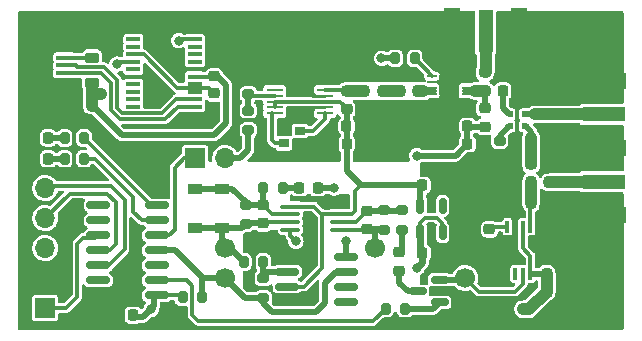
<source format=gbr>
%TF.GenerationSoftware,KiCad,Pcbnew,(6.0.1)*%
%TF.CreationDate,2022-08-02T08:39:06+02:00*%
%TF.ProjectId,DetectorReader,44657465-6374-46f7-9252-65616465722e,rev?*%
%TF.SameCoordinates,Original*%
%TF.FileFunction,Copper,L1,Top*%
%TF.FilePolarity,Positive*%
%FSLAX46Y46*%
G04 Gerber Fmt 4.6, Leading zero omitted, Abs format (unit mm)*
G04 Created by KiCad (PCBNEW (6.0.1)) date 2022-08-02 08:39:06*
%MOMM*%
%LPD*%
G01*
G04 APERTURE LIST*
G04 Aperture macros list*
%AMRoundRect*
0 Rectangle with rounded corners*
0 $1 Rounding radius*
0 $2 $3 $4 $5 $6 $7 $8 $9 X,Y pos of 4 corners*
0 Add a 4 corners polygon primitive as box body*
4,1,4,$2,$3,$4,$5,$6,$7,$8,$9,$2,$3,0*
0 Add four circle primitives for the rounded corners*
1,1,$1+$1,$2,$3*
1,1,$1+$1,$4,$5*
1,1,$1+$1,$6,$7*
1,1,$1+$1,$8,$9*
0 Add four rect primitives between the rounded corners*
20,1,$1+$1,$2,$3,$4,$5,0*
20,1,$1+$1,$4,$5,$6,$7,0*
20,1,$1+$1,$6,$7,$8,$9,0*
20,1,$1+$1,$8,$9,$2,$3,0*%
G04 Aperture macros list end*
%TA.AperFunction,SMDPad,CuDef*%
%ADD10R,0.300000X0.500000*%
%TD*%
%TA.AperFunction,SMDPad,CuDef*%
%ADD11RoundRect,0.062500X-0.350000X-0.062500X0.350000X-0.062500X0.350000X0.062500X-0.350000X0.062500X0*%
%TD*%
%TA.AperFunction,SMDPad,CuDef*%
%ADD12RoundRect,0.062500X-0.062500X-0.350000X0.062500X-0.350000X0.062500X0.350000X-0.062500X0.350000X0*%
%TD*%
%TA.AperFunction,SMDPad,CuDef*%
%ADD13R,1.700000X1.700000*%
%TD*%
%TA.AperFunction,SMDPad,CuDef*%
%ADD14RoundRect,0.200000X-0.200000X-0.275000X0.200000X-0.275000X0.200000X0.275000X-0.200000X0.275000X0*%
%TD*%
%TA.AperFunction,SMDPad,CuDef*%
%ADD15RoundRect,0.218750X-0.256250X0.218750X-0.256250X-0.218750X0.256250X-0.218750X0.256250X0.218750X0*%
%TD*%
%TA.AperFunction,SMDPad,CuDef*%
%ADD16RoundRect,0.225000X0.225000X0.250000X-0.225000X0.250000X-0.225000X-0.250000X0.225000X-0.250000X0*%
%TD*%
%TA.AperFunction,SMDPad,CuDef*%
%ADD17RoundRect,0.225000X0.250000X-0.225000X0.250000X0.225000X-0.250000X0.225000X-0.250000X-0.225000X0*%
%TD*%
%TA.AperFunction,SMDPad,CuDef*%
%ADD18RoundRect,0.225000X-0.225000X-0.250000X0.225000X-0.250000X0.225000X0.250000X-0.225000X0.250000X0*%
%TD*%
%TA.AperFunction,SMDPad,CuDef*%
%ADD19RoundRect,0.225000X-0.250000X0.225000X-0.250000X-0.225000X0.250000X-0.225000X0.250000X0.225000X0*%
%TD*%
%TA.AperFunction,SMDPad,CuDef*%
%ADD20R,0.300000X1.000000*%
%TD*%
%TA.AperFunction,SMDPad,CuDef*%
%ADD21RoundRect,0.200000X0.275000X-0.200000X0.275000X0.200000X-0.275000X0.200000X-0.275000X-0.200000X0*%
%TD*%
%TA.AperFunction,ComponentPad*%
%ADD22C,1.700000*%
%TD*%
%TA.AperFunction,SMDPad,CuDef*%
%ADD23RoundRect,0.100000X0.712500X0.100000X-0.712500X0.100000X-0.712500X-0.100000X0.712500X-0.100000X0*%
%TD*%
%TA.AperFunction,SMDPad,CuDef*%
%ADD24RoundRect,0.218750X-0.218750X-0.256250X0.218750X-0.256250X0.218750X0.256250X-0.218750X0.256250X0*%
%TD*%
%TA.AperFunction,SMDPad,CuDef*%
%ADD25RoundRect,0.218750X0.256250X-0.218750X0.256250X0.218750X-0.256250X0.218750X-0.256250X-0.218750X0*%
%TD*%
%TA.AperFunction,SMDPad,CuDef*%
%ADD26R,1.270000X3.600000*%
%TD*%
%TA.AperFunction,SMDPad,CuDef*%
%ADD27R,1.350000X4.200000*%
%TD*%
%TA.AperFunction,SMDPad,CuDef*%
%ADD28RoundRect,0.150000X-0.825000X-0.150000X0.825000X-0.150000X0.825000X0.150000X-0.825000X0.150000X0*%
%TD*%
%TA.AperFunction,SMDPad,CuDef*%
%ADD29R,1.200000X0.900000*%
%TD*%
%TA.AperFunction,SMDPad,CuDef*%
%ADD30RoundRect,0.200000X0.200000X0.275000X-0.200000X0.275000X-0.200000X-0.275000X0.200000X-0.275000X0*%
%TD*%
%TA.AperFunction,SMDPad,CuDef*%
%ADD31RoundRect,0.200000X-0.275000X0.200000X-0.275000X-0.200000X0.275000X-0.200000X0.275000X0.200000X0*%
%TD*%
%TA.AperFunction,SMDPad,CuDef*%
%ADD32RoundRect,0.150000X0.825000X0.150000X-0.825000X0.150000X-0.825000X-0.150000X0.825000X-0.150000X0*%
%TD*%
%TA.AperFunction,SMDPad,CuDef*%
%ADD33RoundRect,0.150000X0.150000X-0.512500X0.150000X0.512500X-0.150000X0.512500X-0.150000X-0.512500X0*%
%TD*%
%TA.AperFunction,ComponentPad*%
%ADD34R,1.700000X1.700000*%
%TD*%
%TA.AperFunction,ComponentPad*%
%ADD35O,1.700000X1.700000*%
%TD*%
%TA.AperFunction,SMDPad,CuDef*%
%ADD36RoundRect,0.150000X0.587500X0.150000X-0.587500X0.150000X-0.587500X-0.150000X0.587500X-0.150000X0*%
%TD*%
%TA.AperFunction,SMDPad,CuDef*%
%ADD37R,3.600000X1.270000*%
%TD*%
%TA.AperFunction,SMDPad,CuDef*%
%ADD38R,4.200000X1.350000*%
%TD*%
%TA.AperFunction,SMDPad,CuDef*%
%ADD39R,1.400000X0.280000*%
%TD*%
%TA.AperFunction,SMDPad,CuDef*%
%ADD40R,0.850000X0.750000*%
%TD*%
%TA.AperFunction,SMDPad,CuDef*%
%ADD41R,1.350000X0.400000*%
%TD*%
%TA.AperFunction,ComponentPad*%
%ADD42O,1.550000X0.890000*%
%TD*%
%TA.AperFunction,SMDPad,CuDef*%
%ADD43R,1.550000X1.200000*%
%TD*%
%TA.AperFunction,ComponentPad*%
%ADD44O,0.950000X1.250000*%
%TD*%
%TA.AperFunction,SMDPad,CuDef*%
%ADD45R,1.550000X1.500000*%
%TD*%
%TA.AperFunction,SMDPad,CuDef*%
%ADD46RoundRect,0.218750X-0.381250X0.218750X-0.381250X-0.218750X0.381250X-0.218750X0.381250X0.218750X0*%
%TD*%
%TA.AperFunction,SMDPad,CuDef*%
%ADD47R,1.200000X0.400000*%
%TD*%
%TA.AperFunction,ViaPad*%
%ADD48C,0.800000*%
%TD*%
%TA.AperFunction,ViaPad*%
%ADD49C,0.700000*%
%TD*%
%TA.AperFunction,ViaPad*%
%ADD50C,5.000000*%
%TD*%
%TA.AperFunction,Conductor*%
%ADD51C,0.300000*%
%TD*%
%TA.AperFunction,Conductor*%
%ADD52C,0.500000*%
%TD*%
%TA.AperFunction,Conductor*%
%ADD53C,1.000000*%
%TD*%
%TA.AperFunction,Conductor*%
%ADD54C,0.250000*%
%TD*%
%TA.AperFunction,Conductor*%
%ADD55C,0.600000*%
%TD*%
G04 APERTURE END LIST*
D10*
%TO.P,U3,1,Output*%
%TO.N,Net-(J3-Pad1)*%
X153050000Y-81000000D03*
%TO.P,U3,2,GND*%
%TO.N,GND*%
X152500000Y-81000000D03*
%TO.P,U3,3,Input*%
%TO.N,/RF_Tx/RfOut*%
X151950000Y-81000000D03*
%TO.P,U3,4,Cpl*%
%TO.N,Net-(R3-Pad1)*%
X151950000Y-82000000D03*
%TO.P,U3,5,GND*%
%TO.N,GND*%
X152500000Y-82000000D03*
%TO.P,U3,6,Term*%
%TO.N,/RF_Rx/DetectorIn*%
X153050000Y-82000000D03*
%TD*%
D11*
%TO.P,U9,1,V_EN*%
%TO.N,Net-(R14-Pad2)*%
X145287500Y-77750000D03*
%TO.P,U9,2,GND*%
%TO.N,GND*%
X145287500Y-78250000D03*
%TO.P,U9,3,RF_IN*%
%TO.N,/RF_Tx/ModMatched*%
X145287500Y-78750000D03*
%TO.P,U9,4,RF_IN*%
X145287500Y-79250000D03*
D12*
%TO.P,U9,5,GND*%
%TO.N,GND*%
X146000000Y-79962500D03*
%TO.P,U9,6,GND*%
X146500000Y-79962500D03*
%TO.P,U9,7,GND*%
X147000000Y-79962500D03*
%TO.P,U9,8,GND*%
X147500000Y-79962500D03*
D11*
%TO.P,U9,9,RF_OUT*%
%TO.N,/RF_Tx/PAOutSelect*%
X148212500Y-79250000D03*
%TO.P,U9,10,RF_OUT*%
X148212500Y-78750000D03*
%TO.P,U9,11,GND*%
%TO.N,GND*%
X148212500Y-78250000D03*
%TO.P,U9,12,GND*%
X148212500Y-77750000D03*
D12*
%TO.P,U9,13,GND*%
X147500000Y-77037500D03*
%TO.P,U9,14,GND*%
X147000000Y-77037500D03*
%TO.P,U9,15,GND*%
X146500000Y-77037500D03*
%TO.P,U9,16,GND*%
X146000000Y-77037500D03*
D13*
%TO.P,U9,17,GND*%
X146750000Y-78500000D03*
%TD*%
D14*
%TO.P,R14,1*%
%TO.N,+5V*%
X142175000Y-76250000D03*
%TO.P,R14,2*%
%TO.N,Net-(R14-Pad2)*%
X143825000Y-76250000D03*
%TD*%
D15*
%TO.P,L5,1,1*%
%TO.N,/RF_Tx/PAOutSelect*%
X149750000Y-80462500D03*
%TO.P,L5,2,2*%
%TO.N,+5V*%
X149750000Y-82037500D03*
%TD*%
D16*
%TO.P,C22,1*%
%TO.N,/RF_Tx/RfOut*%
X151300000Y-79000000D03*
%TO.P,C22,2*%
%TO.N,/RF_Tx/PAOutSelect*%
X149750000Y-79000000D03*
%TD*%
D17*
%TO.P,C21,1*%
%TO.N,/RF_Tx/PAOutSelect*%
X149750000Y-79000000D03*
%TO.P,C21,2*%
%TO.N,Net-(J4-Pad1)*%
X149750000Y-77450000D03*
%TD*%
D18*
%TO.P,C20,1*%
%TO.N,GND*%
X146725000Y-82000000D03*
%TO.P,C20,2*%
%TO.N,+5V*%
X148275000Y-82000000D03*
%TD*%
D16*
%TO.P,C9,1*%
%TO.N,+5V*%
X148275000Y-83500000D03*
%TO.P,C9,2*%
%TO.N,GND*%
X146725000Y-83500000D03*
%TD*%
D17*
%TO.P,C11,2*%
%TO.N,/RF_Rx/DetectorIn*%
X153670000Y-85225000D03*
%TO.P,C11,1*%
%TO.N,Net-(C11-Pad1)*%
X153670000Y-86775000D03*
%TD*%
D16*
%TO.P,C8,1*%
%TO.N,GND*%
X139592500Y-82000000D03*
%TO.P,C8,2*%
%TO.N,+3V0*%
X138042500Y-82000000D03*
%TD*%
D19*
%TO.P,C3,1*%
%TO.N,GND*%
X126850000Y-76225000D03*
%TO.P,C3,2*%
%TO.N,+5V*%
X126850000Y-77775000D03*
%TD*%
D16*
%TO.P,C15,1*%
%TO.N,GND*%
X156550000Y-94500000D03*
%TO.P,C15,2*%
%TO.N,+5V*%
X155000000Y-94500000D03*
%TD*%
D20*
%TO.P,U6,1,RF_IN*%
%TO.N,Net-(C11-Pad1)*%
X153620000Y-90500000D03*
%TO.P,U6,2,~{SHDN}*%
%TO.N,+5V*%
X152970000Y-90500000D03*
%TO.P,U6,3,GND*%
%TO.N,GND*%
X152320000Y-90500000D03*
%TO.P,U6,4,CLPF*%
%TO.N,Net-(C13-Pad1)*%
X151670000Y-90500000D03*
%TO.P,U6,5,GND*%
%TO.N,GND*%
X151670000Y-94500000D03*
%TO.P,U6,6,NC*%
%TO.N,unconnected-(U6-Pad6)*%
X152320000Y-94500000D03*
%TO.P,U6,7,OUT*%
%TO.N,/RF_Rx/Signal*%
X152970000Y-94500000D03*
%TO.P,U6,8,VCC*%
%TO.N,+5V*%
X153620000Y-94500000D03*
%TD*%
D21*
%TO.P,R8,1*%
%TO.N,/RF_Rx/Amp1*%
X141250000Y-90785000D03*
%TO.P,R8,2*%
%TO.N,Net-(C17-Pad2)*%
X141250000Y-89135000D03*
%TD*%
D22*
%TO.P,J6,1,Pin_1*%
%TO.N,/RF_Rx/Signal*%
X148100000Y-94860000D03*
%TD*%
D17*
%TO.P,C17,1*%
%TO.N,/RF_Rx/Amp1*%
X139750000Y-90735000D03*
%TO.P,C17,2*%
%TO.N,Net-(C17-Pad2)*%
X139750000Y-89185000D03*
%TD*%
D23*
%TO.P,U7,1*%
%TO.N,/RF_Rx/Amp1*%
X137512500Y-90755000D03*
%TO.P,U7,2,-*%
%TO.N,Net-(C17-Pad2)*%
X137512500Y-90105000D03*
%TO.P,U7,3,+*%
%TO.N,+3V0*%
X137512500Y-89455000D03*
%TO.P,U7,4,V-*%
%TO.N,GND*%
X137512500Y-88805000D03*
%TO.P,U7,5,+*%
%TO.N,+3V0*%
X133287500Y-88805000D03*
%TO.P,U7,6,-*%
%TO.N,Net-(C19-Pad2)*%
X133287500Y-89455000D03*
%TO.P,U7,7*%
%TO.N,/RF_Rx/Amp2*%
X133287500Y-90105000D03*
%TO.P,U7,8,V+*%
%TO.N,+5V*%
X133287500Y-90755000D03*
%TD*%
D24*
%TO.P,D1,1,K*%
%TO.N,GND*%
X111212500Y-83000000D03*
%TO.P,D1,2,A*%
%TO.N,Net-(D1-Pad2)*%
X112787500Y-83000000D03*
%TD*%
D25*
%TO.P,L2,1,1*%
%TO.N,+3V0*%
X138067500Y-80575000D03*
%TO.P,L2,2,2*%
%TO.N,/RF_Tx/ModOut*%
X138067500Y-79000000D03*
%TD*%
D17*
%TO.P,C2,1*%
%TO.N,GND*%
X116500000Y-81775000D03*
%TO.P,C2,2*%
%TO.N,+5V*%
X116500000Y-80225000D03*
%TD*%
D22*
%TO.P,J8,1,Pin_1*%
%TO.N,/RF_Rx/Amp2*%
X127780000Y-92320000D03*
%TD*%
D18*
%TO.P,C1,1*%
%TO.N,GND*%
X118410000Y-98000000D03*
%TO.P,C1,2*%
%TO.N,+5V*%
X119960000Y-98000000D03*
%TD*%
D26*
%TO.P,J4,1,In*%
%TO.N,Net-(J4-Pad1)*%
X149825000Y-73900000D03*
D27*
%TO.P,J4,2,Ext*%
%TO.N,GND*%
X147000000Y-74100000D03*
X152650000Y-74100000D03*
%TD*%
D28*
%TO.P,U8,1,GND*%
%TO.N,GND*%
X133025000Y-93055000D03*
%TO.P,U8,2,+*%
%TO.N,Net-(R10-Pad1)*%
X133025000Y-94325000D03*
%TO.P,U8,3,-*%
%TO.N,+3V0*%
X133025000Y-95595000D03*
%TO.P,U8,4,V-*%
%TO.N,GND*%
X133025000Y-96865000D03*
%TO.P,U8,5,BAL*%
%TO.N,unconnected-(U8-Pad5)*%
X137975000Y-96865000D03*
%TO.P,U8,6,STRB*%
%TO.N,unconnected-(U8-Pad6)*%
X137975000Y-95595000D03*
%TO.P,U8,7*%
%TO.N,/TagPulses*%
X137975000Y-94325000D03*
%TO.P,U8,8,V+*%
%TO.N,+5V*%
X137975000Y-93055000D03*
%TD*%
D24*
%TO.P,D2,1,K*%
%TO.N,GND*%
X111212500Y-84750000D03*
%TO.P,D2,2,A*%
%TO.N,Net-(D2-Pad2)*%
X112787500Y-84750000D03*
%TD*%
D29*
%TO.P,D3,1,K*%
%TO.N,Net-(C19-Pad2)*%
X127500000Y-87310000D03*
%TO.P,D3,2,A*%
%TO.N,/RF_Rx/Amp2*%
X127500000Y-90610000D03*
%TD*%
D30*
%TO.P,R10,1*%
%TO.N,Net-(R10-Pad1)*%
X131000000Y-93500000D03*
%TO.P,R10,2*%
%TO.N,/RF_Rx/Amp2*%
X129350000Y-93500000D03*
%TD*%
D19*
%TO.P,C16,1*%
%TO.N,Net-(C16-Pad1)*%
X142500000Y-92685000D03*
%TO.P,C16,2*%
%TO.N,Net-(C16-Pad2)*%
X142500000Y-94235000D03*
%TD*%
D21*
%TO.P,R5,1*%
%TO.N,/RF_Tx/ModLow*%
X129737500Y-79250000D03*
%TO.P,R5,2*%
%TO.N,GND*%
X129737500Y-77600000D03*
%TD*%
D30*
%TO.P,R13,1*%
%TO.N,/TagPulses*%
X125825000Y-96500000D03*
%TO.P,R13,2*%
%TO.N,+5V*%
X124175000Y-96500000D03*
%TD*%
D16*
%TO.P,C10,1*%
%TO.N,/RF_Tx/ModMatched*%
X144097500Y-79000000D03*
%TO.P,C10,2*%
%TO.N,Net-(C10-Pad2)*%
X142547500Y-79000000D03*
%TD*%
%TO.P,C12,1*%
%TO.N,Net-(C12-Pad1)*%
X155220000Y-86750000D03*
%TO.P,C12,2*%
%TO.N,Net-(C11-Pad1)*%
X153670000Y-86750000D03*
%TD*%
D31*
%TO.P,R7,1*%
%TO.N,Net-(C17-Pad2)*%
X142750000Y-89135000D03*
%TO.P,R7,2*%
%TO.N,Net-(C16-Pad1)*%
X142750000Y-90785000D03*
%TD*%
D29*
%TO.P,D4,1,K*%
%TO.N,/RF_Rx/Amp2*%
X125250000Y-90610000D03*
%TO.P,D4,2,A*%
%TO.N,Net-(C19-Pad2)*%
X125250000Y-87310000D03*
%TD*%
D22*
%TO.P,J9,1,Pin_1*%
%TO.N,/TagPulses*%
X127780000Y-94860000D03*
%TD*%
D32*
%TO.P,U1,1,VCC*%
%TO.N,+5V*%
X121975000Y-96310000D03*
%TO.P,U1,2,PA4*%
%TO.N,/SeqProg*%
X121975000Y-95040000D03*
%TO.P,U1,3,PA5*%
%TO.N,unconnected-(U1-Pad3)*%
X121975000Y-93770000D03*
%TO.P,U1,4,PA6*%
%TO.N,/TagPulses*%
X121975000Y-92500000D03*
%TO.P,U1,5,PA7*%
%TO.N,/ReaderPulses*%
X121975000Y-91230000D03*
%TO.P,U1,6,PB3*%
%TO.N,/TagEPCDetected*%
X121975000Y-89960000D03*
%TO.P,U1,7,PB2*%
%TO.N,/TagPreambleDetected*%
X121975000Y-88690000D03*
%TO.P,U1,8,PB1*%
%TO.N,unconnected-(U1-Pad8)*%
X117025000Y-88690000D03*
%TO.P,U1,9,PB0*%
%TO.N,unconnected-(U1-Pad9)*%
X117025000Y-89960000D03*
%TO.P,U1,10,~{RESET}/PA0*%
%TO.N,/UPDI*%
X117025000Y-91230000D03*
%TO.P,U1,11,PA1*%
%TO.N,/uartTx*%
X117025000Y-92500000D03*
%TO.P,U1,12,PA2*%
%TO.N,/uartRx*%
X117025000Y-93770000D03*
%TO.P,U1,13,PA3*%
%TO.N,unconnected-(U1-Pad13)*%
X117025000Y-95040000D03*
%TO.P,U1,14,GND*%
%TO.N,GND*%
X117025000Y-96310000D03*
%TD*%
D33*
%TO.P,U4,1,VIN*%
%TO.N,+5V*%
X144300000Y-91000000D03*
%TO.P,U4,2,GND*%
%TO.N,GND*%
X145250000Y-91000000D03*
%TO.P,U4,3,EN*%
%TO.N,+5V*%
X146200000Y-91000000D03*
%TO.P,U4,4,NC*%
%TO.N,unconnected-(U4-Pad4)*%
X146200000Y-88725000D03*
%TO.P,U4,5,VOUT*%
%TO.N,+3V0*%
X144300000Y-88725000D03*
%TD*%
D34*
%TO.P,SW1,1,A*%
%TO.N,/ReaderPulses*%
X125240000Y-84700000D03*
D35*
%TO.P,SW1,2,B*%
%TO.N,/RF_Tx/Mod*%
X127780000Y-84700000D03*
%TD*%
D21*
%TO.P,R12,1*%
%TO.N,/RF_Rx/Amp2*%
X129500000Y-90285000D03*
%TO.P,R12,2*%
%TO.N,Net-(C19-Pad2)*%
X129500000Y-88635000D03*
%TD*%
D19*
%TO.P,C13,1*%
%TO.N,Net-(C13-Pad1)*%
X150145000Y-90725000D03*
%TO.P,C13,2*%
%TO.N,GND*%
X150145000Y-92275000D03*
%TD*%
D31*
%TO.P,R3,1*%
%TO.N,Net-(R3-Pad1)*%
X151000000Y-83250000D03*
%TO.P,R3,2*%
%TO.N,GND*%
X151000000Y-84900000D03*
%TD*%
D36*
%TO.P,Q1,1,B*%
%TO.N,Net-(Q1-Pad1)*%
X145937500Y-96910000D03*
%TO.P,Q1,2,E*%
%TO.N,/RF_Rx/Signal*%
X145937500Y-95010000D03*
%TO.P,Q1,3,C*%
%TO.N,Net-(C16-Pad2)*%
X144062500Y-95960000D03*
%TD*%
D37*
%TO.P,J5,1,In*%
%TO.N,Net-(C12-Pad1)*%
X159820000Y-86700000D03*
D38*
%TO.P,J5,2,Ext*%
%TO.N,GND*%
X159620000Y-89525000D03*
X159620000Y-83875000D03*
%TD*%
D14*
%TO.P,R2,1*%
%TO.N,Net-(D2-Pad2)*%
X114175000Y-84750000D03*
%TO.P,R2,2*%
%TO.N,/TagEPCDetected*%
X115825000Y-84750000D03*
%TD*%
D24*
%TO.P,L3,1,1*%
%TO.N,/RF_Tx/ModOut*%
X139530000Y-79000000D03*
%TO.P,L3,2,2*%
%TO.N,Net-(C10-Pad2)*%
X141105000Y-79000000D03*
%TD*%
D16*
%TO.P,C5,1*%
%TO.N,GND*%
X146025000Y-92750000D03*
%TO.P,C5,2*%
%TO.N,+5V*%
X144475000Y-92750000D03*
%TD*%
D39*
%TO.P,U5,1,XTAL2*%
%TO.N,Net-(U5-Pad1)*%
X136237500Y-80912500D03*
%TO.P,U5,2,GND*%
%TO.N,GND*%
X136237500Y-80412500D03*
%TO.P,U5,3,VDD*%
%TO.N,+3V0*%
X136237500Y-79912500D03*
%TO.P,U5,4,GND_PA*%
%TO.N,GND*%
X136237500Y-79412500D03*
%TO.P,U5,5,PA*%
%TO.N,/RF_Tx/ModOut*%
X136237500Y-78912500D03*
%TO.P,U5,6,CLKOUT/SCL*%
%TO.N,unconnected-(U5-Pad6)*%
X131957500Y-78912500D03*
%TO.P,U5,7,DATA/SDA*%
%TO.N,/RF_Tx/ModLow*%
X131957500Y-79412500D03*
%TO.P,U5,8,SEL0*%
%TO.N,+3V0*%
X131957500Y-79912500D03*
%TO.P,U5,9,SEL1*%
X131957500Y-80412500D03*
%TO.P,U5,10,XTAL1*%
%TO.N,Net-(U5-Pad10)*%
X131957500Y-80912500D03*
%TD*%
D14*
%TO.P,R6,1*%
%TO.N,/SeqProg*%
X141345000Y-97460000D03*
%TO.P,R6,2*%
%TO.N,Net-(Q1-Pad1)*%
X142995000Y-97460000D03*
%TD*%
%TO.P,R9,1*%
%TO.N,Net-(C19-Pad2)*%
X131000000Y-87210000D03*
%TO.P,R9,2*%
%TO.N,Net-(C18-Pad1)*%
X132650000Y-87210000D03*
%TD*%
D17*
%TO.P,C19,1*%
%TO.N,/RF_Rx/Amp2*%
X131000000Y-90235000D03*
%TO.P,C19,2*%
%TO.N,Net-(C19-Pad2)*%
X131000000Y-88685000D03*
%TD*%
D37*
%TO.P,J3,1,In*%
%TO.N,Net-(J3-Pad1)*%
X159820000Y-81000000D03*
D38*
%TO.P,J3,2,Ext*%
%TO.N,GND*%
X159620000Y-78175000D03*
X159620000Y-83825000D03*
%TD*%
D21*
%TO.P,R11,1*%
%TO.N,/TagPulses*%
X131000000Y-96535000D03*
%TO.P,R11,2*%
%TO.N,Net-(R10-Pad1)*%
X131000000Y-94885000D03*
%TD*%
D16*
%TO.P,C14,1*%
%TO.N,GND*%
X156550000Y-96000000D03*
%TO.P,C14,2*%
%TO.N,+5V*%
X155000000Y-96000000D03*
%TD*%
D17*
%TO.P,C4,1*%
%TO.N,GND*%
X126850000Y-80775000D03*
%TO.P,C4,2*%
%TO.N,Net-(C4-Pad2)*%
X126850000Y-79225000D03*
%TD*%
D16*
%TO.P,C6,1*%
%TO.N,GND*%
X146025000Y-87000000D03*
%TO.P,C6,2*%
%TO.N,+3V0*%
X144475000Y-87000000D03*
%TD*%
D40*
%TO.P,Y1,1,1*%
%TO.N,Net-(U5-Pad1)*%
X134087500Y-82412500D03*
%TO.P,Y1,2,2*%
%TO.N,GND*%
X132737500Y-82412500D03*
%TO.P,Y1,3,3*%
%TO.N,Net-(U5-Pad10)*%
X132737500Y-83462500D03*
%TO.P,Y1,4,4*%
%TO.N,GND*%
X134087500Y-83462500D03*
%TD*%
D31*
%TO.P,R4,1*%
%TO.N,/RF_Tx/ModLow*%
X129737500Y-80675000D03*
%TO.P,R4,2*%
%TO.N,/RF_Tx/Mod*%
X129737500Y-82325000D03*
%TD*%
D22*
%TO.P,J7,1,Pin_1*%
%TO.N,/RF_Rx/Amp1*%
X140480000Y-92320000D03*
%TD*%
D41*
%TO.P,J1,1,VBUS*%
%TO.N,/VBUS*%
X114150000Y-76200000D03*
%TO.P,J1,2,D-*%
%TO.N,/USB_N*%
X114150000Y-76850000D03*
%TO.P,J1,3,D+*%
%TO.N,/USB_P*%
X114150000Y-77500000D03*
%TO.P,J1,4,ID*%
%TO.N,GND*%
X114150000Y-78150000D03*
%TO.P,J1,5,GND*%
X114150000Y-78800000D03*
D42*
%TO.P,J1,6,Shield*%
X111450000Y-74000000D03*
D43*
X111450000Y-80400000D03*
D44*
X114150000Y-80000000D03*
D43*
X111450000Y-74600000D03*
D45*
X111450000Y-76500000D03*
D44*
X114150000Y-75000000D03*
D42*
X111450000Y-81000000D03*
D45*
X111450000Y-78500000D03*
%TD*%
D18*
%TO.P,C18,1*%
%TO.N,Net-(C18-Pad1)*%
X134050000Y-87210000D03*
%TO.P,C18,2*%
%TO.N,/RF_Rx/Amp1*%
X135600000Y-87210000D03*
%TD*%
%TO.P,C7,1*%
%TO.N,+3V0*%
X138067500Y-83500000D03*
%TO.P,C7,2*%
%TO.N,GND*%
X139617500Y-83500000D03*
%TD*%
D34*
%TO.P,J2,1,Pin_1*%
%TO.N,/UPDI*%
X112540000Y-97400000D03*
D35*
%TO.P,J2,2,Pin_2*%
%TO.N,GND*%
X112540000Y-94860000D03*
%TO.P,J2,3,Pin_3*%
%TO.N,+5V*%
X112540000Y-92320000D03*
%TO.P,J2,4,Pin_4*%
%TO.N,/uartTx*%
X112540000Y-89780000D03*
%TO.P,J2,5,Pin_5*%
%TO.N,/uartRx*%
X112540000Y-87240000D03*
%TD*%
D24*
%TO.P,L4,1,1*%
%TO.N,GND*%
X152095000Y-88500000D03*
%TO.P,L4,2,2*%
%TO.N,Net-(C11-Pad1)*%
X153670000Y-88500000D03*
%TD*%
D46*
%TO.P,L1,1,1*%
%TO.N,/VBUS*%
X116500000Y-76187500D03*
%TO.P,L1,2,2*%
%TO.N,+5V*%
X116500000Y-78312500D03*
%TD*%
D14*
%TO.P,R1,1*%
%TO.N,Net-(D1-Pad2)*%
X114175000Y-83000000D03*
%TO.P,R1,2*%
%TO.N,/TagPreambleDetected*%
X115825000Y-83000000D03*
%TD*%
D47*
%TO.P,U2,1,~{DTR}*%
%TO.N,unconnected-(U2-Pad1)*%
X120000000Y-74642500D03*
%TO.P,U2,2,~{RTS}*%
%TO.N,unconnected-(U2-Pad2)*%
X120000000Y-75277500D03*
%TO.P,U2,3,VCCIO*%
%TO.N,Net-(C4-Pad2)*%
X120000000Y-75912500D03*
%TO.P,U2,4,RXD*%
%TO.N,/uartTx*%
X120000000Y-76547500D03*
%TO.P,U2,5,~{RI}*%
%TO.N,unconnected-(U2-Pad5)*%
X120000000Y-77182500D03*
%TO.P,U2,6,GND*%
%TO.N,GND*%
X120000000Y-77817500D03*
%TO.P,U2,7,~{DSR}*%
%TO.N,unconnected-(U2-Pad7)*%
X120000000Y-78452500D03*
%TO.P,U2,8,~{DCD}*%
%TO.N,unconnected-(U2-Pad8)*%
X120000000Y-79087500D03*
%TO.P,U2,9,~{CTS}*%
%TO.N,unconnected-(U2-Pad9)*%
X120000000Y-79722500D03*
%TO.P,U2,10,CBUS2*%
%TO.N,unconnected-(U2-Pad10)*%
X120000000Y-80357500D03*
%TO.P,U2,11,USBDP*%
%TO.N,/USB_P*%
X125200000Y-80357500D03*
%TO.P,U2,12,USBDM*%
%TO.N,/USB_N*%
X125200000Y-79722500D03*
%TO.P,U2,13,3V3OUT*%
%TO.N,Net-(C4-Pad2)*%
X125200000Y-79087500D03*
%TO.P,U2,14,~{RESET}*%
X125200000Y-78452500D03*
%TO.P,U2,15,VCC*%
%TO.N,+5V*%
X125200000Y-77817500D03*
%TO.P,U2,16,GND*%
%TO.N,GND*%
X125200000Y-77182500D03*
%TO.P,U2,17,CBUS1*%
%TO.N,unconnected-(U2-Pad17)*%
X125200000Y-76547500D03*
%TO.P,U2,18,CBUS0*%
%TO.N,unconnected-(U2-Pad18)*%
X125200000Y-75912500D03*
%TO.P,U2,19,CBUS3*%
%TO.N,unconnected-(U2-Pad19)*%
X125200000Y-75277500D03*
%TO.P,U2,20,TXD*%
%TO.N,/uartRx*%
X125200000Y-74642500D03*
%TD*%
D48*
%TO.N,GND*%
X151750000Y-93250000D03*
X152250000Y-89500000D03*
X157487060Y-96738791D03*
X157500000Y-93750000D03*
X146000000Y-85750000D03*
X149750000Y-85500000D03*
X142750000Y-83250000D03*
X140500000Y-81250000D03*
X140500000Y-82750000D03*
X137750000Y-76000000D03*
X136750000Y-77750000D03*
X152500000Y-78750000D03*
X148250000Y-77000000D03*
X148250000Y-80750000D03*
X145250000Y-80750000D03*
X147250000Y-80750000D03*
X146250000Y-80750000D03*
X148000000Y-80000000D03*
X145500000Y-80000000D03*
D49*
X146750000Y-78500000D03*
X146250000Y-79000000D03*
X147250000Y-79000000D03*
X147250000Y-78000000D03*
X146250000Y-78000000D03*
D48*
X145750000Y-82750000D03*
X152250000Y-84750000D03*
X154750000Y-82500000D03*
X154716236Y-79486558D03*
X156250000Y-79500000D03*
X152500000Y-80200000D03*
%TO.N,+5V*%
X144000000Y-84500000D03*
X141000000Y-76250000D03*
%TO.N,GND*%
X141000000Y-77750000D03*
X144000000Y-77750000D03*
X139500000Y-77750000D03*
X142500000Y-77750000D03*
X156250000Y-91250000D03*
X151845000Y-77500000D03*
X157750000Y-76500000D03*
X120250000Y-90750000D03*
X155170000Y-85500000D03*
X147242857Y-87008577D03*
X156420000Y-83250000D03*
X142500000Y-80250000D03*
X116000000Y-98210000D03*
X118500000Y-96750000D03*
X135987500Y-83000000D03*
X121750000Y-86750000D03*
X119750000Y-93960000D03*
X157500000Y-95250000D03*
X151920000Y-86750000D03*
X152500000Y-82800000D03*
X123000000Y-84000000D03*
X155145000Y-88250000D03*
X147250000Y-92750000D03*
D50*
X134000000Y-75000000D03*
D48*
X153595000Y-77500000D03*
X117750000Y-73750000D03*
X136250000Y-88250000D03*
X156420000Y-84750000D03*
X150145000Y-94000000D03*
X154155000Y-73000000D03*
X160670000Y-91250000D03*
X159250000Y-91250000D03*
X139462500Y-80250000D03*
X135000000Y-96250000D03*
X145405000Y-76000000D03*
X154155000Y-76000000D03*
X125850000Y-81500000D03*
X134750000Y-93000000D03*
X160750000Y-76500000D03*
X121600000Y-78250000D03*
X134737500Y-78912500D03*
X145405000Y-74500000D03*
X156250000Y-89750000D03*
X157750000Y-91250000D03*
X140962500Y-80250000D03*
X123850000Y-77000000D03*
X145405000Y-73000000D03*
X133458769Y-80756889D03*
X156250000Y-78000000D03*
X152000000Y-91750000D03*
X159250000Y-76500000D03*
X144000000Y-80250000D03*
X127100000Y-74750000D03*
X131000000Y-91710000D03*
X154155000Y-74500000D03*
%TO.N,+5V*%
X133750000Y-91750000D03*
X144000000Y-94000000D03*
X117250000Y-79250000D03*
X138000000Y-91750000D03*
X153000000Y-97500000D03*
X121500000Y-97500000D03*
%TO.N,/RF_Rx/Amp1*%
X137000000Y-87250000D03*
%TO.N,/uartTx*%
X118600000Y-76750000D03*
%TO.N,/uartRx*%
X123850000Y-74749018D03*
%TD*%
D51*
%TO.N,/ReaderPulses*%
X123500000Y-90750000D02*
X123500000Y-85500000D01*
X123500000Y-85500000D02*
X124300000Y-84700000D01*
X123020000Y-91230000D02*
X123500000Y-90750000D01*
X124300000Y-84700000D02*
X125240000Y-84700000D01*
X121975000Y-91230000D02*
X123020000Y-91230000D01*
D52*
%TO.N,/RF_Tx/Mod*%
X129050000Y-84700000D02*
X127780000Y-84700000D01*
X129737500Y-84012500D02*
X129050000Y-84700000D01*
X129737500Y-82325000D02*
X129737500Y-84012500D01*
%TO.N,/RF_Tx/RfOut*%
X151300000Y-79000000D02*
X151300000Y-80500000D01*
X151300000Y-80500000D02*
X151800000Y-81000000D01*
%TO.N,/RF_Rx/DetectorIn*%
X153665000Y-82465000D02*
X153200000Y-82000000D01*
X153665000Y-83000000D02*
X153665000Y-82465000D01*
%TO.N,Net-(R3-Pad1)*%
X151000000Y-83250000D02*
X151000000Y-82800000D01*
X151000000Y-82800000D02*
X151800000Y-82000000D01*
%TO.N,Net-(J3-Pad1)*%
X154000000Y-81000000D02*
X153250000Y-81000000D01*
%TO.N,+5V*%
X147275000Y-84500000D02*
X148275000Y-83500000D01*
X144000000Y-84500000D02*
X147275000Y-84500000D01*
X142175000Y-76250000D02*
X141000000Y-76250000D01*
X148275000Y-83500000D02*
X148275000Y-82000000D01*
X148312500Y-82037500D02*
X148275000Y-82000000D01*
X149750000Y-82037500D02*
X148312500Y-82037500D01*
%TO.N,/RF_Tx/PAOutSelect*%
X149750000Y-80462500D02*
X149750000Y-79000000D01*
X148940648Y-79012011D02*
X148049511Y-79012011D01*
D53*
X149737989Y-79012011D02*
X148940648Y-79012011D01*
D52*
X148049511Y-79012011D02*
X148049511Y-79000000D01*
D53*
X149750000Y-79000000D02*
X149737989Y-79012011D01*
D52*
%TO.N,/RF_Tx/ModMatched*%
X145450489Y-79012011D02*
X145450489Y-79000000D01*
X144559352Y-79012011D02*
X145450489Y-79012011D01*
D53*
X144109511Y-79012011D02*
X144559352Y-79012011D01*
X144097500Y-79000000D02*
X144109511Y-79012011D01*
D51*
%TO.N,Net-(R14-Pad2)*%
X145287500Y-77712500D02*
X143825000Y-76250000D01*
D54*
X145287500Y-77750000D02*
X145287500Y-77712500D01*
D53*
%TO.N,Net-(J4-Pad1)*%
X149825000Y-77375000D02*
X149825000Y-73750000D01*
X149750000Y-77450000D02*
X149825000Y-77375000D01*
D52*
%TO.N,+3V0*%
X138067500Y-85817500D02*
X139250000Y-87000000D01*
X138067500Y-83500000D02*
X138067500Y-85817500D01*
%TO.N,+5V*%
X127850000Y-78512500D02*
X127112500Y-77775000D01*
X127850000Y-81750000D02*
X127850000Y-78512500D01*
X127112500Y-77775000D02*
X126850000Y-77775000D01*
X119000000Y-82750000D02*
X126850000Y-82750000D01*
X116750000Y-80500000D02*
X119000000Y-82750000D01*
X116500000Y-80500000D02*
X116750000Y-80500000D01*
X126850000Y-82750000D02*
X127850000Y-81750000D01*
D51*
%TO.N,/USB_N*%
X115100000Y-76850000D02*
X114150000Y-76850000D01*
X118600000Y-78100000D02*
X117500000Y-77000000D01*
X117500000Y-77000000D02*
X115250000Y-77000000D01*
X119050489Y-80907011D02*
X118600000Y-80456522D01*
X123627500Y-79722500D02*
X122442989Y-80907011D01*
X122442989Y-80907011D02*
X119050489Y-80907011D01*
X118600000Y-80456522D02*
X118600000Y-78100000D01*
X115250000Y-77000000D02*
X115100000Y-76850000D01*
X125200000Y-79722500D02*
X123627500Y-79722500D01*
%TO.N,/USB_P*%
X118099520Y-80662470D02*
X118843580Y-81406530D01*
X118099520Y-78349520D02*
X118099520Y-80662470D01*
X114150000Y-77500000D02*
X117250000Y-77500000D01*
X117250000Y-77500000D02*
X118099520Y-78349520D01*
D53*
%TO.N,/RF_Rx/DetectorIn*%
X153665000Y-85220000D02*
X153670000Y-85225000D01*
X153665000Y-83000000D02*
X153665000Y-85220000D01*
%TO.N,Net-(J3-Pad1)*%
X154000000Y-81000000D02*
X159870000Y-81000000D01*
D55*
%TO.N,GND*%
X145250000Y-91631059D02*
X145250000Y-91940529D01*
D54*
X135237500Y-79412500D02*
X134737500Y-78912500D01*
X136237500Y-80412500D02*
X133803158Y-80412500D01*
X136237500Y-79412500D02*
X135237500Y-79412500D01*
X133803158Y-80412500D02*
X133458769Y-80756889D01*
D55*
X145250000Y-91940529D02*
X146025000Y-92715529D01*
X146025000Y-92715529D02*
X146025000Y-92750000D01*
D51*
%TO.N,+5V*%
X152970000Y-90500000D02*
X152970000Y-92325000D01*
X153620000Y-92975000D02*
X153620000Y-94500000D01*
X138000000Y-93030000D02*
X137975000Y-93055000D01*
D53*
X116500000Y-79250000D02*
X116500000Y-80250000D01*
D55*
X144475000Y-93525000D02*
X144000000Y-94000000D01*
D52*
X120047500Y-98171000D02*
X120784000Y-98171000D01*
D53*
X155000000Y-96000000D02*
X155000000Y-94500000D01*
D52*
X153750000Y-94500000D02*
X155000000Y-94500000D01*
D51*
X125200000Y-77817500D02*
X126807500Y-77817500D01*
D55*
X144475000Y-92750000D02*
X144475000Y-93525000D01*
D53*
X153000000Y-97500000D02*
X153500000Y-97500000D01*
D51*
X144712020Y-89750000D02*
X145700000Y-89750000D01*
D52*
X121725000Y-97230000D02*
X121725000Y-96520000D01*
D55*
X144300000Y-91050000D02*
X144300000Y-92575000D01*
D53*
X153500000Y-97500000D02*
X155000000Y-96000000D01*
D51*
X145700000Y-89750000D02*
X146150000Y-90200000D01*
D52*
X138000000Y-91750000D02*
X138000000Y-93030000D01*
D51*
X152970000Y-92325000D02*
X153620000Y-92975000D01*
X121975000Y-96310000D02*
X123985000Y-96310000D01*
D53*
X116500000Y-78750000D02*
X116500000Y-79250000D01*
D51*
X144250000Y-90212020D02*
X144712020Y-89750000D01*
X133287500Y-91287500D02*
X133750000Y-91750000D01*
X126807500Y-77817500D02*
X126850000Y-77775000D01*
X123985000Y-96310000D02*
X124175000Y-96500000D01*
D53*
X117250000Y-79250000D02*
X116500000Y-79250000D01*
D51*
X133287500Y-90755000D02*
X133287500Y-91287500D01*
D52*
X120784000Y-98171000D02*
X121725000Y-97230000D01*
D51*
X146150000Y-90200000D02*
X146150000Y-91000000D01*
X144250000Y-91000000D02*
X144250000Y-90212020D01*
D55*
X144300000Y-92575000D02*
X144475000Y-92750000D01*
D51*
%TO.N,+3V0*%
X137512500Y-89455000D02*
X136000000Y-89455000D01*
X136000000Y-89500000D02*
X135305000Y-88805000D01*
X134405000Y-95595000D02*
X136000000Y-94000000D01*
X136237500Y-79912500D02*
X137487500Y-79912500D01*
D52*
X138067500Y-83500000D02*
X138067500Y-80575000D01*
D51*
X138750000Y-87500000D02*
X138750000Y-89211695D01*
X139250000Y-87000000D02*
X138750000Y-87500000D01*
X137487500Y-79912500D02*
X138237500Y-80662500D01*
D52*
X144300000Y-88725000D02*
X144300000Y-87175000D01*
D51*
X138750000Y-89211695D02*
X138506695Y-89455000D01*
X131957500Y-79912500D02*
X136237500Y-79912500D01*
X138506695Y-89455000D02*
X137512500Y-89455000D01*
D52*
X144300000Y-87175000D02*
X144475000Y-87000000D01*
D51*
X131957500Y-80412500D02*
X131957500Y-79912500D01*
X136000000Y-94000000D02*
X136000000Y-89500000D01*
X135305000Y-88805000D02*
X133287500Y-88805000D01*
D52*
X139250000Y-87000000D02*
X144475000Y-87000000D01*
X138067500Y-80575000D02*
X138237500Y-80575000D01*
D51*
X133025000Y-95595000D02*
X134405000Y-95595000D01*
D53*
%TO.N,Net-(C10-Pad2)*%
X142547500Y-79000000D02*
X141105000Y-79000000D01*
D51*
%TO.N,/RF_Rx/Signal*%
X152334511Y-96000000D02*
X152970000Y-95364511D01*
X148100000Y-94860000D02*
X149240000Y-96000000D01*
D52*
X148510000Y-95010000D02*
X146607500Y-95010000D01*
D51*
X149240000Y-96000000D02*
X152334511Y-96000000D01*
X152970000Y-95364511D02*
X152970000Y-94500000D01*
%TO.N,/UPDI*%
X115770000Y-91440000D02*
X115250000Y-91960000D01*
X115250000Y-91960000D02*
X115250000Y-96460000D01*
X114310000Y-97400000D02*
X112540000Y-97400000D01*
X116775000Y-91440000D02*
X115770000Y-91440000D01*
X115250000Y-96460000D02*
X114310000Y-97400000D01*
D52*
%TO.N,Net-(D1-Pad2)*%
X112787500Y-83000000D02*
X114175000Y-83000000D01*
D51*
%TO.N,/SeqProg*%
X125000000Y-98000000D02*
X125500000Y-98500000D01*
X125000000Y-95500000D02*
X125000000Y-98000000D01*
X125500000Y-98500000D02*
X140305000Y-98500000D01*
X124540000Y-95040000D02*
X125000000Y-95500000D01*
X121975000Y-95040000D02*
X124540000Y-95040000D01*
X140305000Y-98500000D02*
X141345000Y-97460000D01*
D52*
%TO.N,Net-(D2-Pad2)*%
X112787500Y-84750000D02*
X114175000Y-84750000D01*
D51*
%TO.N,Net-(C4-Pad2)*%
X123701522Y-78750000D02*
X120864022Y-75912500D01*
X120864022Y-75912500D02*
X120000000Y-75912500D01*
X126850000Y-79225000D02*
X126375000Y-78750000D01*
X126375000Y-78750000D02*
X123701522Y-78750000D01*
%TO.N,Net-(C11-Pad1)*%
X153620000Y-88525000D02*
X153620000Y-90500000D01*
D53*
X153670000Y-88500000D02*
X153670000Y-86775000D01*
D51*
X153645000Y-88500000D02*
X153620000Y-88525000D01*
D52*
%TO.N,/RF_Rx/Amp1*%
X140480000Y-92320000D02*
X140480000Y-90770000D01*
X141200000Y-90735000D02*
X141250000Y-90785000D01*
D51*
X139730000Y-90755000D02*
X139750000Y-90735000D01*
X137512500Y-90755000D02*
X139730000Y-90755000D01*
D52*
X139750000Y-90735000D02*
X140515000Y-90735000D01*
X140480000Y-90770000D02*
X140515000Y-90735000D01*
X140515000Y-90735000D02*
X141200000Y-90735000D01*
X135600000Y-87210000D02*
X136960000Y-87210000D01*
X136960000Y-87210000D02*
X137000000Y-87250000D01*
D51*
%TO.N,/uartTx*%
X118802500Y-76547500D02*
X118600000Y-76750000D01*
X120000000Y-76547500D02*
X118802500Y-76547500D01*
X118500000Y-88460000D02*
X117750000Y-87710000D01*
X118000000Y-92500000D02*
X118500000Y-92000000D01*
X118500000Y-92000000D02*
X118500000Y-88460000D01*
X117750000Y-87710000D02*
X114610000Y-87710000D01*
X117025000Y-92500000D02*
X118000000Y-92500000D01*
X114610000Y-87710000D02*
X112540000Y-89780000D01*
%TO.N,/uartRx*%
X123850000Y-74749018D02*
X123956518Y-74642500D01*
X119250000Y-92440000D02*
X119250000Y-88210000D01*
X119250000Y-88210000D02*
X118090000Y-87050000D01*
X123956518Y-74642500D02*
X125200000Y-74642500D01*
X116985000Y-93770000D02*
X117920000Y-93770000D01*
X118090000Y-87050000D02*
X112730000Y-87050000D01*
X112730000Y-87050000D02*
X112540000Y-87240000D01*
X117920000Y-93770000D02*
X119250000Y-92440000D01*
D53*
%TO.N,Net-(C12-Pad1)*%
X155220000Y-86750000D02*
X159770000Y-86750000D01*
D52*
%TO.N,/TagPulses*%
X137175000Y-94325000D02*
X137975000Y-94325000D01*
X135500000Y-97750000D02*
X136250000Y-97000000D01*
X131000000Y-96535000D02*
X129455000Y-96535000D01*
X121975000Y-92500000D02*
X123500000Y-92500000D01*
X131000000Y-97000000D02*
X131750000Y-97750000D01*
X131015000Y-96520000D02*
X131000000Y-96535000D01*
X131750000Y-97750000D02*
X135500000Y-97750000D01*
X125825000Y-94860000D02*
X127780000Y-94860000D01*
X131000000Y-97000000D02*
X131000000Y-96535000D01*
X125825000Y-96500000D02*
X125825000Y-94860000D01*
X125860000Y-94860000D02*
X127780000Y-94860000D01*
X136250000Y-95250000D02*
X137175000Y-94325000D01*
X136250000Y-97000000D02*
X136250000Y-95250000D01*
X123500000Y-92500000D02*
X125860000Y-94860000D01*
X129455000Y-96535000D02*
X127780000Y-94860000D01*
D51*
%TO.N,Net-(C13-Pad1)*%
X150282500Y-90500000D02*
X150145000Y-90637500D01*
X151670000Y-90500000D02*
X150282500Y-90500000D01*
D52*
%TO.N,Net-(C16-Pad1)*%
X142750000Y-92435000D02*
X142750000Y-90785000D01*
X142500000Y-92685000D02*
X142750000Y-92435000D01*
%TO.N,Net-(C16-Pad2)*%
X143210000Y-95960000D02*
X142500000Y-95250000D01*
X144062500Y-95960000D02*
X143210000Y-95960000D01*
X142500000Y-95250000D02*
X142500000Y-94235000D01*
%TO.N,Net-(Q1-Pad1)*%
X142995000Y-97460000D02*
X145387500Y-97460000D01*
X145937500Y-96910000D02*
X146050000Y-96910000D01*
X145387500Y-97460000D02*
X145937500Y-96910000D01*
D51*
%TO.N,Net-(U5-Pad1)*%
X135237500Y-82412500D02*
X136237500Y-81412500D01*
X136237500Y-81412500D02*
X136237500Y-80912500D01*
X134087500Y-82412500D02*
X135237500Y-82412500D01*
%TO.N,Net-(U5-Pad10)*%
X131737500Y-83187500D02*
X131737500Y-80912500D01*
X132012500Y-83462500D02*
X131737500Y-83187500D01*
X132737500Y-83462500D02*
X132012500Y-83462500D01*
%TO.N,Net-(C17-Pad2)*%
X137512500Y-90105000D02*
X138830000Y-90105000D01*
D52*
X139750000Y-89185000D02*
X142700000Y-89185000D01*
X142700000Y-89185000D02*
X142750000Y-89135000D01*
D51*
X138830000Y-90105000D02*
X139750000Y-89185000D01*
D52*
%TO.N,Net-(C18-Pad1)*%
X132650000Y-87210000D02*
X134050000Y-87210000D01*
%TO.N,/RF_Tx/ModLow*%
X129737500Y-80675000D02*
X129737500Y-79250000D01*
D51*
X130000000Y-79412500D02*
X131957500Y-79412500D01*
X129737500Y-79150000D02*
X130000000Y-79412500D01*
%TO.N,/USB_P*%
X118843581Y-81406531D02*
X122693469Y-81406531D01*
X123742500Y-80357500D02*
X125200000Y-80357500D01*
X122693469Y-81406531D02*
X123742500Y-80357500D01*
%TO.N,/VBUS*%
X114150000Y-76200000D02*
X116487500Y-76200000D01*
X116487500Y-76200000D02*
X116500000Y-76187500D01*
%TO.N,/RF_Rx/Amp2*%
X133287500Y-90105000D02*
X131130000Y-90105000D01*
D52*
X127500000Y-92040000D02*
X127780000Y-92320000D01*
X128170000Y-92320000D02*
X129350000Y-93500000D01*
X127500000Y-90610000D02*
X127500000Y-92040000D01*
X125250000Y-90610000D02*
X129175000Y-90610000D01*
X129175000Y-90610000D02*
X129500000Y-90285000D01*
X127780000Y-92320000D02*
X128170000Y-92320000D01*
X131000000Y-90235000D02*
X129550000Y-90235000D01*
D51*
X131130000Y-90105000D02*
X131000000Y-90235000D01*
D52*
X129550000Y-90235000D02*
X129500000Y-90285000D01*
%TO.N,Net-(C19-Pad2)*%
X128350000Y-87310000D02*
X129500000Y-88460000D01*
X129500000Y-88460000D02*
X129500000Y-88635000D01*
X131000000Y-87210000D02*
X131000000Y-88685000D01*
X125250000Y-87310000D02*
X128350000Y-87310000D01*
D51*
X133287500Y-89455000D02*
X131770000Y-89455000D01*
X131770000Y-89455000D02*
X131000000Y-88685000D01*
D52*
X129500000Y-88635000D02*
X130950000Y-88635000D01*
X130950000Y-88635000D02*
X131000000Y-88685000D01*
D53*
%TO.N,/RF_Tx/ModOut*%
X139530000Y-79000000D02*
X138067500Y-79000000D01*
D51*
X138237500Y-78912500D02*
X136237500Y-78912500D01*
%TO.N,/TagPreambleDetected*%
X121975000Y-88690000D02*
X121515000Y-88690000D01*
X121515000Y-88690000D02*
X115825000Y-83000000D01*
%TO.N,/TagEPCDetected*%
X120710000Y-89960000D02*
X121975000Y-89960000D01*
X120000000Y-88000000D02*
X120000000Y-89250000D01*
X116750000Y-84750000D02*
X120000000Y-88000000D01*
X115825000Y-84750000D02*
X116750000Y-84750000D01*
X120000000Y-89250000D02*
X120710000Y-89960000D01*
D52*
%TO.N,Net-(R10-Pad1)*%
X131000000Y-93500000D02*
X131000000Y-94250000D01*
X133025000Y-94325000D02*
X131075000Y-94325000D01*
X131075000Y-94325000D02*
X131000000Y-94250000D01*
X131000000Y-94250000D02*
X131000000Y-94885000D01*
%TD*%
%TA.AperFunction,Conductor*%
%TO.N,GND*%
G36*
X148881621Y-72270002D02*
G01*
X148928114Y-72323658D01*
X148939500Y-72376000D01*
X148939500Y-75724674D01*
X148954034Y-75797740D01*
X149009399Y-75880601D01*
X149019714Y-75887493D01*
X149028493Y-75896272D01*
X149027416Y-75897349D01*
X149064031Y-75941163D01*
X149074500Y-75991449D01*
X149074500Y-76982475D01*
X149066482Y-77026704D01*
X149033590Y-77114442D01*
X149033589Y-77114446D01*
X149030816Y-77121843D01*
X149029963Y-77129696D01*
X149029962Y-77129700D01*
X149024869Y-77176586D01*
X149024500Y-77179985D01*
X149024500Y-77239491D01*
X149021860Y-77265150D01*
X148997382Y-77382831D01*
X149002116Y-77557772D01*
X149003992Y-77564847D01*
X149020293Y-77626328D01*
X149024501Y-77658620D01*
X149024501Y-77720014D01*
X149030816Y-77778157D01*
X149078628Y-77905695D01*
X149160313Y-78014687D01*
X149186998Y-78034686D01*
X149229511Y-78091545D01*
X149234536Y-78162363D01*
X149200476Y-78224656D01*
X149138145Y-78258647D01*
X149111431Y-78261511D01*
X148896826Y-78261511D01*
X148813961Y-78271172D01*
X148774092Y-78275820D01*
X148774090Y-78275820D01*
X148766820Y-78276668D01*
X148759943Y-78279164D01*
X148759940Y-78279165D01*
X148632357Y-78325476D01*
X148602317Y-78336380D01*
X148596197Y-78340393D01*
X148596192Y-78340395D01*
X148575636Y-78353872D01*
X148506552Y-78374500D01*
X147896771Y-78374501D01*
X147825822Y-78374501D01*
X147821739Y-78375039D01*
X147821731Y-78375039D01*
X147800689Y-78377809D01*
X147780240Y-78380501D01*
X147771504Y-78384575D01*
X147771503Y-78384575D01*
X147717061Y-78409962D01*
X147680201Y-78427150D01*
X147602150Y-78505201D01*
X147597491Y-78515193D01*
X147597490Y-78515194D01*
X147569293Y-78575664D01*
X147555501Y-78605240D01*
X147554243Y-78614793D01*
X147554243Y-78614794D01*
X147553378Y-78621368D01*
X147549500Y-78650821D01*
X147549501Y-78849178D01*
X147550039Y-78853263D01*
X147550039Y-78853267D01*
X147554010Y-78883430D01*
X147551125Y-78919468D01*
X147553316Y-78919795D01*
X147551989Y-78928675D01*
X147549418Y-78937272D01*
X147549296Y-78957384D01*
X147549291Y-78958139D01*
X147549230Y-78959606D01*
X147549011Y-78961009D01*
X147549011Y-79003437D01*
X147549009Y-79004207D01*
X147548542Y-79080635D01*
X147551008Y-79089265D01*
X147552075Y-79097053D01*
X147552162Y-79130595D01*
X147550038Y-79146728D01*
X147550038Y-79146731D01*
X147549500Y-79150821D01*
X147549501Y-79349178D01*
X147555501Y-79394760D01*
X147559575Y-79403496D01*
X147559575Y-79403497D01*
X147575824Y-79438342D01*
X147602150Y-79494799D01*
X147680201Y-79572850D01*
X147690193Y-79577509D01*
X147690194Y-79577510D01*
X147771507Y-79615427D01*
X147771509Y-79615427D01*
X147780240Y-79619499D01*
X147789793Y-79620757D01*
X147789794Y-79620757D01*
X147813643Y-79623897D01*
X147825821Y-79625500D01*
X147887034Y-79625500D01*
X148462061Y-79625499D01*
X148520153Y-79643092D01*
X148521403Y-79640643D01*
X148599840Y-79680695D01*
X148677264Y-79720230D01*
X148684369Y-79721969D01*
X148684373Y-79721970D01*
X148755144Y-79739287D01*
X148847254Y-79761826D01*
X148852854Y-79762173D01*
X148852858Y-79762174D01*
X148856357Y-79762391D01*
X148856366Y-79762391D01*
X148858296Y-79762511D01*
X149016070Y-79762511D01*
X149084191Y-79782513D01*
X149130684Y-79836169D01*
X149140788Y-79906443D01*
X149116897Y-79964075D01*
X149083302Y-80008901D01*
X149083300Y-80008905D01*
X149077917Y-80016088D01*
X149074765Y-80024496D01*
X149035576Y-80129034D01*
X149030734Y-80141949D01*
X149029881Y-80149797D01*
X149029881Y-80149799D01*
X149025831Y-80187082D01*
X149024500Y-80199335D01*
X149024501Y-80725664D01*
X149030734Y-80783051D01*
X149033508Y-80790450D01*
X149033508Y-80790451D01*
X149045486Y-80822402D01*
X149077917Y-80908912D01*
X149083299Y-80916093D01*
X149083300Y-80916095D01*
X149121913Y-80967616D01*
X149158528Y-81016472D01*
X149266088Y-81097083D01*
X149274496Y-81100235D01*
X149359277Y-81132018D01*
X149416042Y-81174659D01*
X149440742Y-81241221D01*
X149425535Y-81310570D01*
X149375249Y-81360688D01*
X149359277Y-81367982D01*
X149311281Y-81385975D01*
X149266088Y-81402917D01*
X149258907Y-81408299D01*
X149258905Y-81408300D01*
X149195275Y-81455988D01*
X149158528Y-81483528D01*
X149153145Y-81490711D01*
X149146799Y-81497057D01*
X149144840Y-81495098D01*
X149099395Y-81529079D01*
X149055426Y-81537000D01*
X148997661Y-81537000D01*
X148929540Y-81516998D01*
X148896835Y-81486565D01*
X148845069Y-81417494D01*
X148845068Y-81417493D01*
X148839687Y-81410313D01*
X148730695Y-81328628D01*
X148603157Y-81280816D01*
X148595304Y-81279963D01*
X148595300Y-81279962D01*
X148548414Y-81274869D01*
X148548410Y-81274869D01*
X148545015Y-81274500D01*
X148275040Y-81274500D01*
X148004986Y-81274501D01*
X147946843Y-81280816D01*
X147819305Y-81328628D01*
X147710313Y-81410313D01*
X147628628Y-81519305D01*
X147580816Y-81646843D01*
X147579963Y-81654696D01*
X147579962Y-81654700D01*
X147577211Y-81680026D01*
X147574500Y-81704985D01*
X147574501Y-82295014D01*
X147580816Y-82353157D01*
X147628628Y-82480695D01*
X147646276Y-82504243D01*
X147704929Y-82582504D01*
X147704932Y-82582507D01*
X147710313Y-82589687D01*
X147717493Y-82595068D01*
X147717496Y-82595071D01*
X147724064Y-82599993D01*
X147766580Y-82656851D01*
X147774500Y-82700820D01*
X147774500Y-82799180D01*
X147754498Y-82867301D01*
X147724064Y-82900007D01*
X147717496Y-82904929D01*
X147717494Y-82904931D01*
X147710313Y-82910313D01*
X147704932Y-82917493D01*
X147704929Y-82917496D01*
X147678668Y-82952537D01*
X147628628Y-83019305D01*
X147580816Y-83146843D01*
X147579963Y-83154696D01*
X147579962Y-83154700D01*
X147575426Y-83196460D01*
X147574500Y-83204985D01*
X147574500Y-83440496D01*
X147554498Y-83508617D01*
X147537595Y-83529591D01*
X147104591Y-83962595D01*
X147042279Y-83996621D01*
X147015496Y-83999500D01*
X144464144Y-83999500D01*
X144396023Y-83979498D01*
X144380331Y-83967581D01*
X144373976Y-83961919D01*
X144323589Y-83935240D01*
X144300602Y-83923069D01*
X144234831Y-83888245D01*
X144169030Y-83871717D01*
X144089498Y-83851740D01*
X144089496Y-83851740D01*
X144082128Y-83849889D01*
X144074530Y-83849849D01*
X144074528Y-83849849D01*
X144007319Y-83849497D01*
X143924684Y-83849065D01*
X143917305Y-83850837D01*
X143917301Y-83850837D01*
X143778967Y-83884048D01*
X143778963Y-83884049D01*
X143771588Y-83885820D01*
X143743146Y-83900500D01*
X143665099Y-83940783D01*
X143631679Y-83958032D01*
X143625957Y-83963024D01*
X143625955Y-83963025D01*
X143518759Y-84056538D01*
X143518756Y-84056541D01*
X143513034Y-84061533D01*
X143486004Y-84099993D01*
X143435838Y-84171372D01*
X143422501Y-84190348D01*
X143365309Y-84337039D01*
X143363313Y-84352203D01*
X143347021Y-84475950D01*
X143344758Y-84493138D01*
X143362035Y-84649633D01*
X143416143Y-84797490D01*
X143420383Y-84803800D01*
X143423828Y-84810561D01*
X143422678Y-84811147D01*
X143441725Y-84871422D01*
X143423120Y-84939938D01*
X143370427Y-84987519D01*
X143315751Y-85000000D01*
X138694000Y-85000000D01*
X138625879Y-84979998D01*
X138579386Y-84926342D01*
X138568000Y-84874000D01*
X138568000Y-84200820D01*
X138588002Y-84132699D01*
X138618436Y-84099993D01*
X138625004Y-84095071D01*
X138625007Y-84095068D01*
X138632187Y-84089687D01*
X138637568Y-84082507D01*
X138637571Y-84082504D01*
X138708486Y-83987881D01*
X138713872Y-83980695D01*
X138761684Y-83853157D01*
X138762537Y-83845304D01*
X138762538Y-83845300D01*
X138767631Y-83798414D01*
X138767631Y-83798410D01*
X138768000Y-83795015D01*
X138767999Y-83204986D01*
X138761684Y-83146843D01*
X138713872Y-83019305D01*
X138663832Y-82952537D01*
X138637571Y-82917496D01*
X138637568Y-82917493D01*
X138632187Y-82910313D01*
X138625006Y-82904931D01*
X138625004Y-82904929D01*
X138618436Y-82900007D01*
X138575920Y-82843149D01*
X138568000Y-82799180D01*
X138568000Y-82679265D01*
X138588002Y-82611144D01*
X138602407Y-82593269D01*
X138607187Y-82589687D01*
X138688872Y-82480695D01*
X138736684Y-82353157D01*
X138737537Y-82345304D01*
X138737538Y-82345300D01*
X138742631Y-82298414D01*
X138742631Y-82298410D01*
X138743000Y-82295015D01*
X138742999Y-81704986D01*
X138736684Y-81646843D01*
X138688872Y-81519305D01*
X138607187Y-81410313D01*
X138603771Y-81407753D01*
X138570879Y-81347518D01*
X138568000Y-81320735D01*
X138568000Y-81260179D01*
X138588002Y-81192058D01*
X138618436Y-81159352D01*
X138651793Y-81134353D01*
X138651796Y-81134350D01*
X138658972Y-81128972D01*
X138725406Y-81040329D01*
X138734200Y-81028595D01*
X138734201Y-81028593D01*
X138739583Y-81021412D01*
X138777357Y-80920649D01*
X138783994Y-80902946D01*
X138783994Y-80902944D01*
X138786766Y-80895551D01*
X138789082Y-80874237D01*
X138792631Y-80841562D01*
X138793000Y-80838165D01*
X138792999Y-80311836D01*
X138786766Y-80254449D01*
X138751519Y-80160426D01*
X138742735Y-80136996D01*
X138739583Y-80128588D01*
X138731434Y-80117714D01*
X138664350Y-80028204D01*
X138658972Y-80021028D01*
X138651796Y-80015650D01*
X138651793Y-80015647D01*
X138600662Y-79977327D01*
X138558146Y-79920468D01*
X138553120Y-79849649D01*
X138587179Y-79787356D01*
X138649510Y-79753365D01*
X138676226Y-79750500D01*
X139573822Y-79750500D01*
X139588260Y-79748817D01*
X139625900Y-79744429D01*
X139667271Y-79746460D01*
X139670000Y-79747054D01*
X139670000Y-79750000D01*
X141010686Y-79750000D01*
X141018491Y-79750242D01*
X141020714Y-79750380D01*
X141020715Y-79750380D01*
X141022648Y-79750500D01*
X142591322Y-79750500D01*
X142594173Y-79750168D01*
X142599921Y-79750001D01*
X143952600Y-79750001D01*
X143982547Y-79753612D01*
X144010660Y-79760491D01*
X144010663Y-79760491D01*
X144016117Y-79761826D01*
X144021717Y-79762173D01*
X144021721Y-79762174D01*
X144027159Y-79762511D01*
X144027157Y-79762543D01*
X144031286Y-79762790D01*
X144035166Y-79763136D01*
X144042341Y-79764629D01*
X144049662Y-79764431D01*
X144049663Y-79764431D01*
X144118910Y-79762557D01*
X144122318Y-79762511D01*
X144603174Y-79762511D01*
X144703203Y-79750849D01*
X144717793Y-79750001D01*
X144920001Y-79750001D01*
X144920001Y-79736454D01*
X144922554Y-79724717D01*
X144956579Y-79662405D01*
X145018891Y-79628380D01*
X145045675Y-79625500D01*
X145625154Y-79625499D01*
X145674178Y-79625499D01*
X145678261Y-79624961D01*
X145678269Y-79624961D01*
X145699311Y-79622191D01*
X145719760Y-79619499D01*
X145819799Y-79572850D01*
X145897850Y-79494799D01*
X145911895Y-79464680D01*
X145940427Y-79403493D01*
X145940427Y-79403491D01*
X145944499Y-79394760D01*
X145945758Y-79385201D01*
X145949320Y-79358140D01*
X145950500Y-79349179D01*
X145950499Y-79150822D01*
X145947762Y-79130030D01*
X145948066Y-79095162D01*
X145950582Y-79086750D01*
X145950790Y-79052829D01*
X145950821Y-79052086D01*
X145950989Y-79051002D01*
X145950989Y-79020585D01*
X145950991Y-79019815D01*
X145951117Y-78999129D01*
X145951458Y-78943387D01*
X145948992Y-78934757D01*
X145947773Y-78925862D01*
X145948701Y-78925735D01*
X145945724Y-78885454D01*
X145945991Y-78883430D01*
X145950500Y-78849179D01*
X145950499Y-78650822D01*
X145944499Y-78605240D01*
X145932294Y-78579066D01*
X145902510Y-78515194D01*
X145902509Y-78515193D01*
X145897850Y-78505201D01*
X145819799Y-78427150D01*
X145783692Y-78410313D01*
X145728493Y-78384573D01*
X145728491Y-78384573D01*
X145719760Y-78380501D01*
X145710209Y-78379244D01*
X145710207Y-78379243D01*
X145677378Y-78374921D01*
X145612452Y-78346198D01*
X145573360Y-78286932D01*
X145572516Y-78215941D01*
X145610187Y-78155762D01*
X145677383Y-78125077D01*
X145719760Y-78119499D01*
X145728497Y-78115425D01*
X145809806Y-78077510D01*
X145809807Y-78077509D01*
X145819799Y-78072850D01*
X145897850Y-77994799D01*
X145920483Y-77946262D01*
X145940427Y-77903493D01*
X145940427Y-77903491D01*
X145944499Y-77894760D01*
X145945758Y-77885201D01*
X145949962Y-77853264D01*
X145950500Y-77849179D01*
X145950499Y-77650822D01*
X145944499Y-77605240D01*
X145928063Y-77569993D01*
X145902510Y-77515194D01*
X145902509Y-77515193D01*
X145897850Y-77505201D01*
X145819799Y-77427150D01*
X145809806Y-77422490D01*
X145728493Y-77384573D01*
X145728491Y-77384573D01*
X145719760Y-77380501D01*
X145710207Y-77379243D01*
X145710206Y-77379243D01*
X145686357Y-77376103D01*
X145674179Y-77374500D01*
X145568082Y-77374500D01*
X145499961Y-77354498D01*
X145478991Y-77337599D01*
X144512403Y-76371010D01*
X144478379Y-76308700D01*
X144475500Y-76281917D01*
X144475500Y-75921166D01*
X144472519Y-75889631D01*
X144427634Y-75761816D01*
X144422042Y-75754246D01*
X144422041Y-75754243D01*
X144352742Y-75660421D01*
X144347150Y-75652850D01*
X144277953Y-75601740D01*
X144245757Y-75577959D01*
X144245754Y-75577958D01*
X144238184Y-75572366D01*
X144110369Y-75527481D01*
X144102723Y-75526758D01*
X144102722Y-75526758D01*
X144096752Y-75526194D01*
X144078834Y-75524500D01*
X143571166Y-75524500D01*
X143553248Y-75526194D01*
X143547278Y-75526758D01*
X143547277Y-75526758D01*
X143539631Y-75527481D01*
X143411816Y-75572366D01*
X143404246Y-75577958D01*
X143404243Y-75577959D01*
X143372047Y-75601740D01*
X143302850Y-75652850D01*
X143297258Y-75660421D01*
X143227959Y-75754243D01*
X143227958Y-75754246D01*
X143222366Y-75761816D01*
X143177481Y-75889631D01*
X143174500Y-75921166D01*
X143174500Y-76578834D01*
X143174779Y-76581782D01*
X143176454Y-76599500D01*
X143177481Y-76610369D01*
X143222366Y-76738184D01*
X143227958Y-76745754D01*
X143227959Y-76745757D01*
X143290335Y-76830206D01*
X143302850Y-76847150D01*
X143314340Y-76855637D01*
X143404243Y-76922041D01*
X143404246Y-76922042D01*
X143411816Y-76927634D01*
X143539631Y-76972519D01*
X143547277Y-76973242D01*
X143547278Y-76973242D01*
X143553248Y-76973806D01*
X143571166Y-76975500D01*
X143931916Y-76975500D01*
X144000037Y-76995502D01*
X144021011Y-77012404D01*
X144306167Y-77297559D01*
X144587595Y-77578987D01*
X144621620Y-77641300D01*
X144624500Y-77668082D01*
X144624501Y-77766570D01*
X144624501Y-77849178D01*
X144630501Y-77894760D01*
X144634575Y-77903496D01*
X144634575Y-77903497D01*
X144650845Y-77938387D01*
X144677150Y-77994799D01*
X144717257Y-78034906D01*
X144751283Y-78097218D01*
X144746218Y-78168033D01*
X144703671Y-78224869D01*
X144637151Y-78249680D01*
X144628162Y-78250001D01*
X144190084Y-78250001D01*
X144178881Y-78249502D01*
X144171838Y-78248873D01*
X144164669Y-78247382D01*
X144157351Y-78247580D01*
X144157350Y-78247580D01*
X144076834Y-78249759D01*
X144070701Y-78249925D01*
X144069592Y-78249955D01*
X144066183Y-78250001D01*
X142641831Y-78250001D01*
X142634025Y-78249759D01*
X142629852Y-78249500D01*
X141061178Y-78249500D01*
X141058319Y-78249833D01*
X141052569Y-78250000D01*
X139670000Y-78250000D01*
X139670000Y-78249666D01*
X139634678Y-78250472D01*
X139634390Y-78252363D01*
X139628851Y-78251520D01*
X139623394Y-78250185D01*
X139617789Y-78249837D01*
X139617787Y-78249837D01*
X139614291Y-78249620D01*
X139614282Y-78249620D01*
X139612352Y-78249500D01*
X138023678Y-78249500D01*
X137954408Y-78257576D01*
X137900942Y-78263809D01*
X137900939Y-78263810D01*
X137893672Y-78264657D01*
X137886797Y-78267153D01*
X137886795Y-78267153D01*
X137775987Y-78307375D01*
X137746601Y-78314199D01*
X137709449Y-78318234D01*
X137583588Y-78365417D01*
X137576407Y-78370799D01*
X137576405Y-78370800D01*
X137501217Y-78427150D01*
X137476028Y-78446028D01*
X137464384Y-78461565D01*
X137407526Y-78504080D01*
X137363558Y-78512000D01*
X136205981Y-78512000D01*
X136159859Y-78519305D01*
X136152636Y-78520449D01*
X136132925Y-78522000D01*
X135512826Y-78522000D01*
X135439760Y-78536534D01*
X135429443Y-78543428D01*
X135429442Y-78543428D01*
X135424988Y-78546404D01*
X135356899Y-78591899D01*
X135301534Y-78674760D01*
X135287000Y-78747826D01*
X135287000Y-79077174D01*
X135301534Y-79150240D01*
X135356899Y-79233101D01*
X135367214Y-79239993D01*
X135367215Y-79239994D01*
X135428936Y-79281234D01*
X135474464Y-79335711D01*
X135483313Y-79406154D01*
X135452672Y-79470198D01*
X135392270Y-79507510D01*
X135358935Y-79512000D01*
X133034000Y-79512000D01*
X132965879Y-79491998D01*
X132919386Y-79438342D01*
X132908000Y-79386000D01*
X132908000Y-79247826D01*
X132895917Y-79187082D01*
X132895917Y-79137918D01*
X132899251Y-79121158D01*
X132908000Y-79077174D01*
X132908000Y-78747826D01*
X132893466Y-78674760D01*
X132838101Y-78591899D01*
X132770012Y-78546404D01*
X132765558Y-78543428D01*
X132765557Y-78543428D01*
X132755240Y-78536534D01*
X132682174Y-78522000D01*
X131232826Y-78522000D01*
X131159760Y-78536534D01*
X131149443Y-78543428D01*
X131149442Y-78543428D01*
X131144988Y-78546404D01*
X131076899Y-78591899D01*
X131021534Y-78674760D01*
X131007000Y-78747826D01*
X131007000Y-78886000D01*
X130986998Y-78954121D01*
X130933342Y-79000614D01*
X130881000Y-79012000D01*
X130565950Y-79012000D01*
X130497829Y-78991998D01*
X130451336Y-78938342D01*
X130447067Y-78927749D01*
X130442355Y-78914332D01*
X130415134Y-78836816D01*
X130409542Y-78829246D01*
X130409541Y-78829243D01*
X130340242Y-78735421D01*
X130334650Y-78727850D01*
X130303695Y-78704986D01*
X130233257Y-78652959D01*
X130233254Y-78652958D01*
X130225684Y-78647366D01*
X130097869Y-78602481D01*
X130090223Y-78601758D01*
X130090222Y-78601758D01*
X130084252Y-78601194D01*
X130066334Y-78599500D01*
X129408666Y-78599500D01*
X129390748Y-78601194D01*
X129384778Y-78601758D01*
X129384777Y-78601758D01*
X129377131Y-78602481D01*
X129249316Y-78647366D01*
X129241746Y-78652958D01*
X129241743Y-78652959D01*
X129171305Y-78704986D01*
X129140350Y-78727850D01*
X129134758Y-78735421D01*
X129065459Y-78829243D01*
X129065458Y-78829246D01*
X129059866Y-78836816D01*
X129014981Y-78964631D01*
X129012000Y-78996166D01*
X129012000Y-79503834D01*
X129014981Y-79535369D01*
X129059866Y-79663184D01*
X129065458Y-79670754D01*
X129065459Y-79670757D01*
X129134754Y-79764574D01*
X129140350Y-79772150D01*
X129171379Y-79795068D01*
X129185860Y-79805764D01*
X129228771Y-79862326D01*
X129237000Y-79907115D01*
X129237000Y-80017885D01*
X129216998Y-80086006D01*
X129185861Y-80119235D01*
X129140350Y-80152850D01*
X129134755Y-80160425D01*
X129134754Y-80160426D01*
X129065459Y-80254243D01*
X129065458Y-80254246D01*
X129059866Y-80261816D01*
X129014981Y-80389631D01*
X129012000Y-80421166D01*
X129012000Y-80928834D01*
X129014981Y-80960369D01*
X129059866Y-81088184D01*
X129065458Y-81095754D01*
X129065459Y-81095757D01*
X129123738Y-81174659D01*
X129140350Y-81197150D01*
X129147921Y-81202742D01*
X129241743Y-81272041D01*
X129241746Y-81272042D01*
X129249316Y-81277634D01*
X129377131Y-81322519D01*
X129384777Y-81323242D01*
X129384778Y-81323242D01*
X129390748Y-81323806D01*
X129408666Y-81325500D01*
X130066334Y-81325500D01*
X130084252Y-81323806D01*
X130090222Y-81323242D01*
X130090223Y-81323242D01*
X130097869Y-81322519D01*
X130225684Y-81277634D01*
X130233254Y-81272042D01*
X130233257Y-81272041D01*
X130327079Y-81202742D01*
X130334650Y-81197150D01*
X130351262Y-81174659D01*
X130409541Y-81095757D01*
X130409542Y-81095754D01*
X130415134Y-81088184D01*
X130460019Y-80960369D01*
X130463000Y-80928834D01*
X130463000Y-80421166D01*
X130460019Y-80389631D01*
X130415134Y-80261816D01*
X130409542Y-80254246D01*
X130409541Y-80254243D01*
X130340246Y-80160426D01*
X130340245Y-80160425D01*
X130334650Y-80152850D01*
X130289139Y-80119235D01*
X130246229Y-80062674D01*
X130238000Y-80017885D01*
X130238000Y-79939000D01*
X130258002Y-79870879D01*
X130311658Y-79824386D01*
X130364000Y-79813000D01*
X130881000Y-79813000D01*
X130949121Y-79833002D01*
X130995614Y-79886658D01*
X131007000Y-79939000D01*
X131007000Y-80077174D01*
X131008207Y-80083241D01*
X131019083Y-80137918D01*
X131019083Y-80187082D01*
X131007000Y-80247826D01*
X131007000Y-80577174D01*
X131011981Y-80602214D01*
X131019083Y-80637918D01*
X131019083Y-80687082D01*
X131007000Y-80747826D01*
X131007000Y-81077174D01*
X131021534Y-81150240D01*
X131076899Y-81233101D01*
X131087214Y-81239993D01*
X131148199Y-81280741D01*
X131159760Y-81288466D01*
X131171931Y-81290887D01*
X131232826Y-81303000D01*
X131232405Y-81305118D01*
X131289167Y-81328027D01*
X131330186Y-81385975D01*
X131337000Y-81426850D01*
X131337000Y-83250933D01*
X131340064Y-83260364D01*
X131340065Y-83260368D01*
X131343797Y-83271853D01*
X131348413Y-83291078D01*
X131351854Y-83312804D01*
X131356355Y-83321637D01*
X131356356Y-83321641D01*
X131361841Y-83332406D01*
X131369405Y-83350666D01*
X131376204Y-83371590D01*
X131389139Y-83389393D01*
X131399465Y-83406245D01*
X131409450Y-83425842D01*
X131432013Y-83448405D01*
X131432016Y-83448409D01*
X131751591Y-83767984D01*
X131751595Y-83767987D01*
X131774158Y-83790550D01*
X131782997Y-83795054D01*
X131782999Y-83795055D01*
X131793758Y-83800537D01*
X131810614Y-83810865D01*
X131828411Y-83823796D01*
X131849332Y-83830594D01*
X131867592Y-83838158D01*
X131878359Y-83843644D01*
X131878363Y-83843645D01*
X131887196Y-83848146D01*
X131896987Y-83849697D01*
X131896988Y-83849697D01*
X131908922Y-83851587D01*
X131928147Y-83856203D01*
X131939632Y-83859935D01*
X131939636Y-83859936D01*
X131949067Y-83863000D01*
X131965041Y-83863000D01*
X132033162Y-83883002D01*
X132076445Y-83934795D01*
X132076534Y-83935240D01*
X132083426Y-83945555D01*
X132083427Y-83945557D01*
X132111156Y-83987056D01*
X132131899Y-84018101D01*
X132154955Y-84033506D01*
X132181872Y-84051491D01*
X132214760Y-84073466D01*
X132287826Y-84088000D01*
X133187174Y-84088000D01*
X133260240Y-84073466D01*
X133293129Y-84051491D01*
X133320045Y-84033506D01*
X133343101Y-84018101D01*
X133398466Y-83935240D01*
X133413000Y-83862174D01*
X133413000Y-83146557D01*
X133433002Y-83078436D01*
X133486658Y-83031943D01*
X133556932Y-83021839D01*
X133564662Y-83023960D01*
X133564760Y-83023466D01*
X133637826Y-83038000D01*
X134537174Y-83038000D01*
X134610240Y-83023466D01*
X134693101Y-82968101D01*
X134713664Y-82937326D01*
X134741573Y-82895557D01*
X134741574Y-82895555D01*
X134748466Y-82885240D01*
X134748613Y-82884500D01*
X134788097Y-82835502D01*
X134859959Y-82813000D01*
X135300933Y-82813000D01*
X135310364Y-82809936D01*
X135310368Y-82809935D01*
X135321853Y-82806203D01*
X135341078Y-82801587D01*
X135353012Y-82799697D01*
X135353013Y-82799697D01*
X135362804Y-82798146D01*
X135371637Y-82793645D01*
X135371641Y-82793644D01*
X135382406Y-82788159D01*
X135400666Y-82780595D01*
X135421590Y-82773796D01*
X135439393Y-82760861D01*
X135456245Y-82750535D01*
X135467002Y-82745054D01*
X135475842Y-82740550D01*
X135498405Y-82717987D01*
X135498409Y-82717984D01*
X136542984Y-81673409D01*
X136542987Y-81673405D01*
X136565550Y-81650842D01*
X136571358Y-81639444D01*
X136575537Y-81631243D01*
X136585866Y-81614387D01*
X136592967Y-81604613D01*
X136598797Y-81596589D01*
X136605596Y-81575664D01*
X136613160Y-81557403D01*
X136618644Y-81546640D01*
X136618644Y-81546639D01*
X136623146Y-81537804D01*
X136626587Y-81516078D01*
X136631203Y-81496852D01*
X136634935Y-81485367D01*
X136634935Y-81485365D01*
X136638000Y-81475933D01*
X136638000Y-81429000D01*
X136658002Y-81360879D01*
X136711658Y-81314386D01*
X136764000Y-81303000D01*
X136962174Y-81303000D01*
X137035240Y-81288466D01*
X137046802Y-81280741D01*
X137107786Y-81239993D01*
X137118101Y-81233101D01*
X137173466Y-81150240D01*
X137185188Y-81091311D01*
X137218096Y-81028402D01*
X137279791Y-80993270D01*
X137350686Y-80997070D01*
X137409594Y-81040329D01*
X137470647Y-81121793D01*
X137470650Y-81121796D01*
X137476028Y-81128972D01*
X137483204Y-81134350D01*
X137483207Y-81134353D01*
X137516564Y-81159352D01*
X137559080Y-81216211D01*
X137567000Y-81260179D01*
X137567000Y-81280444D01*
X137546998Y-81348565D01*
X137516565Y-81381270D01*
X137477813Y-81410313D01*
X137396128Y-81519305D01*
X137348316Y-81646843D01*
X137347463Y-81654696D01*
X137347462Y-81654700D01*
X137344711Y-81680026D01*
X137342000Y-81704985D01*
X137342001Y-82295014D01*
X137348316Y-82353157D01*
X137396128Y-82480695D01*
X137477813Y-82589687D01*
X137484993Y-82595068D01*
X137516565Y-82618730D01*
X137559080Y-82675589D01*
X137567000Y-82719556D01*
X137567000Y-82799180D01*
X137546998Y-82867301D01*
X137516564Y-82900007D01*
X137509996Y-82904929D01*
X137509994Y-82904931D01*
X137502813Y-82910313D01*
X137497432Y-82917493D01*
X137497429Y-82917496D01*
X137471168Y-82952537D01*
X137421128Y-83019305D01*
X137373316Y-83146843D01*
X137372463Y-83154696D01*
X137372462Y-83154700D01*
X137367926Y-83196460D01*
X137367000Y-83204985D01*
X137367001Y-83795014D01*
X137373316Y-83853157D01*
X137421128Y-83980695D01*
X137426514Y-83987881D01*
X137497429Y-84082504D01*
X137497432Y-84082507D01*
X137502813Y-84089687D01*
X137509993Y-84095068D01*
X137509996Y-84095071D01*
X137516564Y-84099993D01*
X137559080Y-84156851D01*
X137567000Y-84200820D01*
X137567000Y-84874000D01*
X137546998Y-84942121D01*
X137493342Y-84988614D01*
X137441000Y-85000000D01*
X129762005Y-85000000D01*
X129693884Y-84979998D01*
X129647391Y-84926342D01*
X129637287Y-84856068D01*
X129666781Y-84791488D01*
X129672909Y-84784905D01*
X130041779Y-84416034D01*
X130051123Y-84408567D01*
X130050792Y-84408178D01*
X130057628Y-84402360D01*
X130065220Y-84397570D01*
X130072232Y-84389631D01*
X130100263Y-84357891D01*
X130105610Y-84352203D01*
X130116820Y-84340993D01*
X130119510Y-84337404D01*
X130122944Y-84332823D01*
X130129327Y-84324982D01*
X130154179Y-84296842D01*
X130160123Y-84290112D01*
X130163938Y-84281987D01*
X130166020Y-84278817D01*
X130173823Y-84265830D01*
X130175643Y-84262506D01*
X130181026Y-84255324D01*
X130197357Y-84211761D01*
X130201283Y-84202447D01*
X130217237Y-84168466D01*
X130217238Y-84168463D01*
X130221053Y-84160337D01*
X130222435Y-84151463D01*
X130223539Y-84147850D01*
X130227385Y-84133193D01*
X130228199Y-84129490D01*
X130231352Y-84121080D01*
X130234802Y-84074657D01*
X130235953Y-84064639D01*
X130238000Y-84051491D01*
X130238000Y-84036296D01*
X130238346Y-84026959D01*
X130241311Y-83987056D01*
X130241976Y-83978108D01*
X130240103Y-83969332D01*
X130239492Y-83960375D01*
X130239498Y-83960375D01*
X130238000Y-83946182D01*
X130238000Y-82982115D01*
X130258002Y-82913994D01*
X130289140Y-82880764D01*
X130314265Y-82862207D01*
X130334650Y-82847150D01*
X130340862Y-82838740D01*
X130409541Y-82745757D01*
X130409542Y-82745754D01*
X130415134Y-82738184D01*
X130460019Y-82610369D01*
X130463000Y-82578834D01*
X130463000Y-82071166D01*
X130460019Y-82039631D01*
X130415134Y-81911816D01*
X130409542Y-81904246D01*
X130409541Y-81904243D01*
X130344068Y-81815601D01*
X130334650Y-81802850D01*
X130296435Y-81774624D01*
X130233257Y-81727959D01*
X130233254Y-81727958D01*
X130225684Y-81722366D01*
X130097869Y-81677481D01*
X130090223Y-81676758D01*
X130090222Y-81676758D01*
X130084252Y-81676194D01*
X130066334Y-81674500D01*
X129408666Y-81674500D01*
X129390748Y-81676194D01*
X129384778Y-81676758D01*
X129384777Y-81676758D01*
X129377131Y-81677481D01*
X129249316Y-81722366D01*
X129241746Y-81727958D01*
X129241743Y-81727959D01*
X129178565Y-81774624D01*
X129140350Y-81802850D01*
X129130932Y-81815601D01*
X129065459Y-81904243D01*
X129065458Y-81904246D01*
X129059866Y-81911816D01*
X129014981Y-82039631D01*
X129012000Y-82071166D01*
X129012000Y-82578834D01*
X129014981Y-82610369D01*
X129059866Y-82738184D01*
X129065458Y-82745754D01*
X129065459Y-82745757D01*
X129134138Y-82838740D01*
X129140350Y-82847150D01*
X129160736Y-82862207D01*
X129185860Y-82880764D01*
X129228771Y-82937326D01*
X129237000Y-82982115D01*
X129237000Y-83752996D01*
X129216998Y-83821117D01*
X129200095Y-83842091D01*
X128909646Y-84132540D01*
X128847334Y-84166566D01*
X128776519Y-84161501D01*
X128719593Y-84118834D01*
X128701849Y-84095071D01*
X128601335Y-83960467D01*
X128585207Y-83945558D01*
X128457053Y-83827094D01*
X128457051Y-83827092D01*
X128452812Y-83823174D01*
X128446607Y-83819259D01*
X128286637Y-83718325D01*
X128281757Y-83715246D01*
X128093898Y-83640298D01*
X127895526Y-83600839D01*
X127889752Y-83600763D01*
X127889748Y-83600763D01*
X127787257Y-83599422D01*
X127693286Y-83598192D01*
X127687589Y-83599171D01*
X127687588Y-83599171D01*
X127499646Y-83631465D01*
X127499645Y-83631465D01*
X127493949Y-83632444D01*
X127304193Y-83702449D01*
X127299232Y-83705401D01*
X127299231Y-83705401D01*
X127139322Y-83800537D01*
X127130371Y-83805862D01*
X126978305Y-83939220D01*
X126853089Y-84098057D01*
X126758914Y-84277053D01*
X126698937Y-84470213D01*
X126675164Y-84671069D01*
X126675542Y-84676836D01*
X126687924Y-84865760D01*
X126672420Y-84935043D01*
X126621920Y-84984945D01*
X126562194Y-85000000D01*
X126466500Y-85000000D01*
X126398379Y-84979998D01*
X126351886Y-84926342D01*
X126340500Y-84874000D01*
X126340500Y-83825326D01*
X126325966Y-83752260D01*
X126303921Y-83719266D01*
X126277493Y-83679714D01*
X126270601Y-83669399D01*
X126187740Y-83614034D01*
X126114674Y-83599500D01*
X124365326Y-83599500D01*
X124292260Y-83614034D01*
X124209399Y-83669399D01*
X124202507Y-83679714D01*
X124176080Y-83719266D01*
X124154034Y-83752260D01*
X124139500Y-83825326D01*
X124139500Y-84255075D01*
X124119498Y-84323196D01*
X124077927Y-84360806D01*
X124078518Y-84361619D01*
X124070951Y-84367117D01*
X124070702Y-84367342D01*
X124061658Y-84371950D01*
X124039095Y-84394513D01*
X124039091Y-84394516D01*
X123194516Y-85239091D01*
X123194513Y-85239095D01*
X123171950Y-85261658D01*
X123167446Y-85270498D01*
X123161965Y-85281255D01*
X123151639Y-85298107D01*
X123138704Y-85315910D01*
X123132731Y-85334293D01*
X123131907Y-85336830D01*
X123124341Y-85355094D01*
X123118856Y-85365859D01*
X123118855Y-85365863D01*
X123114354Y-85374696D01*
X123112803Y-85384487D01*
X123112803Y-85384488D01*
X123110913Y-85396422D01*
X123106297Y-85415647D01*
X123102565Y-85427132D01*
X123102564Y-85427136D01*
X123099500Y-85436567D01*
X123099500Y-88039160D01*
X123079498Y-88107281D01*
X123025842Y-88153774D01*
X122955568Y-88163878D01*
X122934565Y-88158994D01*
X122934139Y-88158855D01*
X122925304Y-88154354D01*
X122831519Y-88139500D01*
X122718784Y-88139500D01*
X121583083Y-88139501D01*
X121514962Y-88119499D01*
X121493988Y-88102596D01*
X116512405Y-83121012D01*
X116478379Y-83058700D01*
X116475500Y-83031917D01*
X116475500Y-82671166D01*
X116472519Y-82639631D01*
X116427634Y-82511816D01*
X116422042Y-82504246D01*
X116422041Y-82504243D01*
X116356070Y-82414927D01*
X116347150Y-82402850D01*
X116304596Y-82371419D01*
X116245757Y-82327959D01*
X116245754Y-82327958D01*
X116238184Y-82322366D01*
X116110369Y-82277481D01*
X116102723Y-82276758D01*
X116102722Y-82276758D01*
X116096024Y-82276125D01*
X116078834Y-82274500D01*
X115571166Y-82274500D01*
X115553976Y-82276125D01*
X115547278Y-82276758D01*
X115547277Y-82276758D01*
X115539631Y-82277481D01*
X115411816Y-82322366D01*
X115404246Y-82327958D01*
X115404243Y-82327959D01*
X115345404Y-82371419D01*
X115302850Y-82402850D01*
X115293930Y-82414927D01*
X115227959Y-82504243D01*
X115227958Y-82504246D01*
X115222366Y-82511816D01*
X115177481Y-82639631D01*
X115174500Y-82671166D01*
X115174500Y-83328834D01*
X115177481Y-83360369D01*
X115222366Y-83488184D01*
X115227958Y-83495754D01*
X115227959Y-83495757D01*
X115290335Y-83580206D01*
X115302850Y-83597150D01*
X115310421Y-83602742D01*
X115404243Y-83672041D01*
X115404246Y-83672042D01*
X115411816Y-83677634D01*
X115539631Y-83722519D01*
X115547277Y-83723242D01*
X115547278Y-83723242D01*
X115553248Y-83723806D01*
X115571166Y-83725500D01*
X115931917Y-83725500D01*
X116000038Y-83745502D01*
X116021012Y-83762405D01*
X116068012Y-83809405D01*
X116102038Y-83871717D01*
X116096973Y-83942532D01*
X116054426Y-83999368D01*
X115987906Y-84024179D01*
X115978917Y-84024500D01*
X115571166Y-84024500D01*
X115553248Y-84026194D01*
X115547278Y-84026758D01*
X115547277Y-84026758D01*
X115539631Y-84027481D01*
X115411816Y-84072366D01*
X115404246Y-84077958D01*
X115404243Y-84077959D01*
X115345863Y-84121080D01*
X115302850Y-84152850D01*
X115297258Y-84160421D01*
X115227959Y-84254243D01*
X115227958Y-84254246D01*
X115222366Y-84261816D01*
X115177481Y-84389631D01*
X115176758Y-84397277D01*
X115176758Y-84397278D01*
X115176520Y-84399799D01*
X115174500Y-84421166D01*
X115174500Y-85078834D01*
X115177481Y-85110369D01*
X115222366Y-85238184D01*
X115227958Y-85245754D01*
X115227959Y-85245757D01*
X115273853Y-85307891D01*
X115302850Y-85347150D01*
X115310421Y-85352742D01*
X115404243Y-85422041D01*
X115404246Y-85422042D01*
X115411816Y-85427634D01*
X115539631Y-85472519D01*
X115547277Y-85473242D01*
X115547278Y-85473242D01*
X115553248Y-85473806D01*
X115571166Y-85475500D01*
X116078834Y-85475500D01*
X116096752Y-85473806D01*
X116102722Y-85473242D01*
X116102723Y-85473242D01*
X116110369Y-85472519D01*
X116238184Y-85427634D01*
X116245754Y-85422042D01*
X116245757Y-85422041D01*
X116339579Y-85352742D01*
X116347150Y-85347150D01*
X116427634Y-85238184D01*
X116430754Y-85229300D01*
X116431297Y-85228274D01*
X116480850Y-85177431D01*
X116550025Y-85161450D01*
X116616858Y-85185404D01*
X116631746Y-85198139D01*
X117868012Y-86434405D01*
X117902038Y-86496717D01*
X117896973Y-86567532D01*
X117854426Y-86624368D01*
X117787906Y-86649179D01*
X117778917Y-86649500D01*
X113535788Y-86649500D01*
X113467667Y-86629498D01*
X113434830Y-86598889D01*
X113364788Y-86505091D01*
X113364787Y-86505090D01*
X113361335Y-86500467D01*
X113338350Y-86479220D01*
X113217053Y-86367094D01*
X113217051Y-86367092D01*
X113212812Y-86363174D01*
X113185374Y-86345862D01*
X113046637Y-86258325D01*
X113041757Y-86255246D01*
X112853898Y-86180298D01*
X112655526Y-86140839D01*
X112649752Y-86140763D01*
X112649748Y-86140763D01*
X112547257Y-86139422D01*
X112453286Y-86138192D01*
X112447589Y-86139171D01*
X112447588Y-86139171D01*
X112259646Y-86171465D01*
X112259645Y-86171465D01*
X112253949Y-86172444D01*
X112064193Y-86242449D01*
X112059232Y-86245401D01*
X112059231Y-86245401D01*
X111960315Y-86304250D01*
X111890371Y-86345862D01*
X111738305Y-86479220D01*
X111613089Y-86638057D01*
X111518914Y-86817053D01*
X111458937Y-87010213D01*
X111435164Y-87211069D01*
X111448392Y-87412894D01*
X111470641Y-87500500D01*
X111494497Y-87594432D01*
X111498178Y-87608928D01*
X111582856Y-87792607D01*
X111586189Y-87797323D01*
X111658199Y-87899215D01*
X111699588Y-87957780D01*
X111703730Y-87961815D01*
X111716401Y-87974158D01*
X111844466Y-88098913D01*
X111849270Y-88102123D01*
X111861807Y-88110500D01*
X112012637Y-88211282D01*
X112017940Y-88213560D01*
X112017943Y-88213562D01*
X112193163Y-88288842D01*
X112198470Y-88291122D01*
X112395740Y-88335760D01*
X112401509Y-88335987D01*
X112401512Y-88335987D01*
X112477683Y-88338979D01*
X112597842Y-88343700D01*
X112684132Y-88331189D01*
X112792286Y-88315508D01*
X112792291Y-88315507D01*
X112798007Y-88314678D01*
X112803479Y-88312820D01*
X112803481Y-88312820D01*
X112984067Y-88251519D01*
X112984069Y-88251518D01*
X112989531Y-88249664D01*
X113120912Y-88176088D01*
X113160964Y-88153658D01*
X113160965Y-88153657D01*
X113166001Y-88150837D01*
X113228433Y-88098913D01*
X113317073Y-88025191D01*
X113321505Y-88021505D01*
X113450837Y-87866001D01*
X113549664Y-87689531D01*
X113555828Y-87671372D01*
X113601782Y-87535998D01*
X113642619Y-87477922D01*
X113708372Y-87451144D01*
X113721095Y-87450500D01*
X113998917Y-87450500D01*
X114067038Y-87470502D01*
X114113531Y-87524158D01*
X114123635Y-87594432D01*
X114094141Y-87659012D01*
X114088012Y-87665595D01*
X113040836Y-88712771D01*
X112978524Y-88746797D01*
X112905051Y-88740706D01*
X112859267Y-88722440D01*
X112853898Y-88720298D01*
X112655526Y-88680839D01*
X112649752Y-88680763D01*
X112649748Y-88680763D01*
X112547257Y-88679422D01*
X112453286Y-88678192D01*
X112447589Y-88679171D01*
X112447588Y-88679171D01*
X112259646Y-88711465D01*
X112259645Y-88711465D01*
X112253949Y-88712444D01*
X112064193Y-88782449D01*
X112059232Y-88785401D01*
X112059231Y-88785401D01*
X111924686Y-88865447D01*
X111890371Y-88885862D01*
X111738305Y-89019220D01*
X111613089Y-89178057D01*
X111518914Y-89357053D01*
X111458937Y-89550213D01*
X111435164Y-89751069D01*
X111448392Y-89952894D01*
X111457839Y-89990092D01*
X111495039Y-90136567D01*
X111498178Y-90148928D01*
X111582856Y-90332607D01*
X111586189Y-90337323D01*
X111685803Y-90478274D01*
X111699588Y-90497780D01*
X111703730Y-90501815D01*
X111724169Y-90521726D01*
X111844466Y-90638913D01*
X112012637Y-90751282D01*
X112017940Y-90753560D01*
X112017943Y-90753562D01*
X112155689Y-90812742D01*
X112198470Y-90831122D01*
X112395740Y-90875760D01*
X112401509Y-90875987D01*
X112401512Y-90875987D01*
X112477683Y-90878979D01*
X112597842Y-90883700D01*
X112684132Y-90871189D01*
X112792286Y-90855508D01*
X112792291Y-90855507D01*
X112798007Y-90854678D01*
X112803479Y-90852820D01*
X112803481Y-90852820D01*
X112984067Y-90791519D01*
X112984069Y-90791518D01*
X112989531Y-90789664D01*
X113166001Y-90690837D01*
X113228433Y-90638913D01*
X113317073Y-90565191D01*
X113321505Y-90561505D01*
X113407121Y-90458564D01*
X113447146Y-90410439D01*
X113450837Y-90406001D01*
X113549664Y-90229531D01*
X113571073Y-90166464D01*
X113612820Y-90043481D01*
X113612820Y-90043479D01*
X113614678Y-90038007D01*
X113615507Y-90032291D01*
X113615508Y-90032286D01*
X113641140Y-89855500D01*
X113643700Y-89837842D01*
X113645215Y-89780000D01*
X113626708Y-89578591D01*
X113623030Y-89565550D01*
X113576599Y-89400916D01*
X113577359Y-89329924D01*
X113608773Y-89277620D01*
X114738988Y-88147405D01*
X114801300Y-88113379D01*
X114828083Y-88110500D01*
X115765463Y-88110500D01*
X115833584Y-88130502D01*
X115880077Y-88184158D01*
X115890181Y-88254432D01*
X115871173Y-88301262D01*
X115871950Y-88301658D01*
X115814354Y-88414696D01*
X115812804Y-88424485D01*
X115812803Y-88424487D01*
X115810836Y-88436907D01*
X115799500Y-88508481D01*
X115799501Y-88871518D01*
X115814354Y-88965304D01*
X115871950Y-89078342D01*
X115961658Y-89168050D01*
X116049353Y-89212733D01*
X116100968Y-89261481D01*
X116118034Y-89330396D01*
X116095133Y-89397598D01*
X116049353Y-89437267D01*
X115961658Y-89481950D01*
X115871950Y-89571658D01*
X115814354Y-89684696D01*
X115799500Y-89778481D01*
X115799501Y-90141518D01*
X115800276Y-90146411D01*
X115800276Y-90146412D01*
X115808469Y-90198142D01*
X115814354Y-90235304D01*
X115818857Y-90244141D01*
X115818857Y-90244142D01*
X115825914Y-90257991D01*
X115871950Y-90348342D01*
X115961658Y-90438050D01*
X116001603Y-90458403D01*
X116049353Y-90482733D01*
X116100968Y-90531481D01*
X116118034Y-90600396D01*
X116095133Y-90667598D01*
X116049353Y-90707267D01*
X115961658Y-90751950D01*
X115871950Y-90841658D01*
X115831777Y-90920502D01*
X115826951Y-90929974D01*
X115814354Y-90954696D01*
X115813932Y-90957361D01*
X115776122Y-91012657D01*
X115716216Y-91039500D01*
X115706567Y-91039500D01*
X115697134Y-91042565D01*
X115685647Y-91046297D01*
X115666422Y-91050913D01*
X115654488Y-91052803D01*
X115654487Y-91052803D01*
X115644696Y-91054354D01*
X115635863Y-91058855D01*
X115635859Y-91058856D01*
X115625094Y-91064341D01*
X115606834Y-91071905D01*
X115585910Y-91078704D01*
X115568107Y-91091639D01*
X115551254Y-91101965D01*
X115531658Y-91111950D01*
X115509095Y-91134513D01*
X115509091Y-91134516D01*
X114944516Y-91699091D01*
X114944513Y-91699095D01*
X114921950Y-91721658D01*
X114917446Y-91730498D01*
X114911965Y-91741255D01*
X114901639Y-91758107D01*
X114888704Y-91775910D01*
X114881907Y-91796830D01*
X114874341Y-91815094D01*
X114868856Y-91825859D01*
X114868855Y-91825863D01*
X114864354Y-91834696D01*
X114862803Y-91844487D01*
X114862803Y-91844488D01*
X114860913Y-91856422D01*
X114856297Y-91875647D01*
X114852565Y-91887132D01*
X114852564Y-91887136D01*
X114849500Y-91896567D01*
X114849500Y-96241917D01*
X114829498Y-96310038D01*
X114812595Y-96331012D01*
X114181012Y-96962595D01*
X114118700Y-96996621D01*
X114091917Y-96999500D01*
X113766500Y-96999500D01*
X113698379Y-96979498D01*
X113651886Y-96925842D01*
X113640500Y-96873500D01*
X113640500Y-96525326D01*
X113625966Y-96452260D01*
X113570601Y-96369399D01*
X113513150Y-96331012D01*
X113498058Y-96320928D01*
X113498057Y-96320928D01*
X113487740Y-96314034D01*
X113414674Y-96299500D01*
X111665326Y-96299500D01*
X111592260Y-96314034D01*
X111581943Y-96320928D01*
X111581942Y-96320928D01*
X111566850Y-96331012D01*
X111509399Y-96369399D01*
X111454034Y-96452260D01*
X111439500Y-96525326D01*
X111439500Y-98274674D01*
X111454034Y-98347740D01*
X111509399Y-98430601D01*
X111519714Y-98437493D01*
X111571788Y-98472287D01*
X111592260Y-98485966D01*
X111665326Y-98500500D01*
X113414674Y-98500500D01*
X113487740Y-98485966D01*
X113508213Y-98472287D01*
X113560286Y-98437493D01*
X113570601Y-98430601D01*
X113625966Y-98347740D01*
X113640500Y-98274674D01*
X113640500Y-97926500D01*
X113660502Y-97858379D01*
X113714158Y-97811886D01*
X113766500Y-97800500D01*
X114373433Y-97800500D01*
X114382864Y-97797436D01*
X114382868Y-97797435D01*
X114394353Y-97793703D01*
X114413578Y-97789087D01*
X114425512Y-97787197D01*
X114425513Y-97787197D01*
X114435304Y-97785646D01*
X114444137Y-97781145D01*
X114444141Y-97781144D01*
X114454906Y-97775659D01*
X114473166Y-97768095D01*
X114494090Y-97761296D01*
X114511893Y-97748361D01*
X114528745Y-97738035D01*
X114539502Y-97732554D01*
X114548342Y-97728050D01*
X114570905Y-97705487D01*
X114570909Y-97705484D01*
X115555484Y-96720909D01*
X115555487Y-96720905D01*
X115578050Y-96698342D01*
X115582555Y-96689501D01*
X115588037Y-96678742D01*
X115598365Y-96661887D01*
X115605467Y-96652112D01*
X115611296Y-96644089D01*
X115618094Y-96623168D01*
X115625658Y-96604908D01*
X115631144Y-96594141D01*
X115631145Y-96594137D01*
X115635646Y-96585304D01*
X115639087Y-96563578D01*
X115643703Y-96544353D01*
X115647435Y-96532868D01*
X115647436Y-96532864D01*
X115650500Y-96523433D01*
X115650500Y-95508691D01*
X115670502Y-95440570D01*
X115724158Y-95394077D01*
X115794432Y-95383973D01*
X115859012Y-95413467D01*
X115871058Y-95426591D01*
X115871950Y-95428342D01*
X115961658Y-95518050D01*
X116074696Y-95575646D01*
X116084485Y-95577196D01*
X116084487Y-95577197D01*
X116111849Y-95581530D01*
X116168481Y-95590500D01*
X117024827Y-95590500D01*
X117881518Y-95590499D01*
X117886412Y-95589724D01*
X117965506Y-95577198D01*
X117965508Y-95577197D01*
X117975304Y-95575646D01*
X118088342Y-95518050D01*
X118178050Y-95428342D01*
X118235646Y-95315304D01*
X118237301Y-95304858D01*
X118242742Y-95270502D01*
X118250500Y-95221519D01*
X118250499Y-94858482D01*
X118235646Y-94764696D01*
X118178050Y-94651658D01*
X118088342Y-94561950D01*
X118000647Y-94517267D01*
X117949032Y-94468519D01*
X117931966Y-94399604D01*
X117954867Y-94332402D01*
X118000647Y-94292733D01*
X118088342Y-94248050D01*
X118178050Y-94158342D01*
X118235646Y-94045304D01*
X118236735Y-94038425D01*
X118266440Y-93989953D01*
X119555484Y-92700909D01*
X119555487Y-92700905D01*
X119578050Y-92678342D01*
X119588035Y-92658745D01*
X119598361Y-92641893D01*
X119611296Y-92624090D01*
X119618095Y-92603166D01*
X119625659Y-92584906D01*
X119631144Y-92574141D01*
X119631145Y-92574137D01*
X119635646Y-92565304D01*
X119639061Y-92543745D01*
X119639087Y-92543578D01*
X119643703Y-92524353D01*
X119647435Y-92512868D01*
X119647436Y-92512864D01*
X119650500Y-92503433D01*
X119650500Y-89771083D01*
X119670502Y-89702962D01*
X119724158Y-89656469D01*
X119794432Y-89646365D01*
X119859012Y-89675859D01*
X119865595Y-89681988D01*
X120449091Y-90265484D01*
X120449095Y-90265487D01*
X120471658Y-90288050D01*
X120480497Y-90292554D01*
X120480499Y-90292555D01*
X120491258Y-90298037D01*
X120508114Y-90308365D01*
X120525911Y-90321296D01*
X120546832Y-90328094D01*
X120565092Y-90335658D01*
X120575859Y-90341144D01*
X120575863Y-90341145D01*
X120584696Y-90345646D01*
X120594487Y-90347197D01*
X120594488Y-90347197D01*
X120606422Y-90349087D01*
X120625647Y-90353703D01*
X120637132Y-90357435D01*
X120637136Y-90357436D01*
X120646567Y-90360500D01*
X120781918Y-90360500D01*
X120850039Y-90380502D01*
X120871013Y-90397405D01*
X120911658Y-90438050D01*
X120951603Y-90458403D01*
X120999353Y-90482733D01*
X121050968Y-90531481D01*
X121068034Y-90600396D01*
X121045133Y-90667598D01*
X120999353Y-90707267D01*
X120911658Y-90751950D01*
X120821950Y-90841658D01*
X120764354Y-90954696D01*
X120762804Y-90964485D01*
X120762803Y-90964487D01*
X120760754Y-90977423D01*
X120749500Y-91048481D01*
X120749501Y-91411518D01*
X120750276Y-91416410D01*
X120750276Y-91416412D01*
X120760285Y-91479609D01*
X120764354Y-91505304D01*
X120768857Y-91514141D01*
X120768857Y-91514142D01*
X120777009Y-91530141D01*
X120821950Y-91618342D01*
X120911658Y-91708050D01*
X120965751Y-91735612D01*
X120999353Y-91752733D01*
X121050968Y-91801481D01*
X121068034Y-91870396D01*
X121045133Y-91937598D01*
X120999353Y-91977267D01*
X120911658Y-92021950D01*
X120821950Y-92111658D01*
X120764354Y-92224696D01*
X120762804Y-92234485D01*
X120762803Y-92234487D01*
X120758619Y-92260905D01*
X120749500Y-92318481D01*
X120749501Y-92681518D01*
X120750276Y-92686411D01*
X120750276Y-92686412D01*
X120761338Y-92756258D01*
X120764354Y-92775304D01*
X120768857Y-92784141D01*
X120768857Y-92784142D01*
X120779732Y-92805484D01*
X120821950Y-92888342D01*
X120911658Y-92978050D01*
X120977927Y-93011816D01*
X120999353Y-93022733D01*
X121050968Y-93071481D01*
X121068034Y-93140396D01*
X121045133Y-93207598D01*
X120999353Y-93247267D01*
X120911658Y-93291950D01*
X120821950Y-93381658D01*
X120764354Y-93494696D01*
X120749500Y-93588481D01*
X120749501Y-93951518D01*
X120750276Y-93956409D01*
X120750276Y-93956412D01*
X120760237Y-94019305D01*
X120764354Y-94045304D01*
X120821950Y-94158342D01*
X120911658Y-94248050D01*
X120999353Y-94292733D01*
X121050968Y-94341481D01*
X121068034Y-94410396D01*
X121045133Y-94477598D01*
X120999353Y-94517267D01*
X120911658Y-94561950D01*
X120821950Y-94651658D01*
X120764354Y-94764696D01*
X120749500Y-94858481D01*
X120749501Y-95221518D01*
X120750276Y-95226409D01*
X120750276Y-95226412D01*
X120762700Y-95304858D01*
X120764354Y-95315304D01*
X120821950Y-95428342D01*
X120911658Y-95518050D01*
X120999082Y-95562595D01*
X120999353Y-95562733D01*
X121050968Y-95611481D01*
X121068034Y-95680396D01*
X121045133Y-95747598D01*
X120999353Y-95787267D01*
X120911658Y-95831950D01*
X120821950Y-95921658D01*
X120764354Y-96034696D01*
X120749500Y-96128481D01*
X120749501Y-96491518D01*
X120750276Y-96496411D01*
X120750276Y-96496412D01*
X120757869Y-96544353D01*
X120764354Y-96585304D01*
X120821950Y-96698342D01*
X120911658Y-96788050D01*
X121007433Y-96836850D01*
X121059047Y-96885597D01*
X121076113Y-96954512D01*
X121053212Y-97021714D01*
X121033058Y-97044064D01*
X121013034Y-97061533D01*
X120988523Y-97096409D01*
X120929245Y-97180753D01*
X120922501Y-97190348D01*
X120865309Y-97337039D01*
X120864094Y-97346270D01*
X120863586Y-97347417D01*
X120862428Y-97351928D01*
X120861676Y-97351735D01*
X120835374Y-97411195D01*
X120828267Y-97418919D01*
X120761189Y-97485997D01*
X120698877Y-97520023D01*
X120628062Y-97514958D01*
X120571270Y-97472468D01*
X120524687Y-97410313D01*
X120415695Y-97328628D01*
X120288157Y-97280816D01*
X120280304Y-97279963D01*
X120280300Y-97279962D01*
X120233414Y-97274869D01*
X120233410Y-97274869D01*
X120230015Y-97274500D01*
X119960040Y-97274500D01*
X119689986Y-97274501D01*
X119631843Y-97280816D01*
X119624446Y-97283589D01*
X119601522Y-97292183D01*
X119504305Y-97328628D01*
X119395313Y-97410313D01*
X119313628Y-97519305D01*
X119265816Y-97646843D01*
X119264963Y-97654696D01*
X119264962Y-97654700D01*
X119259869Y-97701586D01*
X119259500Y-97704985D01*
X119259501Y-98295014D01*
X119265816Y-98353157D01*
X119313628Y-98480695D01*
X119395313Y-98589687D01*
X119504305Y-98671372D01*
X119631843Y-98719184D01*
X119639696Y-98720037D01*
X119639700Y-98720038D01*
X119686586Y-98725131D01*
X119686590Y-98725131D01*
X119689985Y-98725500D01*
X119959960Y-98725500D01*
X120230014Y-98725499D01*
X120288157Y-98719184D01*
X120393966Y-98679518D01*
X120438195Y-98671500D01*
X120713819Y-98671500D01*
X120725704Y-98672828D01*
X120725745Y-98672318D01*
X120734691Y-98673038D01*
X120743447Y-98675019D01*
X120796263Y-98671742D01*
X120804067Y-98671500D01*
X120819940Y-98671500D01*
X120830052Y-98670052D01*
X120840106Y-98669022D01*
X120868097Y-98667285D01*
X120886538Y-98666141D01*
X120894982Y-98663093D01*
X120898694Y-98662324D01*
X120913399Y-98658657D01*
X120917027Y-98657596D01*
X120925918Y-98656323D01*
X120968282Y-98637061D01*
X120977637Y-98633254D01*
X121012943Y-98620509D01*
X121012947Y-98620507D01*
X121021387Y-98617460D01*
X121028635Y-98612165D01*
X121031975Y-98610389D01*
X121045089Y-98602726D01*
X121048261Y-98600697D01*
X121056428Y-98596984D01*
X121063223Y-98591129D01*
X121063226Y-98591127D01*
X121091675Y-98566613D01*
X121099596Y-98560324D01*
X121106402Y-98555352D01*
X121110336Y-98552478D01*
X121121079Y-98541735D01*
X121127926Y-98535377D01*
X121158237Y-98509259D01*
X121165037Y-98503400D01*
X121169920Y-98495866D01*
X121175819Y-98489104D01*
X121175824Y-98489108D01*
X121184800Y-98478014D01*
X121474286Y-98188528D01*
X121536598Y-98154502D01*
X121553397Y-98152829D01*
X121553348Y-98152362D01*
X121560897Y-98151569D01*
X121568495Y-98151688D01*
X121721968Y-98116538D01*
X121862625Y-98045795D01*
X121898302Y-98015324D01*
X121976574Y-97948474D01*
X121976576Y-97948471D01*
X121982348Y-97943542D01*
X122074224Y-97815683D01*
X122081229Y-97798259D01*
X122094856Y-97764359D01*
X122132950Y-97669598D01*
X122155134Y-97513723D01*
X122156042Y-97513852D01*
X122168010Y-97473512D01*
X122168526Y-97472824D01*
X122184857Y-97429261D01*
X122188783Y-97419947D01*
X122204737Y-97385966D01*
X122204738Y-97385963D01*
X122208553Y-97377837D01*
X122209935Y-97368963D01*
X122211039Y-97365350D01*
X122214885Y-97350693D01*
X122215699Y-97346990D01*
X122218852Y-97338580D01*
X122222302Y-97292157D01*
X122223453Y-97282139D01*
X122223792Y-97279962D01*
X122225500Y-97268991D01*
X122225500Y-97253796D01*
X122225846Y-97244459D01*
X122227255Y-97225500D01*
X122229476Y-97195608D01*
X122227603Y-97186832D01*
X122226992Y-97177875D01*
X122226998Y-97177875D01*
X122225500Y-97163682D01*
X122225500Y-96986499D01*
X122245502Y-96918378D01*
X122299158Y-96871885D01*
X122351500Y-96860499D01*
X122831518Y-96860499D01*
X122836412Y-96859724D01*
X122915506Y-96847198D01*
X122915508Y-96847197D01*
X122925304Y-96845646D01*
X123038342Y-96788050D01*
X123078987Y-96747405D01*
X123141299Y-96713379D01*
X123168082Y-96710500D01*
X123374000Y-96710500D01*
X123442121Y-96730502D01*
X123488614Y-96784158D01*
X123500000Y-96836500D01*
X123500000Y-97000000D01*
X123517515Y-97000000D01*
X123585636Y-97020002D01*
X123618866Y-97051140D01*
X123652850Y-97097150D01*
X123660421Y-97102742D01*
X123754243Y-97172041D01*
X123754246Y-97172042D01*
X123761816Y-97177634D01*
X123889631Y-97222519D01*
X123897277Y-97223242D01*
X123897278Y-97223242D01*
X123901796Y-97223669D01*
X123921166Y-97225500D01*
X124428834Y-97225500D01*
X124460369Y-97222519D01*
X124460659Y-97225591D01*
X124517349Y-97229557D01*
X124574251Y-97272015D01*
X124599165Y-97338497D01*
X124599500Y-97347681D01*
X124599500Y-98063433D01*
X124602564Y-98072864D01*
X124602565Y-98072868D01*
X124606297Y-98084353D01*
X124610913Y-98103578D01*
X124614354Y-98125304D01*
X124618855Y-98134137D01*
X124618856Y-98134141D01*
X124624341Y-98144906D01*
X124631905Y-98163166D01*
X124638704Y-98184090D01*
X124651639Y-98201893D01*
X124661965Y-98218745D01*
X124671950Y-98238342D01*
X124694513Y-98260905D01*
X124694516Y-98260909D01*
X125239091Y-98805484D01*
X125239095Y-98805487D01*
X125261658Y-98828050D01*
X125270497Y-98832554D01*
X125270499Y-98832555D01*
X125281258Y-98838037D01*
X125298113Y-98848365D01*
X125307888Y-98855467D01*
X125315911Y-98861296D01*
X125336830Y-98868093D01*
X125355092Y-98875658D01*
X125365859Y-98881144D01*
X125365863Y-98881145D01*
X125374696Y-98885646D01*
X125384487Y-98887197D01*
X125384488Y-98887197D01*
X125396422Y-98889087D01*
X125415647Y-98893703D01*
X125427132Y-98897435D01*
X125427136Y-98897436D01*
X125436567Y-98900500D01*
X140368433Y-98900500D01*
X140377864Y-98897436D01*
X140377868Y-98897435D01*
X140389353Y-98893703D01*
X140408578Y-98889087D01*
X140420512Y-98887197D01*
X140420513Y-98887197D01*
X140430304Y-98885646D01*
X140439137Y-98881145D01*
X140439141Y-98881144D01*
X140449906Y-98875659D01*
X140468166Y-98868095D01*
X140489090Y-98861296D01*
X140506893Y-98848361D01*
X140523745Y-98838035D01*
X140534502Y-98832554D01*
X140543342Y-98828050D01*
X140565901Y-98805491D01*
X140565910Y-98805483D01*
X140836016Y-98535377D01*
X141148987Y-98222405D01*
X141211300Y-98188380D01*
X141238083Y-98185500D01*
X141598834Y-98185500D01*
X141616752Y-98183806D01*
X141622722Y-98183242D01*
X141622723Y-98183242D01*
X141630369Y-98182519D01*
X141758184Y-98137634D01*
X141765754Y-98132042D01*
X141765757Y-98132041D01*
X141857555Y-98064237D01*
X141867150Y-98057150D01*
X141894541Y-98020066D01*
X141942041Y-97955757D01*
X141942042Y-97955754D01*
X141947634Y-97948184D01*
X141987644Y-97834251D01*
X142029088Y-97776606D01*
X142095117Y-97750518D01*
X142106527Y-97750000D01*
X142233473Y-97750000D01*
X142301594Y-97770002D01*
X142348087Y-97823658D01*
X142352356Y-97834250D01*
X142392366Y-97948184D01*
X142397958Y-97955754D01*
X142397959Y-97955757D01*
X142445459Y-98020066D01*
X142472850Y-98057150D01*
X142482445Y-98064237D01*
X142574243Y-98132041D01*
X142574246Y-98132042D01*
X142581816Y-98137634D01*
X142709631Y-98182519D01*
X142717277Y-98183242D01*
X142717278Y-98183242D01*
X142723248Y-98183806D01*
X142741166Y-98185500D01*
X143248834Y-98185500D01*
X143266752Y-98183806D01*
X143272722Y-98183242D01*
X143272723Y-98183242D01*
X143280369Y-98182519D01*
X143408184Y-98137634D01*
X143415754Y-98132042D01*
X143415757Y-98132041D01*
X143509574Y-98062746D01*
X143509575Y-98062745D01*
X143517150Y-98057150D01*
X143550765Y-98011639D01*
X143607326Y-97968729D01*
X143652115Y-97960500D01*
X145317319Y-97960500D01*
X145329204Y-97961828D01*
X145329245Y-97961318D01*
X145338191Y-97962038D01*
X145346947Y-97964019D01*
X145399763Y-97960742D01*
X145407567Y-97960500D01*
X145423440Y-97960500D01*
X145433552Y-97959052D01*
X145443606Y-97958022D01*
X145471597Y-97956285D01*
X145490038Y-97955141D01*
X145498482Y-97952093D01*
X145502194Y-97951324D01*
X145516899Y-97947657D01*
X145520527Y-97946596D01*
X145529418Y-97945323D01*
X145571782Y-97926061D01*
X145581137Y-97922254D01*
X145616443Y-97909509D01*
X145616447Y-97909507D01*
X145624887Y-97906460D01*
X145632135Y-97901165D01*
X145635475Y-97899389D01*
X145648589Y-97891726D01*
X145651761Y-97889697D01*
X145659928Y-97885984D01*
X145666723Y-97880129D01*
X145666726Y-97880127D01*
X145695175Y-97855613D01*
X145703096Y-97849324D01*
X145709902Y-97844352D01*
X145713836Y-97841478D01*
X145724579Y-97830735D01*
X145731426Y-97824377D01*
X145734360Y-97821849D01*
X145768537Y-97792400D01*
X145773420Y-97784866D01*
X145779319Y-97778104D01*
X145779324Y-97778108D01*
X145788300Y-97767014D01*
X146057910Y-97497404D01*
X146120222Y-97463378D01*
X146147005Y-97460499D01*
X146556518Y-97460499D01*
X146561412Y-97459724D01*
X146640506Y-97447198D01*
X146640508Y-97447197D01*
X146650304Y-97445646D01*
X146763342Y-97388050D01*
X146853050Y-97298342D01*
X146910646Y-97185304D01*
X146925500Y-97091519D01*
X146925499Y-96728482D01*
X146922983Y-96712595D01*
X146912198Y-96644494D01*
X146912197Y-96644490D01*
X146910646Y-96634696D01*
X146853050Y-96521658D01*
X146763342Y-96431950D01*
X146650304Y-96374354D01*
X146640515Y-96372804D01*
X146640513Y-96372803D01*
X146610754Y-96368090D01*
X146556519Y-96359500D01*
X145937625Y-96359500D01*
X145318482Y-96359501D01*
X145313589Y-96360276D01*
X145313588Y-96360276D01*
X145234494Y-96372802D01*
X145234492Y-96372803D01*
X145224696Y-96374354D01*
X145215859Y-96378857D01*
X145215858Y-96378857D01*
X145213071Y-96380277D01*
X145209321Y-96380981D01*
X145206428Y-96381921D01*
X145206306Y-96381547D01*
X145143293Y-96393377D01*
X145077510Y-96366674D01*
X145036606Y-96308645D01*
X145033635Y-96239251D01*
X145035646Y-96235304D01*
X145050500Y-96141519D01*
X145050499Y-95778482D01*
X145035646Y-95684696D01*
X145035860Y-95684662D01*
X145034013Y-95619958D01*
X145070677Y-95559161D01*
X145134390Y-95527837D01*
X145204924Y-95535932D01*
X145213071Y-95539723D01*
X145224696Y-95545646D01*
X145234485Y-95547196D01*
X145234487Y-95547197D01*
X145261849Y-95551530D01*
X145318481Y-95560500D01*
X145937375Y-95560500D01*
X146556518Y-95560499D01*
X146564967Y-95559161D01*
X146640506Y-95547198D01*
X146640508Y-95547197D01*
X146650304Y-95545646D01*
X146692330Y-95524233D01*
X146749532Y-95510500D01*
X147146797Y-95510500D01*
X147214918Y-95530502D01*
X147249693Y-95563779D01*
X147259588Y-95577780D01*
X147263730Y-95581815D01*
X147276255Y-95594016D01*
X147404466Y-95718913D01*
X147572637Y-95831282D01*
X147577940Y-95833560D01*
X147577943Y-95833562D01*
X147753163Y-95908842D01*
X147758470Y-95911122D01*
X147955740Y-95955760D01*
X147961509Y-95955987D01*
X147961512Y-95955987D01*
X148037683Y-95958979D01*
X148157842Y-95963700D01*
X148249096Y-95950469D01*
X148352286Y-95935508D01*
X148352291Y-95935507D01*
X148358007Y-95934678D01*
X148363479Y-95932820D01*
X148363485Y-95932819D01*
X148470666Y-95896436D01*
X148541601Y-95893480D01*
X148600262Y-95926654D01*
X149001658Y-96328050D01*
X149010492Y-96332551D01*
X149010493Y-96332552D01*
X149021259Y-96338038D01*
X149038116Y-96348368D01*
X149055910Y-96361296D01*
X149076830Y-96368093D01*
X149095093Y-96375658D01*
X149105861Y-96381145D01*
X149105865Y-96381146D01*
X149114696Y-96385646D01*
X149124485Y-96387197D01*
X149124493Y-96387199D01*
X149136427Y-96389089D01*
X149155647Y-96393703D01*
X149167133Y-96397435D01*
X149167140Y-96397436D01*
X149176567Y-96400499D01*
X149208477Y-96400499D01*
X149208481Y-96400500D01*
X152397944Y-96400500D01*
X152407375Y-96397436D01*
X152407379Y-96397435D01*
X152418864Y-96393703D01*
X152438089Y-96389087D01*
X152450023Y-96387197D01*
X152450024Y-96387197D01*
X152459815Y-96385646D01*
X152468648Y-96381145D01*
X152468652Y-96381144D01*
X152479417Y-96375659D01*
X152497677Y-96368095D01*
X152518601Y-96361296D01*
X152536404Y-96348361D01*
X152553256Y-96338035D01*
X152564013Y-96332554D01*
X152572853Y-96328050D01*
X152595406Y-96305497D01*
X152595421Y-96305483D01*
X153275483Y-95625420D01*
X153298050Y-95602853D01*
X153302553Y-95594016D01*
X153308038Y-95583252D01*
X153318368Y-95566395D01*
X153325466Y-95556626D01*
X153325467Y-95556623D01*
X153331296Y-95548601D01*
X153338095Y-95527677D01*
X153345659Y-95509417D01*
X153351144Y-95498652D01*
X153351145Y-95498648D01*
X153355646Y-95489815D01*
X153357612Y-95477405D01*
X153359087Y-95468089D01*
X153363703Y-95448864D01*
X153367435Y-95437379D01*
X153367436Y-95437375D01*
X153370500Y-95427944D01*
X153370500Y-95376500D01*
X153390502Y-95308379D01*
X153444158Y-95261886D01*
X153496500Y-95250500D01*
X153794674Y-95250500D01*
X153867740Y-95235966D01*
X153882044Y-95226409D01*
X153940286Y-95187493D01*
X153950601Y-95180601D01*
X154005966Y-95097740D01*
X154007985Y-95087588D01*
X154051639Y-95033417D01*
X154119002Y-95010996D01*
X154187794Y-95028554D01*
X154236172Y-95080516D01*
X154249500Y-95136916D01*
X154249500Y-95636943D01*
X154229498Y-95705064D01*
X154212595Y-95726038D01*
X153226038Y-96712595D01*
X153163726Y-96746621D01*
X153136943Y-96749500D01*
X152956178Y-96749500D01*
X152864631Y-96760173D01*
X152833444Y-96763809D01*
X152833442Y-96763809D01*
X152826172Y-96764657D01*
X152819295Y-96767153D01*
X152819292Y-96767154D01*
X152705065Y-96808617D01*
X152661669Y-96824369D01*
X152515315Y-96920323D01*
X152394960Y-97047372D01*
X152307061Y-97198702D01*
X152256333Y-97366193D01*
X152245497Y-97540862D01*
X152246737Y-97548078D01*
X152246737Y-97548080D01*
X152273785Y-97705491D01*
X152275134Y-97713340D01*
X152306560Y-97787197D01*
X152336849Y-97858379D01*
X152343654Y-97874373D01*
X152447383Y-98015324D01*
X152452961Y-98020063D01*
X152452964Y-98020066D01*
X152575176Y-98123893D01*
X152575180Y-98123896D01*
X152580755Y-98128632D01*
X152612626Y-98144906D01*
X152724212Y-98201885D01*
X152736616Y-98208219D01*
X152743721Y-98209958D01*
X152743725Y-98209959D01*
X152823593Y-98229502D01*
X152906606Y-98249815D01*
X152912206Y-98250162D01*
X152912210Y-98250163D01*
X152915709Y-98250380D01*
X152915718Y-98250380D01*
X152917648Y-98250500D01*
X153433546Y-98250500D01*
X153452496Y-98251933D01*
X153466396Y-98254048D01*
X153466400Y-98254048D01*
X153473630Y-98255148D01*
X153480922Y-98254555D01*
X153480925Y-98254555D01*
X153525675Y-98250915D01*
X153535889Y-98250500D01*
X153543822Y-98250500D01*
X153553118Y-98249416D01*
X153571736Y-98247246D01*
X153576111Y-98246813D01*
X153606274Y-98244360D01*
X153648059Y-98240961D01*
X153655021Y-98238706D01*
X153660816Y-98237548D01*
X153666558Y-98236191D01*
X153673828Y-98235343D01*
X153741736Y-98210694D01*
X153745864Y-98209277D01*
X153807583Y-98189283D01*
X153807585Y-98189282D01*
X153814546Y-98187027D01*
X153820800Y-98183232D01*
X153826179Y-98180769D01*
X153831455Y-98178127D01*
X153838331Y-98175631D01*
X153898709Y-98136046D01*
X153902419Y-98133705D01*
X153959361Y-98099152D01*
X153959368Y-98099147D01*
X153964160Y-98096239D01*
X153972452Y-98088915D01*
X153972474Y-98088940D01*
X153975569Y-98086194D01*
X153978563Y-98083691D01*
X153984685Y-98079677D01*
X154037384Y-98024047D01*
X154039761Y-98021606D01*
X155331289Y-96730078D01*
X155376154Y-96701191D01*
X155447287Y-96674524D01*
X155455695Y-96671372D01*
X155564687Y-96589687D01*
X155646372Y-96480695D01*
X155694184Y-96353157D01*
X155695827Y-96338038D01*
X155700500Y-96295015D01*
X155700945Y-96295063D01*
X155707062Y-96265651D01*
X155708219Y-96263384D01*
X155709958Y-96256277D01*
X155712013Y-96250752D01*
X155713883Y-96245132D01*
X155716979Y-96238507D01*
X155719683Y-96225510D01*
X155731683Y-96167816D01*
X155732654Y-96163527D01*
X155739251Y-96136566D01*
X155749815Y-96093394D01*
X155750500Y-96082352D01*
X155750531Y-96082354D01*
X155750780Y-96078230D01*
X155751128Y-96074328D01*
X155752617Y-96067170D01*
X155750546Y-95990622D01*
X155750500Y-95987214D01*
X155750500Y-94456178D01*
X155735343Y-94326172D01*
X155727893Y-94305646D01*
X155708060Y-94251009D01*
X155701160Y-94211776D01*
X155700683Y-94211802D01*
X155700499Y-94208408D01*
X155700499Y-94204986D01*
X155694184Y-94146843D01*
X155646372Y-94019305D01*
X155564687Y-93910313D01*
X155455695Y-93828628D01*
X155328157Y-93780816D01*
X155320304Y-93779963D01*
X155320300Y-93779962D01*
X155273414Y-93774869D01*
X155273410Y-93774869D01*
X155270015Y-93774500D01*
X155212451Y-93774500D01*
X155175933Y-93769092D01*
X155133807Y-93756333D01*
X154959138Y-93745497D01*
X154951922Y-93746737D01*
X154951920Y-93746737D01*
X154800937Y-93772681D01*
X154779599Y-93774501D01*
X154729986Y-93774501D01*
X154671843Y-93780816D01*
X154544305Y-93828628D01*
X154435313Y-93910313D01*
X154429932Y-93917493D01*
X154406270Y-93949065D01*
X154349411Y-93991580D01*
X154305444Y-93999500D01*
X154146500Y-93999500D01*
X154078379Y-93979498D01*
X154031886Y-93925842D01*
X154020500Y-93873500D01*
X154020500Y-92911567D01*
X154017436Y-92902136D01*
X154017435Y-92902132D01*
X154013703Y-92890647D01*
X154009087Y-92871422D01*
X154007197Y-92859488D01*
X154007197Y-92859487D01*
X154005646Y-92849696D01*
X154001145Y-92840863D01*
X154001144Y-92840859D01*
X153995658Y-92830092D01*
X153988092Y-92811828D01*
X153984360Y-92800342D01*
X153981296Y-92790911D01*
X153973148Y-92779696D01*
X153968365Y-92773113D01*
X153958037Y-92756258D01*
X153952555Y-92745499D01*
X153952554Y-92745497D01*
X153948050Y-92736658D01*
X153925487Y-92714095D01*
X153925484Y-92714091D01*
X153407405Y-92196012D01*
X153373379Y-92133700D01*
X153370500Y-92106917D01*
X153370500Y-91376500D01*
X153390502Y-91308379D01*
X153444158Y-91261886D01*
X153496500Y-91250500D01*
X153794674Y-91250500D01*
X153867740Y-91235966D01*
X153903730Y-91211919D01*
X153914324Y-91204840D01*
X153950601Y-91180601D01*
X153981388Y-91134524D01*
X153999072Y-91108058D01*
X153999072Y-91108057D01*
X154005966Y-91097740D01*
X154020500Y-91024674D01*
X154020500Y-89295367D01*
X154040502Y-89227246D01*
X154094158Y-89180753D01*
X154102268Y-89177386D01*
X154108007Y-89175235D01*
X154108013Y-89175232D01*
X154116412Y-89172083D01*
X154136682Y-89156892D01*
X154170935Y-89131221D01*
X154223972Y-89091472D01*
X154251681Y-89054500D01*
X154299200Y-88991095D01*
X154299201Y-88991093D01*
X154304583Y-88983912D01*
X154351766Y-88858051D01*
X154355177Y-88826652D01*
X154368222Y-88782962D01*
X154378219Y-88763384D01*
X154419815Y-88593394D01*
X154420500Y-88582352D01*
X154420500Y-87404595D01*
X154440502Y-87336474D01*
X154494158Y-87289981D01*
X154564432Y-87279877D01*
X154629012Y-87309371D01*
X154647326Y-87329030D01*
X154655313Y-87339687D01*
X154764305Y-87421372D01*
X154891843Y-87469184D01*
X154899696Y-87470037D01*
X154899700Y-87470038D01*
X154946586Y-87475131D01*
X154946590Y-87475131D01*
X154949985Y-87475500D01*
X155012047Y-87475500D01*
X155041995Y-87479111D01*
X155126606Y-87499815D01*
X155132206Y-87500162D01*
X155132210Y-87500163D01*
X155135709Y-87500380D01*
X155135718Y-87500380D01*
X155137648Y-87500500D01*
X157778577Y-87500500D01*
X157848578Y-87521734D01*
X157922260Y-87570966D01*
X157995326Y-87585500D01*
X161374000Y-87585500D01*
X161442121Y-87605502D01*
X161488614Y-87659158D01*
X161500000Y-87711500D01*
X161500000Y-99124000D01*
X161479998Y-99192121D01*
X161426342Y-99238614D01*
X161374000Y-99250000D01*
X110376000Y-99250000D01*
X110307879Y-99229998D01*
X110261386Y-99176342D01*
X110250000Y-99124000D01*
X110250000Y-92291069D01*
X111435164Y-92291069D01*
X111448392Y-92492894D01*
X111468555Y-92572286D01*
X111495490Y-92678342D01*
X111498178Y-92688928D01*
X111582856Y-92872607D01*
X111602618Y-92900570D01*
X111681239Y-93011816D01*
X111699588Y-93037780D01*
X111703730Y-93041815D01*
X111724863Y-93062402D01*
X111844466Y-93178913D01*
X112012637Y-93291282D01*
X112017940Y-93293560D01*
X112017943Y-93293562D01*
X112150052Y-93350320D01*
X112198470Y-93371122D01*
X112395740Y-93415760D01*
X112401509Y-93415987D01*
X112401512Y-93415987D01*
X112477683Y-93418979D01*
X112597842Y-93423700D01*
X112684132Y-93411189D01*
X112792286Y-93395508D01*
X112792291Y-93395507D01*
X112798007Y-93394678D01*
X112803479Y-93392820D01*
X112803481Y-93392820D01*
X112984067Y-93331519D01*
X112984069Y-93331518D01*
X112989531Y-93329664D01*
X113166001Y-93230837D01*
X113228433Y-93178913D01*
X113317073Y-93105191D01*
X113321505Y-93101505D01*
X113450837Y-92946001D01*
X113464567Y-92921485D01*
X113502316Y-92854077D01*
X113549664Y-92769531D01*
X113568484Y-92714091D01*
X113612820Y-92583481D01*
X113612820Y-92583479D01*
X113614678Y-92578007D01*
X113615507Y-92572291D01*
X113615508Y-92572286D01*
X113639806Y-92404698D01*
X113643700Y-92377842D01*
X113645215Y-92320000D01*
X113626708Y-92118591D01*
X113622776Y-92104647D01*
X113593121Y-91999500D01*
X113571807Y-91923926D01*
X113482351Y-91742527D01*
X113466768Y-91721658D01*
X113364788Y-91585091D01*
X113364787Y-91585090D01*
X113361335Y-91580467D01*
X113357099Y-91576551D01*
X113217053Y-91447094D01*
X113217051Y-91447092D01*
X113212812Y-91443174D01*
X113185374Y-91425862D01*
X113046637Y-91338325D01*
X113041757Y-91335246D01*
X112853898Y-91260298D01*
X112655526Y-91220839D01*
X112649752Y-91220763D01*
X112649748Y-91220763D01*
X112547257Y-91219422D01*
X112453286Y-91218192D01*
X112447589Y-91219171D01*
X112447588Y-91219171D01*
X112259646Y-91251465D01*
X112259645Y-91251465D01*
X112253949Y-91252444D01*
X112064193Y-91322449D01*
X112059232Y-91325401D01*
X112059231Y-91325401D01*
X111901596Y-91419184D01*
X111890371Y-91425862D01*
X111738305Y-91559220D01*
X111613089Y-91718057D01*
X111518914Y-91897053D01*
X111458937Y-92090213D01*
X111435164Y-92291069D01*
X110250000Y-92291069D01*
X110250000Y-84449335D01*
X112099500Y-84449335D01*
X112099501Y-85050664D01*
X112105734Y-85108051D01*
X112152917Y-85233912D01*
X112158299Y-85241093D01*
X112158300Y-85241095D01*
X112171422Y-85258604D01*
X112233528Y-85341472D01*
X112240704Y-85346850D01*
X112330159Y-85413892D01*
X112341088Y-85422083D01*
X112349496Y-85425235D01*
X112459554Y-85466494D01*
X112459556Y-85466494D01*
X112466949Y-85469266D01*
X112474797Y-85470119D01*
X112474799Y-85470119D01*
X112520920Y-85475129D01*
X112524335Y-85475500D01*
X112787384Y-85475500D01*
X113050664Y-85475499D01*
X113108051Y-85469266D01*
X113158745Y-85450262D01*
X113225504Y-85425235D01*
X113233912Y-85422083D01*
X113244842Y-85413892D01*
X113334296Y-85346850D01*
X113341472Y-85341472D01*
X113346850Y-85334296D01*
X113346853Y-85334293D01*
X113371852Y-85300936D01*
X113428711Y-85258420D01*
X113472679Y-85250500D01*
X113517885Y-85250500D01*
X113586006Y-85270502D01*
X113619235Y-85301639D01*
X113652850Y-85347150D01*
X113660425Y-85352745D01*
X113660426Y-85352746D01*
X113754243Y-85422041D01*
X113754246Y-85422042D01*
X113761816Y-85427634D01*
X113889631Y-85472519D01*
X113897277Y-85473242D01*
X113897278Y-85473242D01*
X113903248Y-85473806D01*
X113921166Y-85475500D01*
X114428834Y-85475500D01*
X114446752Y-85473806D01*
X114452722Y-85473242D01*
X114452723Y-85473242D01*
X114460369Y-85472519D01*
X114588184Y-85427634D01*
X114595754Y-85422042D01*
X114595757Y-85422041D01*
X114689579Y-85352742D01*
X114697150Y-85347150D01*
X114726147Y-85307891D01*
X114772041Y-85245757D01*
X114772042Y-85245754D01*
X114777634Y-85238184D01*
X114822519Y-85110369D01*
X114825500Y-85078834D01*
X114825500Y-84421166D01*
X114823480Y-84399799D01*
X114823242Y-84397278D01*
X114823242Y-84397277D01*
X114822519Y-84389631D01*
X114777634Y-84261816D01*
X114772042Y-84254246D01*
X114772041Y-84254243D01*
X114702742Y-84160421D01*
X114697150Y-84152850D01*
X114654137Y-84121080D01*
X114595757Y-84077959D01*
X114595754Y-84077958D01*
X114588184Y-84072366D01*
X114460369Y-84027481D01*
X114452723Y-84026758D01*
X114452722Y-84026758D01*
X114446752Y-84026194D01*
X114428834Y-84024500D01*
X113921166Y-84024500D01*
X113903248Y-84026194D01*
X113897278Y-84026758D01*
X113897277Y-84026758D01*
X113889631Y-84027481D01*
X113761816Y-84072366D01*
X113754246Y-84077958D01*
X113754243Y-84077959D01*
X113680347Y-84132540D01*
X113652850Y-84152850D01*
X113625154Y-84190348D01*
X113619236Y-84198360D01*
X113562674Y-84241271D01*
X113517885Y-84249500D01*
X113472679Y-84249500D01*
X113404558Y-84229498D01*
X113371852Y-84199064D01*
X113346853Y-84165707D01*
X113346850Y-84165704D01*
X113341472Y-84158528D01*
X113279559Y-84112127D01*
X113241095Y-84083300D01*
X113241093Y-84083299D01*
X113233912Y-84077917D01*
X113210785Y-84069247D01*
X113115446Y-84033506D01*
X113115444Y-84033506D01*
X113108051Y-84030734D01*
X113100203Y-84029881D01*
X113100201Y-84029881D01*
X113054062Y-84024869D01*
X113050665Y-84024500D01*
X112787616Y-84024500D01*
X112524336Y-84024501D01*
X112466949Y-84030734D01*
X112459550Y-84033508D01*
X112459549Y-84033508D01*
X112398754Y-84056299D01*
X112341088Y-84077917D01*
X112333907Y-84083299D01*
X112333905Y-84083300D01*
X112295441Y-84112127D01*
X112233528Y-84158528D01*
X112228150Y-84165704D01*
X112161171Y-84255075D01*
X112152917Y-84266088D01*
X112149765Y-84274496D01*
X112109320Y-84382384D01*
X112105734Y-84391949D01*
X112104881Y-84399797D01*
X112104881Y-84399799D01*
X112102880Y-84418218D01*
X112099500Y-84449335D01*
X110250000Y-84449335D01*
X110250000Y-82699335D01*
X112099500Y-82699335D01*
X112099501Y-83300664D01*
X112105734Y-83358051D01*
X112108508Y-83365450D01*
X112108508Y-83365451D01*
X112120489Y-83397409D01*
X112152917Y-83483912D01*
X112158299Y-83491093D01*
X112158300Y-83491095D01*
X112196913Y-83542616D01*
X112233528Y-83591472D01*
X112247530Y-83601966D01*
X112328311Y-83662507D01*
X112341088Y-83672083D01*
X112349496Y-83675235D01*
X112459554Y-83716494D01*
X112459556Y-83716494D01*
X112466949Y-83719266D01*
X112474797Y-83720119D01*
X112474799Y-83720119D01*
X112520920Y-83725129D01*
X112524335Y-83725500D01*
X112787384Y-83725500D01*
X113050664Y-83725499D01*
X113108051Y-83719266D01*
X113118775Y-83715246D01*
X113225504Y-83675235D01*
X113233912Y-83672083D01*
X113246690Y-83662507D01*
X113327470Y-83601966D01*
X113341472Y-83591472D01*
X113346850Y-83584296D01*
X113346853Y-83584293D01*
X113371852Y-83550936D01*
X113428711Y-83508420D01*
X113472679Y-83500500D01*
X113517885Y-83500500D01*
X113586006Y-83520502D01*
X113619235Y-83551639D01*
X113652850Y-83597150D01*
X113660425Y-83602745D01*
X113660426Y-83602746D01*
X113754243Y-83672041D01*
X113754246Y-83672042D01*
X113761816Y-83677634D01*
X113889631Y-83722519D01*
X113897277Y-83723242D01*
X113897278Y-83723242D01*
X113903248Y-83723806D01*
X113921166Y-83725500D01*
X114428834Y-83725500D01*
X114446752Y-83723806D01*
X114452722Y-83723242D01*
X114452723Y-83723242D01*
X114460369Y-83722519D01*
X114588184Y-83677634D01*
X114595754Y-83672042D01*
X114595757Y-83672041D01*
X114689579Y-83602742D01*
X114697150Y-83597150D01*
X114709665Y-83580206D01*
X114772041Y-83495757D01*
X114772042Y-83495754D01*
X114777634Y-83488184D01*
X114822519Y-83360369D01*
X114825500Y-83328834D01*
X114825500Y-82671166D01*
X114822519Y-82639631D01*
X114777634Y-82511816D01*
X114772042Y-82504246D01*
X114772041Y-82504243D01*
X114706070Y-82414927D01*
X114697150Y-82402850D01*
X114654596Y-82371419D01*
X114595757Y-82327959D01*
X114595754Y-82327958D01*
X114588184Y-82322366D01*
X114460369Y-82277481D01*
X114452723Y-82276758D01*
X114452722Y-82276758D01*
X114446024Y-82276125D01*
X114428834Y-82274500D01*
X113921166Y-82274500D01*
X113903976Y-82276125D01*
X113897278Y-82276758D01*
X113897277Y-82276758D01*
X113889631Y-82277481D01*
X113761816Y-82322366D01*
X113754246Y-82327958D01*
X113754243Y-82327959D01*
X113685040Y-82379074D01*
X113652850Y-82402850D01*
X113647255Y-82410425D01*
X113619236Y-82448360D01*
X113562674Y-82491271D01*
X113517885Y-82499500D01*
X113472679Y-82499500D01*
X113404558Y-82479498D01*
X113371852Y-82449064D01*
X113346853Y-82415707D01*
X113346850Y-82415704D01*
X113341472Y-82408528D01*
X113277460Y-82360554D01*
X113241095Y-82333300D01*
X113241093Y-82333299D01*
X113233912Y-82327917D01*
X113199221Y-82314912D01*
X113115446Y-82283506D01*
X113115444Y-82283506D01*
X113108051Y-82280734D01*
X113100203Y-82279881D01*
X113100201Y-82279881D01*
X113054062Y-82274869D01*
X113050665Y-82274500D01*
X112787616Y-82274500D01*
X112524336Y-82274501D01*
X112466949Y-82280734D01*
X112459550Y-82283508D01*
X112459549Y-82283508D01*
X112375779Y-82314912D01*
X112341088Y-82327917D01*
X112333907Y-82333299D01*
X112333905Y-82333300D01*
X112297540Y-82360554D01*
X112233528Y-82408528D01*
X112228150Y-82415704D01*
X112173678Y-82488387D01*
X112152917Y-82516088D01*
X112149765Y-82524496D01*
X112109202Y-82632699D01*
X112105734Y-82641949D01*
X112104881Y-82649797D01*
X112104881Y-82649799D01*
X112101680Y-82679265D01*
X112099500Y-82699335D01*
X110250000Y-82699335D01*
X110250000Y-77724674D01*
X113224500Y-77724674D01*
X113239034Y-77797740D01*
X113294399Y-77880601D01*
X113328660Y-77903493D01*
X113347244Y-77915910D01*
X113377260Y-77935966D01*
X113450326Y-77950500D01*
X114849674Y-77950500D01*
X114922740Y-77935966D01*
X114944040Y-77921734D01*
X115014041Y-77900500D01*
X115525239Y-77900500D01*
X115593360Y-77920502D01*
X115639853Y-77974158D01*
X115650503Y-78040103D01*
X115649500Y-78049335D01*
X115649501Y-78575664D01*
X115655734Y-78633051D01*
X115658508Y-78640450D01*
X115658508Y-78640451D01*
X115663942Y-78654946D01*
X115702917Y-78758912D01*
X115708297Y-78766091D01*
X115708299Y-78766094D01*
X115724326Y-78787478D01*
X115749174Y-78853984D01*
X115749500Y-78863043D01*
X115749500Y-79222435D01*
X115749258Y-79230237D01*
X115745497Y-79290862D01*
X115746737Y-79298078D01*
X115746737Y-79298079D01*
X115747680Y-79303565D01*
X115749500Y-79324904D01*
X115749500Y-80293822D01*
X115758484Y-80370879D01*
X115763781Y-80416311D01*
X115764657Y-80423828D01*
X115767155Y-80430709D01*
X115768839Y-80437833D01*
X115768319Y-80437956D01*
X115774501Y-80473107D01*
X115774501Y-80495014D01*
X115780816Y-80553157D01*
X115828628Y-80680695D01*
X115910313Y-80789687D01*
X116019305Y-80871372D01*
X116027713Y-80874524D01*
X116139445Y-80916411D01*
X116139448Y-80916412D01*
X116146843Y-80919184D01*
X116148962Y-80919414D01*
X116178507Y-80931210D01*
X116192369Y-80939261D01*
X116192372Y-80939262D01*
X116198702Y-80942939D01*
X116366193Y-80993667D01*
X116373502Y-80994120D01*
X116373505Y-80994121D01*
X116445035Y-80998558D01*
X116455560Y-80999701D01*
X116456193Y-80999750D01*
X116461009Y-81000500D01*
X116472435Y-81000500D01*
X116480235Y-81000742D01*
X116486286Y-81001117D01*
X116499495Y-81001937D01*
X116566246Y-81026120D01*
X116580786Y-81038600D01*
X118596466Y-83054280D01*
X118603932Y-83063624D01*
X118604322Y-83063292D01*
X118610140Y-83070128D01*
X118614930Y-83077720D01*
X118621658Y-83083662D01*
X118621659Y-83083663D01*
X118654600Y-83112755D01*
X118660288Y-83118102D01*
X118671507Y-83129321D01*
X118675095Y-83132010D01*
X118675096Y-83132011D01*
X118679684Y-83135450D01*
X118687523Y-83141832D01*
X118702094Y-83154700D01*
X118722388Y-83172623D01*
X118730506Y-83176434D01*
X118733659Y-83178506D01*
X118746680Y-83186329D01*
X118749989Y-83188141D01*
X118757176Y-83193527D01*
X118765581Y-83196678D01*
X118765583Y-83196679D01*
X118800737Y-83209857D01*
X118810057Y-83213784D01*
X118852163Y-83233553D01*
X118861035Y-83234934D01*
X118864658Y-83236042D01*
X118879317Y-83239888D01*
X118883014Y-83240701D01*
X118891420Y-83243852D01*
X118937843Y-83247302D01*
X118947856Y-83248452D01*
X118961009Y-83250500D01*
X118976204Y-83250500D01*
X118985542Y-83250846D01*
X119034392Y-83254476D01*
X119043168Y-83252603D01*
X119052125Y-83251992D01*
X119052125Y-83251998D01*
X119066318Y-83250500D01*
X126779819Y-83250500D01*
X126791704Y-83251828D01*
X126791745Y-83251318D01*
X126800691Y-83252038D01*
X126809447Y-83254019D01*
X126859185Y-83250933D01*
X126862264Y-83250742D01*
X126870067Y-83250500D01*
X126885940Y-83250500D01*
X126896052Y-83249052D01*
X126906106Y-83248022D01*
X126934097Y-83246285D01*
X126952538Y-83245141D01*
X126960982Y-83242093D01*
X126964694Y-83241324D01*
X126979399Y-83237657D01*
X126983027Y-83236596D01*
X126991918Y-83235323D01*
X127034282Y-83216061D01*
X127043637Y-83212254D01*
X127078943Y-83199509D01*
X127078947Y-83199507D01*
X127087387Y-83196460D01*
X127094635Y-83191165D01*
X127097975Y-83189389D01*
X127111089Y-83181726D01*
X127114261Y-83179697D01*
X127122428Y-83175984D01*
X127129223Y-83170129D01*
X127129226Y-83170127D01*
X127157675Y-83145613D01*
X127165596Y-83139324D01*
X127172402Y-83134352D01*
X127176336Y-83131478D01*
X127187079Y-83120735D01*
X127193926Y-83114377D01*
X127224237Y-83088259D01*
X127231037Y-83082400D01*
X127235920Y-83074866D01*
X127241819Y-83068104D01*
X127241824Y-83068108D01*
X127250800Y-83057014D01*
X128154280Y-82153534D01*
X128163624Y-82146068D01*
X128163292Y-82145678D01*
X128170128Y-82139860D01*
X128177720Y-82135070D01*
X128212756Y-82095399D01*
X128218102Y-82089712D01*
X128229321Y-82078493D01*
X128235450Y-82070316D01*
X128241832Y-82062477D01*
X128266684Y-82034337D01*
X128266685Y-82034336D01*
X128272623Y-82027612D01*
X128276434Y-82019494D01*
X128278506Y-82016341D01*
X128286329Y-82003320D01*
X128288141Y-82000011D01*
X128293527Y-81992824D01*
X128303735Y-81965595D01*
X128309857Y-81949263D01*
X128313784Y-81939943D01*
X128329737Y-81905964D01*
X128333553Y-81897837D01*
X128334934Y-81888965D01*
X128336042Y-81885342D01*
X128339888Y-81870683D01*
X128340701Y-81866986D01*
X128343852Y-81858580D01*
X128347302Y-81812157D01*
X128348453Y-81802139D01*
X128348547Y-81801534D01*
X128350500Y-81788991D01*
X128350500Y-81773796D01*
X128350846Y-81764459D01*
X128353558Y-81727959D01*
X128354476Y-81715608D01*
X128352603Y-81706832D01*
X128351992Y-81697875D01*
X128351998Y-81697875D01*
X128350500Y-81683682D01*
X128350500Y-78582681D01*
X128351828Y-78570796D01*
X128351318Y-78570755D01*
X128352038Y-78561809D01*
X128354019Y-78553053D01*
X128350742Y-78500236D01*
X128350500Y-78492433D01*
X128350500Y-78476560D01*
X128349052Y-78466448D01*
X128348022Y-78456394D01*
X128345697Y-78418920D01*
X128345697Y-78418918D01*
X128345141Y-78409962D01*
X128342093Y-78401519D01*
X128341329Y-78397829D01*
X128337651Y-78383078D01*
X128336596Y-78379468D01*
X128335323Y-78370582D01*
X128331610Y-78362415D01*
X128331608Y-78362409D01*
X128316071Y-78328237D01*
X128312258Y-78318871D01*
X128299508Y-78283553D01*
X128299508Y-78283552D01*
X128296461Y-78275113D01*
X128291166Y-78267865D01*
X128289388Y-78264522D01*
X128281756Y-78251461D01*
X128279701Y-78248248D01*
X128275984Y-78240072D01*
X128245619Y-78204832D01*
X128239328Y-78196910D01*
X128234355Y-78190102D01*
X128234353Y-78190100D01*
X128231478Y-78186164D01*
X128220735Y-78175421D01*
X128214377Y-78168574D01*
X128198803Y-78150500D01*
X128182400Y-78131463D01*
X128174866Y-78126580D01*
X128168104Y-78120681D01*
X128168108Y-78120676D01*
X128157014Y-78111700D01*
X127609946Y-77564632D01*
X127575920Y-77502320D01*
X127573778Y-77489142D01*
X127570326Y-77457354D01*
X127569184Y-77446843D01*
X127521372Y-77319305D01*
X127439687Y-77210313D01*
X127330695Y-77128628D01*
X127203157Y-77080816D01*
X127195304Y-77079963D01*
X127195300Y-77079962D01*
X127148414Y-77074869D01*
X127148410Y-77074869D01*
X127145015Y-77074500D01*
X126850044Y-77074500D01*
X126554986Y-77074501D01*
X126496843Y-77080816D01*
X126369305Y-77128628D01*
X126260313Y-77210313D01*
X126254932Y-77217493D01*
X126184010Y-77312123D01*
X126184008Y-77312126D01*
X126178628Y-77319305D01*
X126175479Y-77327706D01*
X126175477Y-77327709D01*
X126172657Y-77335232D01*
X126130015Y-77391996D01*
X126063452Y-77416694D01*
X126054676Y-77417000D01*
X125989041Y-77417000D01*
X125919040Y-77395766D01*
X125908058Y-77388428D01*
X125897740Y-77381534D01*
X125824674Y-77367000D01*
X124575326Y-77367000D01*
X124502260Y-77381534D01*
X124491943Y-77388428D01*
X124491942Y-77388428D01*
X124486602Y-77391996D01*
X124419399Y-77436899D01*
X124399305Y-77466972D01*
X124373906Y-77504986D01*
X124364034Y-77519760D01*
X124349500Y-77592826D01*
X124349500Y-78042174D01*
X124359321Y-78091545D01*
X124363075Y-78110418D01*
X124363075Y-78159581D01*
X124349500Y-78227826D01*
X124349500Y-78234012D01*
X124349319Y-78235850D01*
X124322737Y-78301682D01*
X124264782Y-78342692D01*
X124223926Y-78349500D01*
X123919605Y-78349500D01*
X123851484Y-78329498D01*
X123830510Y-78312595D01*
X121124931Y-75607016D01*
X121124927Y-75607013D01*
X121102364Y-75584450D01*
X121082768Y-75574465D01*
X121065915Y-75564139D01*
X121048112Y-75551204D01*
X121027188Y-75544405D01*
X121008928Y-75536841D01*
X120998163Y-75531356D01*
X120998159Y-75531355D01*
X120989326Y-75526854D01*
X120979535Y-75525303D01*
X120979534Y-75525303D01*
X120967600Y-75523413D01*
X120948372Y-75518796D01*
X120937561Y-75515283D01*
X120878956Y-75475208D01*
X120851321Y-75409811D01*
X120850500Y-75395451D01*
X120850500Y-75052826D01*
X120836925Y-74984581D01*
X120836925Y-74935418D01*
X120849293Y-74873241D01*
X120850500Y-74867174D01*
X120850500Y-74742156D01*
X123194758Y-74742156D01*
X123212035Y-74898651D01*
X123266143Y-75046508D01*
X123270380Y-75052814D01*
X123270382Y-75052817D01*
X123274546Y-75059013D01*
X123353958Y-75177190D01*
X123470410Y-75283153D01*
X123530369Y-75315708D01*
X123602099Y-75354655D01*
X123602101Y-75354656D01*
X123608776Y-75358280D01*
X123616125Y-75360208D01*
X123753719Y-75396305D01*
X123753721Y-75396305D01*
X123761069Y-75398233D01*
X123844380Y-75399542D01*
X123910898Y-75400587D01*
X123910901Y-75400587D01*
X123918495Y-75400706D01*
X124071968Y-75365556D01*
X124166887Y-75317817D01*
X124236730Y-75305079D01*
X124302374Y-75332123D01*
X124342976Y-75390363D01*
X124349500Y-75430382D01*
X124349500Y-75502174D01*
X124361825Y-75564134D01*
X124363075Y-75570418D01*
X124363075Y-75619581D01*
X124349500Y-75687826D01*
X124349500Y-76137174D01*
X124350707Y-76143241D01*
X124363075Y-76205418D01*
X124363075Y-76254581D01*
X124349500Y-76322826D01*
X124349500Y-76772174D01*
X124364034Y-76845240D01*
X124419399Y-76928101D01*
X124502260Y-76983466D01*
X124575326Y-76998000D01*
X125824674Y-76998000D01*
X125897740Y-76983466D01*
X125980601Y-76928101D01*
X126035966Y-76845240D01*
X126050500Y-76772174D01*
X126050500Y-76322826D01*
X126036925Y-76254581D01*
X126036925Y-76243138D01*
X140344758Y-76243138D01*
X140362035Y-76399633D01*
X140416143Y-76547490D01*
X140420380Y-76553796D01*
X140420382Y-76553799D01*
X140455660Y-76606297D01*
X140503958Y-76678172D01*
X140509574Y-76683282D01*
X140613933Y-76778241D01*
X140620410Y-76784135D01*
X140627085Y-76787759D01*
X140752099Y-76855637D01*
X140752101Y-76855638D01*
X140758776Y-76859262D01*
X140766125Y-76861190D01*
X140903719Y-76897287D01*
X140903721Y-76897287D01*
X140911069Y-76899215D01*
X140994380Y-76900524D01*
X141060898Y-76901569D01*
X141060901Y-76901569D01*
X141068495Y-76901688D01*
X141221968Y-76866538D01*
X141362625Y-76795795D01*
X141380312Y-76780689D01*
X141445102Y-76751658D01*
X141462142Y-76750500D01*
X141517885Y-76750500D01*
X141586006Y-76770502D01*
X141619235Y-76801639D01*
X141652850Y-76847150D01*
X141660425Y-76852745D01*
X141660426Y-76852746D01*
X141754243Y-76922041D01*
X141754246Y-76922042D01*
X141761816Y-76927634D01*
X141889631Y-76972519D01*
X141897277Y-76973242D01*
X141897278Y-76973242D01*
X141903248Y-76973806D01*
X141921166Y-76975500D01*
X142428834Y-76975500D01*
X142446752Y-76973806D01*
X142452722Y-76973242D01*
X142452723Y-76973242D01*
X142460369Y-76972519D01*
X142588184Y-76927634D01*
X142595754Y-76922042D01*
X142595757Y-76922041D01*
X142685660Y-76855637D01*
X142697150Y-76847150D01*
X142709665Y-76830206D01*
X142772041Y-76745757D01*
X142772042Y-76745754D01*
X142777634Y-76738184D01*
X142822519Y-76610369D01*
X142823547Y-76599500D01*
X142825221Y-76581782D01*
X142825500Y-76578834D01*
X142825500Y-75921166D01*
X142822519Y-75889631D01*
X142777634Y-75761816D01*
X142772042Y-75754246D01*
X142772041Y-75754243D01*
X142702742Y-75660421D01*
X142697150Y-75652850D01*
X142627953Y-75601740D01*
X142595757Y-75577959D01*
X142595754Y-75577958D01*
X142588184Y-75572366D01*
X142460369Y-75527481D01*
X142452723Y-75526758D01*
X142452722Y-75526758D01*
X142446752Y-75526194D01*
X142428834Y-75524500D01*
X141921166Y-75524500D01*
X141903248Y-75526194D01*
X141897278Y-75526758D01*
X141897277Y-75526758D01*
X141889631Y-75527481D01*
X141761816Y-75572366D01*
X141754246Y-75577958D01*
X141754243Y-75577959D01*
X141660426Y-75647254D01*
X141652850Y-75652850D01*
X141622447Y-75694013D01*
X141619236Y-75698360D01*
X141562674Y-75741271D01*
X141517885Y-75749500D01*
X141464144Y-75749500D01*
X141396023Y-75729498D01*
X141380331Y-75717581D01*
X141373976Y-75711919D01*
X141234831Y-75638245D01*
X141160530Y-75619582D01*
X141089498Y-75601740D01*
X141089496Y-75601740D01*
X141082128Y-75599889D01*
X141074530Y-75599849D01*
X141074528Y-75599849D01*
X141007319Y-75599497D01*
X140924684Y-75599065D01*
X140917305Y-75600837D01*
X140917301Y-75600837D01*
X140778967Y-75634048D01*
X140778963Y-75634049D01*
X140771588Y-75635820D01*
X140631679Y-75708032D01*
X140625957Y-75713024D01*
X140625955Y-75713025D01*
X140518759Y-75806538D01*
X140518756Y-75806541D01*
X140513034Y-75811533D01*
X140508667Y-75817747D01*
X140431352Y-75927755D01*
X140422501Y-75940348D01*
X140365309Y-76087039D01*
X140363374Y-76101740D01*
X140346488Y-76230000D01*
X140344758Y-76243138D01*
X126036925Y-76243138D01*
X126036925Y-76205418D01*
X126049293Y-76143241D01*
X126050500Y-76137174D01*
X126050500Y-75687826D01*
X126036925Y-75619581D01*
X126036925Y-75570418D01*
X126038175Y-75564134D01*
X126050500Y-75502174D01*
X126050500Y-75052826D01*
X126036925Y-74984581D01*
X126036925Y-74935418D01*
X126049293Y-74873241D01*
X126050500Y-74867174D01*
X126050500Y-74417826D01*
X126035966Y-74344760D01*
X125980601Y-74261899D01*
X125897740Y-74206534D01*
X125824674Y-74192000D01*
X124575326Y-74192000D01*
X124502260Y-74206534D01*
X124491942Y-74213428D01*
X124480960Y-74220766D01*
X124410959Y-74242000D01*
X124306556Y-74242000D01*
X124234646Y-74219465D01*
X124229651Y-74215994D01*
X124223976Y-74210937D01*
X124084831Y-74137263D01*
X124068122Y-74133066D01*
X123939498Y-74100758D01*
X123939496Y-74100758D01*
X123932128Y-74098907D01*
X123924530Y-74098867D01*
X123924528Y-74098867D01*
X123857319Y-74098515D01*
X123774684Y-74098083D01*
X123767305Y-74099855D01*
X123767301Y-74099855D01*
X123628967Y-74133066D01*
X123628963Y-74133067D01*
X123621588Y-74134838D01*
X123481679Y-74207050D01*
X123475957Y-74212042D01*
X123475955Y-74212043D01*
X123368759Y-74305556D01*
X123368756Y-74305559D01*
X123363034Y-74310551D01*
X123324269Y-74365707D01*
X123287640Y-74417826D01*
X123272501Y-74439366D01*
X123215309Y-74586057D01*
X123194758Y-74742156D01*
X120850500Y-74742156D01*
X120850500Y-74417826D01*
X120835966Y-74344760D01*
X120780601Y-74261899D01*
X120697740Y-74206534D01*
X120624674Y-74192000D01*
X119375326Y-74192000D01*
X119302260Y-74206534D01*
X119219399Y-74261899D01*
X119164034Y-74344760D01*
X119149500Y-74417826D01*
X119149500Y-74867174D01*
X119150707Y-74873241D01*
X119163075Y-74935418D01*
X119163075Y-74984581D01*
X119149500Y-75052826D01*
X119149500Y-75502174D01*
X119161825Y-75564134D01*
X119163075Y-75570418D01*
X119163075Y-75619581D01*
X119149500Y-75687826D01*
X119149500Y-76021000D01*
X119129498Y-76089121D01*
X119075842Y-76135614D01*
X119023500Y-76147000D01*
X118878445Y-76147000D01*
X118836784Y-76139279D01*
X118834831Y-76138245D01*
X118758480Y-76119067D01*
X118689498Y-76101740D01*
X118689496Y-76101740D01*
X118682128Y-76099889D01*
X118674530Y-76099849D01*
X118674528Y-76099849D01*
X118607319Y-76099497D01*
X118524684Y-76099065D01*
X118517305Y-76100837D01*
X118517301Y-76100837D01*
X118378967Y-76134048D01*
X118378963Y-76134049D01*
X118371588Y-76135820D01*
X118231679Y-76208032D01*
X118225957Y-76213024D01*
X118225955Y-76213025D01*
X118118759Y-76306538D01*
X118118756Y-76306541D01*
X118113034Y-76311533D01*
X118108667Y-76317747D01*
X118046104Y-76406765D01*
X118022501Y-76440348D01*
X117965309Y-76587039D01*
X117963265Y-76602565D01*
X117962376Y-76609318D01*
X117933654Y-76674245D01*
X117874389Y-76713337D01*
X117803397Y-76714182D01*
X117748359Y-76681967D01*
X117738342Y-76671950D01*
X117718746Y-76661965D01*
X117701893Y-76651639D01*
X117684090Y-76638704D01*
X117663166Y-76631905D01*
X117644906Y-76624341D01*
X117634141Y-76618856D01*
X117634137Y-76618855D01*
X117625304Y-76614354D01*
X117615513Y-76612803D01*
X117615512Y-76612803D01*
X117603578Y-76610913D01*
X117584353Y-76606297D01*
X117572868Y-76602565D01*
X117572864Y-76602564D01*
X117563433Y-76599500D01*
X117474761Y-76599500D01*
X117406640Y-76579498D01*
X117360147Y-76525842D01*
X117349497Y-76459897D01*
X117350500Y-76450665D01*
X117350499Y-75924336D01*
X117344266Y-75866949D01*
X117297083Y-75741088D01*
X117289329Y-75730741D01*
X117221850Y-75640704D01*
X117216472Y-75633528D01*
X117191430Y-75614760D01*
X117116095Y-75558300D01*
X117116093Y-75558299D01*
X117108912Y-75552917D01*
X117047850Y-75530026D01*
X116990446Y-75508506D01*
X116990444Y-75508506D01*
X116983051Y-75505734D01*
X116975203Y-75504881D01*
X116975201Y-75504881D01*
X116929062Y-75499869D01*
X116925665Y-75499500D01*
X116500125Y-75499500D01*
X116074336Y-75499501D01*
X116016949Y-75505734D01*
X116009550Y-75508508D01*
X116009549Y-75508508D01*
X115960867Y-75526758D01*
X115891088Y-75552917D01*
X115883907Y-75558299D01*
X115883905Y-75558300D01*
X115808570Y-75614760D01*
X115783528Y-75633528D01*
X115702917Y-75741088D01*
X115701906Y-75740330D01*
X115657988Y-75784153D01*
X115597723Y-75799500D01*
X115014041Y-75799500D01*
X114944040Y-75778266D01*
X114933058Y-75770928D01*
X114922740Y-75764034D01*
X114849674Y-75749500D01*
X113450326Y-75749500D01*
X113377260Y-75764034D01*
X113294399Y-75819399D01*
X113239034Y-75902260D01*
X113224500Y-75975326D01*
X113224500Y-76424674D01*
X113232595Y-76465371D01*
X113239034Y-76497740D01*
X113235307Y-76498481D01*
X113240560Y-76547382D01*
X113239201Y-76552010D01*
X113239034Y-76552260D01*
X113224500Y-76625326D01*
X113224500Y-77074674D01*
X113233883Y-77121843D01*
X113239034Y-77147740D01*
X113235307Y-77148481D01*
X113240560Y-77197382D01*
X113239201Y-77202010D01*
X113239034Y-77202260D01*
X113224500Y-77275326D01*
X113224500Y-77724674D01*
X110250000Y-77724674D01*
X110250000Y-72376000D01*
X110270002Y-72307879D01*
X110323658Y-72261386D01*
X110376000Y-72250000D01*
X148813500Y-72250000D01*
X148881621Y-72270002D01*
G37*
%TD.AperFunction*%
%TA.AperFunction,Conductor*%
G36*
X126257975Y-79786567D02*
G01*
X126260313Y-79789687D01*
X126369305Y-79871372D01*
X126496843Y-79919184D01*
X126504696Y-79920037D01*
X126504700Y-79920038D01*
X126551586Y-79925131D01*
X126551590Y-79925131D01*
X126554985Y-79925500D01*
X126849956Y-79925500D01*
X127145014Y-79925499D01*
X127203157Y-79919184D01*
X127203325Y-79920730D01*
X127265255Y-79923965D01*
X127322898Y-79965411D01*
X127348983Y-80031442D01*
X127349500Y-80042845D01*
X127349500Y-81490496D01*
X127329498Y-81558617D01*
X127312595Y-81579591D01*
X126679591Y-82212595D01*
X126617279Y-82246621D01*
X126590496Y-82249500D01*
X119259504Y-82249500D01*
X119191383Y-82229498D01*
X119170409Y-82212595D01*
X118979940Y-82022126D01*
X118945914Y-81959814D01*
X118950979Y-81888999D01*
X118993526Y-81832163D01*
X119060046Y-81807352D01*
X119069035Y-81807031D01*
X122756902Y-81807031D01*
X122766333Y-81803967D01*
X122766337Y-81803966D01*
X122777822Y-81800234D01*
X122797047Y-81795618D01*
X122808981Y-81793728D01*
X122808982Y-81793728D01*
X122818773Y-81792177D01*
X122827606Y-81787676D01*
X122827610Y-81787675D01*
X122838375Y-81782190D01*
X122856635Y-81774626D01*
X122877559Y-81767827D01*
X122895362Y-81754892D01*
X122912214Y-81744566D01*
X122922971Y-81739085D01*
X122931811Y-81734581D01*
X122954374Y-81712018D01*
X122954378Y-81712015D01*
X123871488Y-80794905D01*
X123933800Y-80760879D01*
X123960583Y-80758000D01*
X124410959Y-80758000D01*
X124480960Y-80779234D01*
X124502260Y-80793466D01*
X124575326Y-80808000D01*
X125824674Y-80808000D01*
X125897740Y-80793466D01*
X125913328Y-80783051D01*
X125946511Y-80760879D01*
X125980601Y-80738101D01*
X126014791Y-80686931D01*
X126029072Y-80665558D01*
X126029072Y-80665557D01*
X126035966Y-80655240D01*
X126050500Y-80582174D01*
X126050500Y-80132826D01*
X126036925Y-80064581D01*
X126036925Y-80015418D01*
X126038221Y-80008905D01*
X126050500Y-79947174D01*
X126050500Y-79882265D01*
X126070502Y-79814144D01*
X126124158Y-79767651D01*
X126194432Y-79757547D01*
X126257975Y-79786567D01*
G37*
%TD.AperFunction*%
%TA.AperFunction,Conductor*%
G36*
X121059012Y-76674337D02*
G01*
X121065595Y-76680466D01*
X123440613Y-79055484D01*
X123440617Y-79055487D01*
X123463180Y-79078050D01*
X123472020Y-79082554D01*
X123482777Y-79088035D01*
X123499629Y-79098361D01*
X123517432Y-79111296D01*
X123518405Y-79111612D01*
X123566429Y-79156967D01*
X123583495Y-79225882D01*
X123560595Y-79293084D01*
X123506298Y-79336204D01*
X123502196Y-79336854D01*
X123493359Y-79341357D01*
X123493358Y-79341357D01*
X123482597Y-79346840D01*
X123464336Y-79354404D01*
X123443411Y-79361203D01*
X123435387Y-79367033D01*
X123425613Y-79374134D01*
X123408757Y-79384463D01*
X123397993Y-79389948D01*
X123397992Y-79389949D01*
X123389158Y-79394450D01*
X123366595Y-79417013D01*
X123366591Y-79417016D01*
X122314001Y-80469606D01*
X122251689Y-80503632D01*
X122224906Y-80506511D01*
X120976500Y-80506511D01*
X120908379Y-80486509D01*
X120861886Y-80432853D01*
X120850500Y-80380511D01*
X120850500Y-80132826D01*
X120836925Y-80064581D01*
X120836925Y-80015418D01*
X120838221Y-80008905D01*
X120850500Y-79947174D01*
X120850500Y-79497826D01*
X120836925Y-79429581D01*
X120836925Y-79380418D01*
X120838175Y-79374134D01*
X120850500Y-79312174D01*
X120850500Y-78862826D01*
X120836925Y-78794581D01*
X120836925Y-78745418D01*
X120841532Y-78722258D01*
X120850500Y-78677174D01*
X120850500Y-78227826D01*
X120835966Y-78154760D01*
X120828900Y-78144184D01*
X120787493Y-78082214D01*
X120780601Y-78071899D01*
X120697740Y-78016534D01*
X120624674Y-78002000D01*
X119375326Y-78002000D01*
X119302260Y-78016534D01*
X119219399Y-78071899D01*
X119212507Y-78082214D01*
X119209077Y-78085644D01*
X119146765Y-78119670D01*
X119075950Y-78114605D01*
X119019114Y-78072058D01*
X119000149Y-78035486D01*
X118993703Y-78015648D01*
X118989087Y-77996422D01*
X118987197Y-77984488D01*
X118987197Y-77984487D01*
X118985646Y-77974696D01*
X118981145Y-77965863D01*
X118981144Y-77965859D01*
X118975659Y-77955094D01*
X118968093Y-77936830D01*
X118961296Y-77915910D01*
X118948361Y-77898107D01*
X118938035Y-77881255D01*
X118932554Y-77870498D01*
X118928050Y-77861658D01*
X118905487Y-77839095D01*
X118905484Y-77839091D01*
X118666492Y-77600099D01*
X118632466Y-77537787D01*
X118637531Y-77466972D01*
X118680078Y-77410136D01*
X118727457Y-77388184D01*
X118814565Y-77368234D01*
X118814569Y-77368233D01*
X118821968Y-77366538D01*
X118962625Y-77295795D01*
X118963512Y-77297559D01*
X119021581Y-77279544D01*
X119089998Y-77298506D01*
X119137303Y-77351447D01*
X119147125Y-77394998D01*
X119148893Y-77394824D01*
X119149500Y-77400987D01*
X119149500Y-77407174D01*
X119164034Y-77480240D01*
X119219399Y-77563101D01*
X119254806Y-77586759D01*
X119282466Y-77605240D01*
X119302260Y-77618466D01*
X119375326Y-77633000D01*
X120624674Y-77633000D01*
X120697740Y-77618466D01*
X120717535Y-77605240D01*
X120745194Y-77586759D01*
X120780601Y-77563101D01*
X120835966Y-77480240D01*
X120850500Y-77407174D01*
X120850500Y-76957826D01*
X120836925Y-76889581D01*
X120836925Y-76840418D01*
X120844639Y-76801640D01*
X120850500Y-76772174D01*
X120850500Y-76765987D01*
X120851107Y-76759824D01*
X120853296Y-76760040D01*
X120870502Y-76701440D01*
X120924158Y-76654947D01*
X120994432Y-76644843D01*
X121059012Y-76674337D01*
G37*
%TD.AperFunction*%
%TA.AperFunction,Conductor*%
G36*
X135155037Y-89225502D02*
G01*
X135176011Y-89242404D01*
X135562595Y-89628987D01*
X135596620Y-89691300D01*
X135599500Y-89718083D01*
X135599500Y-93781917D01*
X135579498Y-93850038D01*
X135562595Y-93871012D01*
X134291593Y-95142014D01*
X134229283Y-95176038D01*
X134158468Y-95170974D01*
X134113405Y-95142013D01*
X134088342Y-95116950D01*
X134000647Y-95072267D01*
X133949032Y-95023519D01*
X133931966Y-94954604D01*
X133954867Y-94887402D01*
X134000647Y-94847733D01*
X134038431Y-94828481D01*
X134088342Y-94803050D01*
X134178050Y-94713342D01*
X134235646Y-94600304D01*
X134250500Y-94506519D01*
X134250499Y-94143482D01*
X134247620Y-94125304D01*
X134237198Y-94059494D01*
X134237197Y-94059492D01*
X134235646Y-94049696D01*
X134228420Y-94035513D01*
X134208454Y-93996329D01*
X134178050Y-93936658D01*
X134088342Y-93846950D01*
X133975304Y-93789354D01*
X133965515Y-93787804D01*
X133965513Y-93787803D01*
X133928348Y-93781917D01*
X133881519Y-93774500D01*
X133025173Y-93774500D01*
X132168482Y-93774501D01*
X132163589Y-93775276D01*
X132163588Y-93775276D01*
X132084494Y-93787802D01*
X132084492Y-93787803D01*
X132074696Y-93789354D01*
X132065859Y-93793857D01*
X132065858Y-93793857D01*
X132032671Y-93810767D01*
X131975468Y-93824500D01*
X131776500Y-93824500D01*
X131708379Y-93804498D01*
X131661886Y-93750842D01*
X131650500Y-93698500D01*
X131650500Y-93171166D01*
X131647519Y-93139631D01*
X131602634Y-93011816D01*
X131597042Y-93004246D01*
X131597041Y-93004243D01*
X131534665Y-92919794D01*
X131522150Y-92902850D01*
X131489094Y-92878434D01*
X131420757Y-92827959D01*
X131420754Y-92827958D01*
X131413184Y-92822366D01*
X131285369Y-92777481D01*
X131277723Y-92776758D01*
X131277722Y-92776758D01*
X131271752Y-92776194D01*
X131253834Y-92774500D01*
X130746166Y-92774500D01*
X130728248Y-92776194D01*
X130722278Y-92776758D01*
X130722277Y-92776758D01*
X130714631Y-92777481D01*
X130586816Y-92822366D01*
X130579246Y-92827958D01*
X130579243Y-92827959D01*
X130510906Y-92878434D01*
X130477850Y-92902850D01*
X130465335Y-92919794D01*
X130402959Y-93004243D01*
X130402958Y-93004246D01*
X130397366Y-93011816D01*
X130352481Y-93139631D01*
X130349500Y-93171166D01*
X130349500Y-93828834D01*
X130350288Y-93837172D01*
X130351213Y-93846950D01*
X130352481Y-93860369D01*
X130397366Y-93988184D01*
X130402957Y-93995754D01*
X130402961Y-93995761D01*
X130474851Y-94093091D01*
X130499234Y-94159769D01*
X130499500Y-94167950D01*
X130499500Y-94179819D01*
X130498172Y-94191704D01*
X130498682Y-94191745D01*
X130497962Y-94200692D01*
X130495981Y-94209447D01*
X130496755Y-94221929D01*
X130495979Y-94225345D01*
X130495817Y-94227355D01*
X130495527Y-94227332D01*
X130481013Y-94291156D01*
X130445861Y-94331082D01*
X130402850Y-94362850D01*
X130397255Y-94370425D01*
X130397254Y-94370426D01*
X130327959Y-94464243D01*
X130327958Y-94464246D01*
X130322366Y-94471816D01*
X130277481Y-94599631D01*
X130274500Y-94631166D01*
X130274500Y-95138834D01*
X130277481Y-95170369D01*
X130322366Y-95298184D01*
X130327958Y-95305754D01*
X130327959Y-95305757D01*
X130360669Y-95350042D01*
X130402850Y-95407150D01*
X130417575Y-95418026D01*
X130504243Y-95482041D01*
X130504246Y-95482042D01*
X130511816Y-95487634D01*
X130639631Y-95532519D01*
X130647277Y-95533242D01*
X130647278Y-95533242D01*
X130653248Y-95533806D01*
X130671166Y-95535500D01*
X131328834Y-95535500D01*
X131346752Y-95533806D01*
X131352722Y-95533242D01*
X131352723Y-95533242D01*
X131360369Y-95532519D01*
X131488184Y-95487634D01*
X131495754Y-95482042D01*
X131495757Y-95482041D01*
X131597150Y-95407150D01*
X131599153Y-95409862D01*
X131646717Y-95383890D01*
X131717532Y-95388955D01*
X131774368Y-95431502D01*
X131799179Y-95498022D01*
X131799500Y-95507011D01*
X131799501Y-95659091D01*
X131799501Y-95776518D01*
X131800276Y-95781411D01*
X131800276Y-95781412D01*
X131807666Y-95828072D01*
X131814354Y-95870304D01*
X131818857Y-95879141D01*
X131818857Y-95879142D01*
X131839551Y-95919756D01*
X131849862Y-95974660D01*
X131888876Y-96000268D01*
X131961658Y-96073050D01*
X132074696Y-96130646D01*
X132084485Y-96132196D01*
X132084487Y-96132197D01*
X132111849Y-96136530D01*
X132168481Y-96145500D01*
X133024827Y-96145500D01*
X133881518Y-96145499D01*
X133886412Y-96144724D01*
X133965506Y-96132198D01*
X133965508Y-96132197D01*
X133975304Y-96130646D01*
X134088342Y-96073050D01*
X134128987Y-96032405D01*
X134191299Y-95998379D01*
X134218082Y-95995500D01*
X134468433Y-95995500D01*
X134477864Y-95992436D01*
X134477868Y-95992435D01*
X134489353Y-95988703D01*
X134508578Y-95984087D01*
X134520512Y-95982197D01*
X134520513Y-95982197D01*
X134530304Y-95980646D01*
X134539137Y-95976145D01*
X134539141Y-95976144D01*
X134549906Y-95970659D01*
X134568166Y-95963095D01*
X134589090Y-95956296D01*
X134606893Y-95943361D01*
X134623745Y-95933035D01*
X134634502Y-95927554D01*
X134643342Y-95923050D01*
X134665905Y-95900487D01*
X134665909Y-95900484D01*
X135546471Y-95019922D01*
X135608783Y-94985896D01*
X135679598Y-94990961D01*
X135736434Y-95033508D01*
X135761245Y-95100028D01*
X135758741Y-95134504D01*
X135756148Y-95141420D01*
X135752698Y-95187843D01*
X135751548Y-95197856D01*
X135749500Y-95211009D01*
X135749500Y-95226204D01*
X135749154Y-95235541D01*
X135745524Y-95284392D01*
X135747397Y-95293168D01*
X135748008Y-95302125D01*
X135748002Y-95302125D01*
X135749500Y-95316318D01*
X135749500Y-96740496D01*
X135729498Y-96808617D01*
X135712595Y-96829591D01*
X135329591Y-97212595D01*
X135267279Y-97246621D01*
X135240496Y-97249500D01*
X132009504Y-97249500D01*
X131941383Y-97229498D01*
X131920409Y-97212595D01*
X131728063Y-97020249D01*
X131694037Y-96957937D01*
X131698275Y-96889406D01*
X131719974Y-96827616D01*
X131722519Y-96820369D01*
X131725500Y-96788834D01*
X131725500Y-96281166D01*
X131722519Y-96249631D01*
X131680898Y-96131111D01*
X131678679Y-96088572D01*
X131635681Y-96063474D01*
X131625933Y-96051818D01*
X131602745Y-96020424D01*
X131602742Y-96020421D01*
X131597150Y-96012850D01*
X131577558Y-95998379D01*
X131495757Y-95937959D01*
X131495754Y-95937958D01*
X131488184Y-95932366D01*
X131360369Y-95887481D01*
X131352723Y-95886758D01*
X131352722Y-95886758D01*
X131346752Y-95886194D01*
X131328834Y-95884500D01*
X130671166Y-95884500D01*
X130653248Y-95886194D01*
X130647278Y-95886758D01*
X130647277Y-95886758D01*
X130639631Y-95887481D01*
X130511816Y-95932366D01*
X130504246Y-95937957D01*
X130504239Y-95937961D01*
X130406909Y-96009851D01*
X130340231Y-96034234D01*
X130332050Y-96034500D01*
X129714504Y-96034500D01*
X129646383Y-96014498D01*
X129625409Y-95997595D01*
X129286905Y-95659091D01*
X129252879Y-95596779D01*
X129250000Y-95569996D01*
X129250000Y-94351500D01*
X129270002Y-94283379D01*
X129323658Y-94236886D01*
X129376000Y-94225500D01*
X129603834Y-94225500D01*
X129621752Y-94223806D01*
X129627722Y-94223242D01*
X129627723Y-94223242D01*
X129635369Y-94222519D01*
X129763184Y-94177634D01*
X129770754Y-94172042D01*
X129770757Y-94172041D01*
X129864579Y-94102742D01*
X129872150Y-94097150D01*
X129899963Y-94059494D01*
X129947041Y-93995757D01*
X129947042Y-93995754D01*
X129952634Y-93988184D01*
X129997519Y-93860369D01*
X129998788Y-93846950D01*
X129999712Y-93837172D01*
X130000500Y-93828834D01*
X130000500Y-93171166D01*
X129997519Y-93139631D01*
X129952634Y-93011816D01*
X129947042Y-93004246D01*
X129947041Y-93004243D01*
X129884665Y-92919794D01*
X129872150Y-92902850D01*
X129839094Y-92878434D01*
X129770757Y-92827959D01*
X129770754Y-92827958D01*
X129763184Y-92822366D01*
X129635369Y-92777481D01*
X129627723Y-92776758D01*
X129627722Y-92776758D01*
X129621752Y-92776194D01*
X129603834Y-92774500D01*
X129384504Y-92774500D01*
X129316383Y-92754498D01*
X129295409Y-92737595D01*
X129286905Y-92729091D01*
X129252879Y-92666779D01*
X129250000Y-92639996D01*
X129250000Y-91206873D01*
X129270002Y-91138752D01*
X129323847Y-91092173D01*
X129359267Y-91076068D01*
X129368637Y-91072254D01*
X129403943Y-91059509D01*
X129403947Y-91059507D01*
X129412387Y-91056460D01*
X129419635Y-91051165D01*
X129422975Y-91049389D01*
X129436089Y-91041726D01*
X129439261Y-91039697D01*
X129447428Y-91035984D01*
X129454223Y-91030129D01*
X129454226Y-91030127D01*
X129482675Y-91005613D01*
X129490596Y-90999324D01*
X129497402Y-90994352D01*
X129501336Y-90991478D01*
X129512079Y-90980735D01*
X129518924Y-90974379D01*
X129528591Y-90966049D01*
X129593253Y-90936734D01*
X129610841Y-90935500D01*
X129828834Y-90935500D01*
X129846752Y-90933806D01*
X129852722Y-90933242D01*
X129852723Y-90933242D01*
X129860369Y-90932519D01*
X129988184Y-90887634D01*
X129995754Y-90882042D01*
X129995757Y-90882041D01*
X130089579Y-90812742D01*
X130097150Y-90807150D01*
X130102742Y-90799579D01*
X130109406Y-90792915D01*
X130110711Y-90794220D01*
X130158149Y-90758230D01*
X130202940Y-90750000D01*
X130310234Y-90750000D01*
X130378355Y-90770002D01*
X130399328Y-90786903D01*
X130404932Y-90792507D01*
X130410313Y-90799687D01*
X130417493Y-90805068D01*
X130417496Y-90805071D01*
X130453958Y-90832397D01*
X130519305Y-90881372D01*
X130646843Y-90929184D01*
X130654696Y-90930037D01*
X130654700Y-90930038D01*
X130701586Y-90935131D01*
X130701590Y-90935131D01*
X130704985Y-90935500D01*
X130999956Y-90935500D01*
X131295014Y-90935499D01*
X131353157Y-90929184D01*
X131480695Y-90881372D01*
X131546042Y-90832397D01*
X131582504Y-90805071D01*
X131582507Y-90805068D01*
X131589687Y-90799687D01*
X131595068Y-90792507D01*
X131600672Y-90786903D01*
X131662985Y-90752879D01*
X131689766Y-90750000D01*
X132098500Y-90750000D01*
X132166621Y-90770002D01*
X132213114Y-90823658D01*
X132224500Y-90876000D01*
X132224500Y-90888218D01*
X132225170Y-90892768D01*
X132225170Y-90892771D01*
X132233202Y-90947330D01*
X132234642Y-90957112D01*
X132251515Y-90991478D01*
X132280696Y-91050913D01*
X132286068Y-91061855D01*
X132315899Y-91091634D01*
X132336251Y-91111950D01*
X132368650Y-91144293D01*
X132473482Y-91195536D01*
X132503973Y-91199984D01*
X132537256Y-91204840D01*
X132537260Y-91204840D01*
X132541782Y-91205500D01*
X132761000Y-91205500D01*
X132829121Y-91225502D01*
X132875614Y-91279158D01*
X132887000Y-91331500D01*
X132887000Y-91350933D01*
X132890064Y-91360364D01*
X132890065Y-91360368D01*
X132893797Y-91371853D01*
X132898413Y-91391078D01*
X132901854Y-91412804D01*
X132906355Y-91421637D01*
X132906356Y-91421641D01*
X132911841Y-91432406D01*
X132919405Y-91450666D01*
X132926204Y-91471590D01*
X132939139Y-91489393D01*
X132949465Y-91506245D01*
X132959450Y-91525842D01*
X132982013Y-91548405D01*
X132982016Y-91548409D01*
X133060359Y-91626752D01*
X133094385Y-91689064D01*
X133096186Y-91732292D01*
X133094758Y-91743138D01*
X133112035Y-91899633D01*
X133166143Y-92047490D01*
X133170380Y-92053796D01*
X133170382Y-92053799D01*
X133182631Y-92072027D01*
X133253958Y-92178172D01*
X133273564Y-92196012D01*
X133344881Y-92260905D01*
X133370410Y-92284135D01*
X133398171Y-92299208D01*
X133502099Y-92355637D01*
X133502101Y-92355638D01*
X133508776Y-92359262D01*
X133516125Y-92361190D01*
X133653719Y-92397287D01*
X133653721Y-92397287D01*
X133661069Y-92399215D01*
X133744380Y-92400524D01*
X133810898Y-92401569D01*
X133810901Y-92401569D01*
X133818495Y-92401688D01*
X133971968Y-92366538D01*
X134112625Y-92295795D01*
X134184408Y-92234487D01*
X134226574Y-92198474D01*
X134226576Y-92198471D01*
X134232348Y-92193542D01*
X134324224Y-92065683D01*
X134382950Y-91919598D01*
X134400422Y-91796830D01*
X134404553Y-91767807D01*
X134404553Y-91767804D01*
X134405134Y-91763723D01*
X134405278Y-91750000D01*
X134401413Y-91718057D01*
X134400746Y-91712550D01*
X134386363Y-91593694D01*
X134379885Y-91576551D01*
X134333394Y-91453514D01*
X134333393Y-91453511D01*
X134330710Y-91446412D01*
X134241531Y-91316657D01*
X134231491Y-91307711D01*
X134193935Y-91247463D01*
X134194914Y-91176473D01*
X134226136Y-91124617D01*
X134281935Y-91068721D01*
X134281935Y-91068720D01*
X134289293Y-91061350D01*
X134297138Y-91045302D01*
X134336240Y-90965306D01*
X134340536Y-90956518D01*
X134350500Y-90888218D01*
X134350500Y-90621782D01*
X134340358Y-90552888D01*
X134307304Y-90485564D01*
X134295236Y-90415601D01*
X134307206Y-90374705D01*
X134340536Y-90306518D01*
X134346522Y-90265484D01*
X134349840Y-90242744D01*
X134349840Y-90242740D01*
X134350500Y-90238218D01*
X134350500Y-89971782D01*
X134347720Y-89952894D01*
X134341784Y-89912574D01*
X134341784Y-89912573D01*
X134340358Y-89902888D01*
X134307304Y-89835564D01*
X134295236Y-89765601D01*
X134307206Y-89724705D01*
X134340536Y-89656518D01*
X134350500Y-89588218D01*
X134350500Y-89331500D01*
X134370502Y-89263379D01*
X134424158Y-89216886D01*
X134476500Y-89205500D01*
X135086916Y-89205500D01*
X135155037Y-89225502D01*
G37*
%TD.AperFunction*%
%TA.AperFunction,Conductor*%
G36*
X161442121Y-72270002D02*
G01*
X161488614Y-72323658D01*
X161500000Y-72376000D01*
X161500000Y-79988500D01*
X161479998Y-80056621D01*
X161426342Y-80103114D01*
X161374000Y-80114500D01*
X157995326Y-80114500D01*
X157922260Y-80129034D01*
X157839399Y-80184399D01*
X157832507Y-80194714D01*
X157823728Y-80203493D01*
X157822651Y-80202416D01*
X157778837Y-80239031D01*
X157728551Y-80249500D01*
X153956178Y-80249500D01*
X153864631Y-80260173D01*
X153833444Y-80263809D01*
X153833442Y-80263809D01*
X153826172Y-80264657D01*
X153819295Y-80267153D01*
X153819292Y-80267154D01*
X153680620Y-80317490D01*
X153661669Y-80324369D01*
X153515315Y-80420323D01*
X153510283Y-80425635D01*
X153477584Y-80460153D01*
X153416215Y-80495851D01*
X153386111Y-80499500D01*
X152875326Y-80499500D01*
X152802260Y-80514034D01*
X152719399Y-80569399D01*
X152664034Y-80652260D01*
X152649500Y-80725326D01*
X152649500Y-81274674D01*
X152664034Y-81347740D01*
X152710642Y-81417494D01*
X152718997Y-81429999D01*
X152740211Y-81497752D01*
X152718997Y-81570000D01*
X152664034Y-81652260D01*
X152649500Y-81725326D01*
X152649500Y-82274674D01*
X152664034Y-82347740D01*
X152670928Y-82358057D01*
X152670928Y-82358058D01*
X152684970Y-82379074D01*
X152719399Y-82430601D01*
X152729714Y-82437493D01*
X152781788Y-82472287D01*
X152802260Y-82485966D01*
X152875326Y-82500500D01*
X152881514Y-82500500D01*
X152884062Y-82500751D01*
X152949895Y-82527332D01*
X152990905Y-82585286D01*
X152994074Y-82656212D01*
X152983931Y-82683444D01*
X152960110Y-82730095D01*
X152960108Y-82730101D01*
X152956781Y-82736616D01*
X152955042Y-82743721D01*
X152955041Y-82743725D01*
X152942826Y-82793644D01*
X152915185Y-82906606D01*
X152914838Y-82912206D01*
X152914837Y-82912210D01*
X152914620Y-82915709D01*
X152914500Y-82917648D01*
X152914500Y-85153546D01*
X152913067Y-85172496D01*
X152909852Y-85193630D01*
X152910445Y-85200922D01*
X152910445Y-85200925D01*
X152914085Y-85245675D01*
X152914500Y-85255889D01*
X152914500Y-85263822D01*
X152914925Y-85267466D01*
X152917754Y-85291736D01*
X152918187Y-85296111D01*
X152920564Y-85325339D01*
X152924039Y-85368059D01*
X152926295Y-85375024D01*
X152927454Y-85380823D01*
X152928809Y-85386555D01*
X152929657Y-85393828D01*
X152932154Y-85400706D01*
X152936940Y-85413892D01*
X152944501Y-85456884D01*
X152944501Y-85495014D01*
X152950816Y-85553157D01*
X152998628Y-85680695D01*
X153080313Y-85789687D01*
X153189305Y-85871372D01*
X153194309Y-85873248D01*
X153243162Y-85922212D01*
X153258176Y-85991603D01*
X153233290Y-86058095D01*
X153208072Y-86083299D01*
X153112494Y-86154931D01*
X153105313Y-86160313D01*
X153099932Y-86167493D01*
X153029010Y-86262123D01*
X153029008Y-86262126D01*
X153023628Y-86269305D01*
X153017478Y-86285711D01*
X153007556Y-86303831D01*
X153008322Y-86304250D01*
X153004014Y-86312119D01*
X152998628Y-86319305D01*
X152950816Y-86446843D01*
X152949963Y-86454696D01*
X152949962Y-86454700D01*
X152947902Y-86473666D01*
X152944500Y-86504985D01*
X152944500Y-86567047D01*
X152940889Y-86596995D01*
X152920185Y-86681606D01*
X152919500Y-86692648D01*
X152919500Y-88543822D01*
X152934657Y-88673828D01*
X152937153Y-88680703D01*
X152937153Y-88680705D01*
X152977375Y-88791513D01*
X152984199Y-88820899D01*
X152988234Y-88858051D01*
X152991007Y-88865447D01*
X152991008Y-88865451D01*
X152995117Y-88876412D01*
X153035417Y-88983912D01*
X153040799Y-88991093D01*
X153040800Y-88991095D01*
X153088319Y-89054500D01*
X153116028Y-89091472D01*
X153123208Y-89096853D01*
X153123212Y-89096857D01*
X153169065Y-89131221D01*
X153211580Y-89188080D01*
X153219500Y-89232047D01*
X153219500Y-89623500D01*
X153199498Y-89691621D01*
X153145842Y-89738114D01*
X153093500Y-89749500D01*
X152795326Y-89749500D01*
X152722260Y-89764034D01*
X152711943Y-89770928D01*
X152711942Y-89770928D01*
X152703895Y-89776305D01*
X152639399Y-89819399D01*
X152584034Y-89902260D01*
X152569500Y-89975326D01*
X152569500Y-92388433D01*
X152572564Y-92397864D01*
X152572565Y-92397868D01*
X152576297Y-92409353D01*
X152580913Y-92428578D01*
X152584354Y-92450304D01*
X152588855Y-92459137D01*
X152588856Y-92459141D01*
X152594341Y-92469906D01*
X152601905Y-92488166D01*
X152608704Y-92509090D01*
X152621639Y-92526893D01*
X152631965Y-92543745D01*
X152641950Y-92563342D01*
X152664513Y-92585905D01*
X152664516Y-92585909D01*
X153182595Y-93103988D01*
X153216621Y-93166300D01*
X153219500Y-93193083D01*
X153219500Y-93623500D01*
X153199498Y-93691621D01*
X153145842Y-93738114D01*
X153093500Y-93749500D01*
X152795326Y-93749500D01*
X152722260Y-93764034D01*
X152711940Y-93770929D01*
X152700479Y-93775677D01*
X152699656Y-93773690D01*
X152647245Y-93790099D01*
X152590454Y-93773424D01*
X152589521Y-93775677D01*
X152578060Y-93770929D01*
X152567740Y-93764034D01*
X152494674Y-93749500D01*
X152145326Y-93749500D01*
X152072260Y-93764034D01*
X152061943Y-93770928D01*
X152061942Y-93770928D01*
X152045496Y-93781917D01*
X151989399Y-93819399D01*
X151979634Y-93834014D01*
X151945557Y-93885015D01*
X151934034Y-93902260D01*
X151919500Y-93975326D01*
X151919500Y-95024674D01*
X151934034Y-95097740D01*
X151989399Y-95180601D01*
X151999714Y-95187493D01*
X152057957Y-95226409D01*
X152072260Y-95235966D01*
X152145326Y-95250500D01*
X152213427Y-95250500D01*
X152281548Y-95270502D01*
X152328041Y-95324158D01*
X152338145Y-95394432D01*
X152308651Y-95459012D01*
X152302522Y-95465595D01*
X152205522Y-95562595D01*
X152143210Y-95596621D01*
X152116427Y-95599500D01*
X149458082Y-95599500D01*
X149389961Y-95579498D01*
X149368987Y-95562595D01*
X149166654Y-95360262D01*
X149132628Y-95297950D01*
X149136436Y-95230666D01*
X149172819Y-95123485D01*
X149172820Y-95123479D01*
X149174678Y-95118007D01*
X149175507Y-95112291D01*
X149175508Y-95112286D01*
X149198820Y-94951500D01*
X149203700Y-94917842D01*
X149205215Y-94860000D01*
X149186708Y-94658591D01*
X149182776Y-94644647D01*
X149150992Y-94531950D01*
X149131807Y-94463926D01*
X149042351Y-94282527D01*
X149024079Y-94258057D01*
X148924788Y-94125091D01*
X148924787Y-94125090D01*
X148921335Y-94120467D01*
X148917099Y-94116551D01*
X148777053Y-93987094D01*
X148777051Y-93987092D01*
X148772812Y-93983174D01*
X148745374Y-93965862D01*
X148606637Y-93878325D01*
X148601757Y-93875246D01*
X148413898Y-93800298D01*
X148215526Y-93760839D01*
X148209752Y-93760763D01*
X148209748Y-93760763D01*
X148107257Y-93759422D01*
X148013286Y-93758192D01*
X148007589Y-93759171D01*
X148007588Y-93759171D01*
X147819646Y-93791465D01*
X147819645Y-93791465D01*
X147813949Y-93792444D01*
X147624193Y-93862449D01*
X147619232Y-93865401D01*
X147619231Y-93865401D01*
X147484612Y-93945491D01*
X147450371Y-93965862D01*
X147298305Y-94099220D01*
X147173089Y-94258057D01*
X147078914Y-94437053D01*
X147077850Y-94436493D01*
X147037143Y-94487003D01*
X146965287Y-94509500D01*
X146749532Y-94509500D01*
X146692329Y-94495767D01*
X146650304Y-94474354D01*
X146640515Y-94472804D01*
X146640513Y-94472803D01*
X146613151Y-94468470D01*
X146556519Y-94459500D01*
X145937625Y-94459500D01*
X145318482Y-94459501D01*
X145313589Y-94460276D01*
X145313588Y-94460276D01*
X145234494Y-94472802D01*
X145234492Y-94472803D01*
X145224696Y-94474354D01*
X145111658Y-94531950D01*
X145021950Y-94621658D01*
X144964354Y-94734696D01*
X144949500Y-94828481D01*
X144949501Y-95191518D01*
X144950276Y-95196411D01*
X144950276Y-95196412D01*
X144950506Y-95197861D01*
X144964092Y-95283647D01*
X144964354Y-95285304D01*
X144964140Y-95285338D01*
X144965987Y-95350042D01*
X144929323Y-95410839D01*
X144865610Y-95442163D01*
X144795076Y-95434068D01*
X144786929Y-95430277D01*
X144775304Y-95424354D01*
X144765515Y-95422804D01*
X144765513Y-95422803D01*
X144735350Y-95418026D01*
X144681519Y-95409500D01*
X144376000Y-95409500D01*
X144307879Y-95389498D01*
X144261386Y-95335842D01*
X144250000Y-95283500D01*
X144250000Y-94680107D01*
X144270002Y-94611986D01*
X144319386Y-94567542D01*
X144339451Y-94557450D01*
X144362625Y-94545795D01*
X144414411Y-94501566D01*
X144476574Y-94448474D01*
X144476576Y-94448471D01*
X144482348Y-94443542D01*
X144574224Y-94315683D01*
X144632950Y-94169598D01*
X144633149Y-94168197D01*
X144664326Y-94114199D01*
X144853655Y-93924870D01*
X144857464Y-93921217D01*
X144875174Y-93904932D01*
X144903156Y-93879201D01*
X144926095Y-93842203D01*
X144932797Y-93832452D01*
X144959112Y-93797784D01*
X144964646Y-93783807D01*
X144974709Y-93763798D01*
X144978111Y-93758312D01*
X144978113Y-93758308D01*
X144982635Y-93751014D01*
X144985029Y-93742772D01*
X144985031Y-93742769D01*
X144994779Y-93709216D01*
X144998618Y-93698003D01*
X145014635Y-93657547D01*
X145016206Y-93642598D01*
X145020519Y-93620615D01*
X145022873Y-93612514D01*
X145024715Y-93606175D01*
X145025500Y-93595485D01*
X145025500Y-93560781D01*
X145026190Y-93547610D01*
X145029503Y-93516088D01*
X145030401Y-93507546D01*
X145028969Y-93499081D01*
X145028969Y-93499072D01*
X145027265Y-93489000D01*
X145025500Y-93467987D01*
X145025500Y-93400592D01*
X145045502Y-93332471D01*
X145050674Y-93325027D01*
X145075464Y-93291950D01*
X145121372Y-93230695D01*
X145169184Y-93103157D01*
X145173612Y-93062402D01*
X145175131Y-93048414D01*
X145175131Y-93048410D01*
X145175500Y-93045015D01*
X145175499Y-92454986D01*
X145169184Y-92396843D01*
X145121372Y-92269305D01*
X145039687Y-92160313D01*
X144930695Y-92078628D01*
X144922291Y-92075478D01*
X144915989Y-92072027D01*
X144865844Y-92021768D01*
X144850500Y-91961508D01*
X144850500Y-91012211D01*
X144850499Y-90460937D01*
X144850499Y-90455982D01*
X144843286Y-90410439D01*
X144837198Y-90371994D01*
X144837197Y-90371992D01*
X144835646Y-90362196D01*
X144821128Y-90333703D01*
X144808024Y-90263926D01*
X144834724Y-90198142D01*
X144892751Y-90157235D01*
X144933395Y-90150500D01*
X145481916Y-90150500D01*
X145550037Y-90170502D01*
X145571011Y-90187405D01*
X145630961Y-90247355D01*
X145664987Y-90309667D01*
X145662374Y-90361882D01*
X145664354Y-90362196D01*
X145649500Y-90455981D01*
X145649501Y-91544018D01*
X145650276Y-91548909D01*
X145650276Y-91548912D01*
X145662604Y-91626752D01*
X145664354Y-91637804D01*
X145721950Y-91750842D01*
X145811658Y-91840550D01*
X145924696Y-91898146D01*
X145934485Y-91899696D01*
X145934487Y-91899697D01*
X145961849Y-91904030D01*
X146018481Y-91913000D01*
X146199963Y-91913000D01*
X146381518Y-91912999D01*
X146386412Y-91912224D01*
X146465506Y-91899698D01*
X146465508Y-91899697D01*
X146475304Y-91898146D01*
X146487202Y-91892084D01*
X146506895Y-91882049D01*
X146588342Y-91840550D01*
X146678050Y-91750842D01*
X146735646Y-91637804D01*
X146737397Y-91626752D01*
X146748092Y-91559220D01*
X146750500Y-91544019D01*
X146750499Y-90455982D01*
X146750341Y-90454985D01*
X149419500Y-90454985D01*
X149419501Y-90995014D01*
X149425816Y-91053157D01*
X149473628Y-91180695D01*
X149555313Y-91289687D01*
X149664305Y-91371372D01*
X149791843Y-91419184D01*
X149799696Y-91420037D01*
X149799700Y-91420038D01*
X149846586Y-91425131D01*
X149846590Y-91425131D01*
X149849985Y-91425500D01*
X150144956Y-91425500D01*
X150440014Y-91425499D01*
X150498157Y-91419184D01*
X150625695Y-91371372D01*
X150734687Y-91289687D01*
X150816372Y-91180695D01*
X150864184Y-91053157D01*
X150868558Y-91012892D01*
X150895800Y-90947330D01*
X150954163Y-90906904D01*
X150993821Y-90900500D01*
X151143680Y-90900500D01*
X151211801Y-90920502D01*
X151258294Y-90974158D01*
X151269073Y-91014151D01*
X151269500Y-91018486D01*
X151269500Y-91024674D01*
X151284034Y-91097740D01*
X151290928Y-91108057D01*
X151290928Y-91108058D01*
X151308612Y-91134524D01*
X151339399Y-91180601D01*
X151375676Y-91204840D01*
X151386271Y-91211919D01*
X151422260Y-91235966D01*
X151495326Y-91250500D01*
X151844674Y-91250500D01*
X151917740Y-91235966D01*
X151953730Y-91211919D01*
X151964324Y-91204840D01*
X152000601Y-91180601D01*
X152031388Y-91134524D01*
X152049072Y-91108058D01*
X152049072Y-91108057D01*
X152055966Y-91097740D01*
X152070500Y-91024674D01*
X152070500Y-90541436D01*
X152072051Y-90521726D01*
X152073941Y-90509793D01*
X152075492Y-90500000D01*
X152072051Y-90478274D01*
X152070500Y-90458564D01*
X152070500Y-89975326D01*
X152055966Y-89902260D01*
X152000601Y-89819399D01*
X151936105Y-89776305D01*
X151928058Y-89770928D01*
X151928057Y-89770928D01*
X151917740Y-89764034D01*
X151844674Y-89749500D01*
X151495326Y-89749500D01*
X151422260Y-89764034D01*
X151411943Y-89770928D01*
X151411942Y-89770928D01*
X151403895Y-89776305D01*
X151339399Y-89819399D01*
X151284034Y-89902260D01*
X151269500Y-89975326D01*
X151269500Y-89981513D01*
X151269073Y-89985849D01*
X151242491Y-90051681D01*
X151184538Y-90092692D01*
X151143680Y-90099500D01*
X150693403Y-90099500D01*
X150632894Y-90084020D01*
X150632877Y-90084011D01*
X150625695Y-90078628D01*
X150617294Y-90075478D01*
X150617291Y-90075477D01*
X150531941Y-90043481D01*
X150498157Y-90030816D01*
X150490304Y-90029963D01*
X150490300Y-90029962D01*
X150443414Y-90024869D01*
X150443410Y-90024869D01*
X150440015Y-90024500D01*
X150145044Y-90024500D01*
X149849986Y-90024501D01*
X149791843Y-90030816D01*
X149664305Y-90078628D01*
X149555313Y-90160313D01*
X149473628Y-90269305D01*
X149425816Y-90396843D01*
X149424963Y-90404696D01*
X149424962Y-90404700D01*
X149420851Y-90442550D01*
X149419500Y-90454985D01*
X146750341Y-90454985D01*
X146743286Y-90410439D01*
X146737198Y-90371994D01*
X146737197Y-90371992D01*
X146735646Y-90362196D01*
X146724920Y-90341144D01*
X146717898Y-90327364D01*
X146678050Y-90249158D01*
X146588342Y-90159450D01*
X146584592Y-90157539D01*
X146543175Y-90103826D01*
X146540477Y-90093852D01*
X146540262Y-90093922D01*
X146537197Y-90084488D01*
X146535646Y-90074696D01*
X146531145Y-90065863D01*
X146531144Y-90065859D01*
X146525659Y-90055094D01*
X146518093Y-90036830D01*
X146517041Y-90033590D01*
X146511296Y-90015910D01*
X146505467Y-90007888D01*
X146505466Y-90007885D01*
X146498368Y-89998116D01*
X146488038Y-89981259D01*
X146482552Y-89970493D01*
X146482551Y-89970492D01*
X146478050Y-89961658D01*
X146360306Y-89843914D01*
X146326280Y-89781602D01*
X146331345Y-89710787D01*
X146373892Y-89653951D01*
X146429691Y-89630370D01*
X146465507Y-89624698D01*
X146465510Y-89624697D01*
X146475304Y-89623146D01*
X146588342Y-89565550D01*
X146678050Y-89475842D01*
X146735646Y-89362804D01*
X146739557Y-89338114D01*
X146746920Y-89291621D01*
X146750500Y-89269019D01*
X146750499Y-88180982D01*
X146745725Y-88150837D01*
X146737198Y-88096994D01*
X146737197Y-88096992D01*
X146735646Y-88087196D01*
X146678050Y-87974158D01*
X146588342Y-87884450D01*
X146475304Y-87826854D01*
X146465515Y-87825304D01*
X146465513Y-87825303D01*
X146438151Y-87820970D01*
X146381519Y-87812000D01*
X146200037Y-87812000D01*
X146018482Y-87812001D01*
X146013589Y-87812776D01*
X146013588Y-87812776D01*
X145934494Y-87825302D01*
X145934492Y-87825303D01*
X145924696Y-87826854D01*
X145811658Y-87884450D01*
X145721950Y-87974158D01*
X145664354Y-88087196D01*
X145649500Y-88180981D01*
X145649501Y-88722440D01*
X145649501Y-89223500D01*
X145629499Y-89291621D01*
X145575843Y-89338114D01*
X145523501Y-89349500D01*
X144976500Y-89349500D01*
X144908379Y-89329498D01*
X144861886Y-89275842D01*
X144850500Y-89223500D01*
X144850499Y-88185937D01*
X144850499Y-88180982D01*
X144845725Y-88150837D01*
X144837198Y-88096994D01*
X144837197Y-88096992D01*
X144835646Y-88087196D01*
X144814233Y-88045170D01*
X144800500Y-87987968D01*
X144800500Y-87807508D01*
X144820502Y-87739387D01*
X144874158Y-87692894D01*
X144882270Y-87689526D01*
X144922287Y-87674524D01*
X144930695Y-87671372D01*
X145039687Y-87589687D01*
X145121372Y-87480695D01*
X145169184Y-87353157D01*
X145170648Y-87339687D01*
X145175131Y-87298414D01*
X145175131Y-87298410D01*
X145175500Y-87295015D01*
X145175499Y-86704986D01*
X145169184Y-86646843D01*
X145121372Y-86519305D01*
X145039687Y-86410313D01*
X144930695Y-86328628D01*
X144803157Y-86280816D01*
X144795304Y-86279963D01*
X144795300Y-86279962D01*
X144748414Y-86274869D01*
X144748410Y-86274869D01*
X144745015Y-86274500D01*
X144731941Y-86274500D01*
X144375999Y-86274501D01*
X144307880Y-86254499D01*
X144261387Y-86200844D01*
X144250000Y-86148501D01*
X144250000Y-85180107D01*
X144270002Y-85111986D01*
X144319386Y-85067542D01*
X144331264Y-85061568D01*
X144362625Y-85045795D01*
X144380312Y-85030689D01*
X144445102Y-85001658D01*
X144462142Y-85000500D01*
X147204819Y-85000500D01*
X147216704Y-85001828D01*
X147216745Y-85001318D01*
X147225691Y-85002038D01*
X147234447Y-85004019D01*
X147287263Y-85000742D01*
X147295067Y-85000500D01*
X147310940Y-85000500D01*
X147321052Y-84999052D01*
X147331106Y-84998022D01*
X147359097Y-84996285D01*
X147377538Y-84995141D01*
X147385982Y-84992093D01*
X147389694Y-84991324D01*
X147404399Y-84987657D01*
X147408027Y-84986596D01*
X147416918Y-84985323D01*
X147459282Y-84966061D01*
X147468637Y-84962254D01*
X147503943Y-84949509D01*
X147503947Y-84949507D01*
X147512387Y-84946460D01*
X147519635Y-84941165D01*
X147522975Y-84939389D01*
X147536089Y-84931726D01*
X147539261Y-84929697D01*
X147547428Y-84925984D01*
X147554223Y-84920129D01*
X147554226Y-84920127D01*
X147582675Y-84895613D01*
X147590596Y-84889324D01*
X147597402Y-84884352D01*
X147601336Y-84881478D01*
X147612079Y-84870735D01*
X147618926Y-84864377D01*
X147649237Y-84838259D01*
X147656037Y-84832400D01*
X147660920Y-84824866D01*
X147666819Y-84818104D01*
X147666824Y-84818108D01*
X147675800Y-84807014D01*
X148220409Y-84262405D01*
X148282721Y-84228379D01*
X148309503Y-84225500D01*
X148527320Y-84225499D01*
X148545014Y-84225499D01*
X148603157Y-84219184D01*
X148730695Y-84171372D01*
X148839687Y-84089687D01*
X148921372Y-83980695D01*
X148969184Y-83853157D01*
X148970037Y-83845304D01*
X148970038Y-83845300D01*
X148975131Y-83798414D01*
X148975131Y-83798410D01*
X148975500Y-83795015D01*
X148975499Y-83204986D01*
X148969184Y-83146843D01*
X148921372Y-83019305D01*
X148871332Y-82952537D01*
X148845071Y-82917496D01*
X148845068Y-82917493D01*
X148839687Y-82910313D01*
X148832506Y-82904931D01*
X148832504Y-82904929D01*
X148825936Y-82900007D01*
X148783420Y-82843149D01*
X148775500Y-82799180D01*
X148775500Y-82700820D01*
X148795502Y-82632699D01*
X148825936Y-82599993D01*
X148832504Y-82595071D01*
X148832507Y-82595068D01*
X148839687Y-82589687D01*
X148845070Y-82582504D01*
X148851416Y-82576158D01*
X148853826Y-82578568D01*
X148897465Y-82545927D01*
X148941451Y-82538000D01*
X149055426Y-82538000D01*
X149123547Y-82558002D01*
X149145921Y-82578821D01*
X149146799Y-82577943D01*
X149153145Y-82584289D01*
X149158528Y-82591472D01*
X149165708Y-82596853D01*
X149165709Y-82596854D01*
X149252193Y-82661669D01*
X149266088Y-82672083D01*
X149274496Y-82675235D01*
X149384554Y-82716494D01*
X149384556Y-82716494D01*
X149391949Y-82719266D01*
X149399797Y-82720119D01*
X149399799Y-82720119D01*
X149445920Y-82725129D01*
X149449335Y-82725500D01*
X149749912Y-82725500D01*
X150050664Y-82725499D01*
X150108051Y-82719266D01*
X150149960Y-82703555D01*
X150220767Y-82698373D01*
X150283136Y-82732295D01*
X150317264Y-82794551D01*
X150313070Y-82863287D01*
X150287070Y-82937326D01*
X150277481Y-82964631D01*
X150274500Y-82996166D01*
X150274500Y-83503834D01*
X150277481Y-83535369D01*
X150322366Y-83663184D01*
X150327958Y-83670754D01*
X150327959Y-83670757D01*
X150380538Y-83741942D01*
X150402850Y-83772150D01*
X150410421Y-83777742D01*
X150504243Y-83847041D01*
X150504246Y-83847042D01*
X150511816Y-83852634D01*
X150639631Y-83897519D01*
X150647277Y-83898242D01*
X150647278Y-83898242D01*
X150653248Y-83898806D01*
X150671166Y-83900500D01*
X151328834Y-83900500D01*
X151346752Y-83898806D01*
X151352722Y-83898242D01*
X151352723Y-83898242D01*
X151360369Y-83897519D01*
X151488184Y-83852634D01*
X151495754Y-83847042D01*
X151495757Y-83847041D01*
X151589579Y-83777742D01*
X151597150Y-83772150D01*
X151619462Y-83741942D01*
X151672041Y-83670757D01*
X151672042Y-83670754D01*
X151677634Y-83663184D01*
X151722519Y-83535369D01*
X151725500Y-83503834D01*
X151725500Y-82996166D01*
X151722519Y-82964631D01*
X151702174Y-82906696D01*
X151698476Y-82835796D01*
X151731961Y-82775853D01*
X151970408Y-82537405D01*
X152032721Y-82503380D01*
X152059504Y-82500500D01*
X152124674Y-82500500D01*
X152197740Y-82485966D01*
X152218213Y-82472287D01*
X152270286Y-82437493D01*
X152280601Y-82430601D01*
X152315030Y-82379074D01*
X152329072Y-82358058D01*
X152329072Y-82358057D01*
X152335966Y-82347740D01*
X152350500Y-82274674D01*
X152350500Y-81725326D01*
X152335966Y-81652260D01*
X152281003Y-81570000D01*
X152259789Y-81502248D01*
X152281003Y-81429999D01*
X152289359Y-81417494D01*
X152335966Y-81347740D01*
X152350500Y-81274674D01*
X152350500Y-80725326D01*
X152335966Y-80652260D01*
X152280601Y-80569399D01*
X152197740Y-80514034D01*
X152124674Y-80499500D01*
X152059504Y-80499500D01*
X151991383Y-80479498D01*
X151970409Y-80462595D01*
X151837405Y-80329591D01*
X151803379Y-80267279D01*
X151800500Y-80240496D01*
X151800500Y-79700820D01*
X151820502Y-79632699D01*
X151850936Y-79599993D01*
X151857504Y-79595071D01*
X151857506Y-79595069D01*
X151864687Y-79589687D01*
X151870068Y-79582507D01*
X151870071Y-79582504D01*
X151933533Y-79497826D01*
X151946372Y-79480695D01*
X151994184Y-79353157D01*
X151995065Y-79345054D01*
X152000131Y-79298414D01*
X152000131Y-79298410D01*
X152000500Y-79295015D01*
X152000499Y-78704986D01*
X151994184Y-78646843D01*
X151946372Y-78519305D01*
X151864687Y-78410313D01*
X151755695Y-78328628D01*
X151628157Y-78280816D01*
X151620304Y-78279963D01*
X151620300Y-78279962D01*
X151573414Y-78274869D01*
X151573410Y-78274869D01*
X151570015Y-78274500D01*
X151300040Y-78274500D01*
X151029986Y-78274501D01*
X150971843Y-78280816D01*
X150844305Y-78328628D01*
X150735313Y-78410313D01*
X150653628Y-78519305D01*
X150650477Y-78527711D01*
X150649572Y-78530125D01*
X150648036Y-78532170D01*
X150646166Y-78535585D01*
X150645673Y-78535315D01*
X150606929Y-78586889D01*
X150540368Y-78611588D01*
X150471019Y-78596380D01*
X150422812Y-78548146D01*
X150421372Y-78544305D01*
X150339687Y-78435313D01*
X150332506Y-78429931D01*
X150320068Y-78417493D01*
X150314687Y-78410313D01*
X150205695Y-78328628D01*
X150201862Y-78327191D01*
X150153450Y-78278670D01*
X150138437Y-78209279D01*
X150163323Y-78142787D01*
X150214680Y-78104319D01*
X150214415Y-78103834D01*
X150217808Y-78101977D01*
X150219874Y-78100428D01*
X150230695Y-78096372D01*
X150339687Y-78014687D01*
X150421372Y-77905695D01*
X150437881Y-77861658D01*
X150466412Y-77785553D01*
X150466413Y-77785548D01*
X150469184Y-77778157D01*
X150469701Y-77773396D01*
X150476879Y-77752801D01*
X150498456Y-77706634D01*
X150500387Y-77702682D01*
X150529890Y-77644903D01*
X150533219Y-77638384D01*
X150534958Y-77631275D01*
X150537017Y-77625740D01*
X150538883Y-77620132D01*
X150541979Y-77613507D01*
X150549160Y-77578987D01*
X150556685Y-77542807D01*
X150557656Y-77538518D01*
X150566513Y-77502320D01*
X150574815Y-77468394D01*
X150575500Y-77457352D01*
X150575532Y-77457354D01*
X150575779Y-77453224D01*
X150576125Y-77449344D01*
X150577618Y-77442169D01*
X150577086Y-77422490D01*
X150575546Y-77365600D01*
X150575500Y-77362192D01*
X150575500Y-75991449D01*
X150595502Y-75923328D01*
X150621795Y-75896560D01*
X150621507Y-75896272D01*
X150630286Y-75887493D01*
X150640601Y-75880601D01*
X150695966Y-75797740D01*
X150710500Y-75724674D01*
X150710500Y-72376000D01*
X150730502Y-72307879D01*
X150784158Y-72261386D01*
X150836500Y-72250000D01*
X161374000Y-72250000D01*
X161442121Y-72270002D01*
G37*
%TD.AperFunction*%
%TA.AperFunction,Conductor*%
G36*
X133453355Y-87770002D02*
G01*
X133474328Y-87786903D01*
X133479932Y-87792507D01*
X133485313Y-87799687D01*
X133492493Y-87805068D01*
X133492496Y-87805071D01*
X133527567Y-87831355D01*
X133594305Y-87881372D01*
X133721843Y-87929184D01*
X133729696Y-87930037D01*
X133729700Y-87930038D01*
X133776586Y-87935131D01*
X133776590Y-87935131D01*
X133779985Y-87935500D01*
X134049960Y-87935500D01*
X134320014Y-87935499D01*
X134378157Y-87929184D01*
X134505695Y-87881372D01*
X134572433Y-87831355D01*
X134607504Y-87805071D01*
X134607507Y-87805068D01*
X134614687Y-87799687D01*
X134620068Y-87792507D01*
X134625672Y-87786903D01*
X134687985Y-87752879D01*
X134714766Y-87750000D01*
X134935234Y-87750000D01*
X135003355Y-87770002D01*
X135024328Y-87786903D01*
X135029932Y-87792507D01*
X135035313Y-87799687D01*
X135042493Y-87805068D01*
X135042496Y-87805071D01*
X135077567Y-87831355D01*
X135144305Y-87881372D01*
X135271843Y-87929184D01*
X135279696Y-87930037D01*
X135279700Y-87930038D01*
X135326586Y-87935131D01*
X135326590Y-87935131D01*
X135329985Y-87935500D01*
X135599960Y-87935500D01*
X135870014Y-87935499D01*
X135928157Y-87929184D01*
X136055695Y-87881372D01*
X136122433Y-87831355D01*
X136157504Y-87805071D01*
X136157507Y-87805068D01*
X136164687Y-87799687D01*
X136170068Y-87792507D01*
X136175672Y-87786903D01*
X136237985Y-87752879D01*
X136264766Y-87750000D01*
X136534150Y-87750000D01*
X136602271Y-87770002D01*
X136608491Y-87774777D01*
X136608600Y-87774623D01*
X136614794Y-87779025D01*
X136620410Y-87784135D01*
X136664141Y-87807879D01*
X136752099Y-87855637D01*
X136752101Y-87855638D01*
X136758776Y-87859262D01*
X136766125Y-87861190D01*
X136903719Y-87897287D01*
X136903721Y-87897287D01*
X136911069Y-87899215D01*
X136994380Y-87900524D01*
X137060898Y-87901569D01*
X137060901Y-87901569D01*
X137068495Y-87901688D01*
X137221968Y-87866538D01*
X137362625Y-87795795D01*
X137380898Y-87780189D01*
X137445686Y-87751158D01*
X137462728Y-87750000D01*
X138223500Y-87750000D01*
X138291621Y-87770002D01*
X138338114Y-87823658D01*
X138349500Y-87876000D01*
X138349500Y-88878500D01*
X138329498Y-88946621D01*
X138275842Y-88993114D01*
X138223500Y-89004500D01*
X136766782Y-89004500D01*
X136762232Y-89005170D01*
X136762229Y-89005170D01*
X136738575Y-89008652D01*
X136697888Y-89014642D01*
X136689097Y-89018958D01*
X136689094Y-89018959D01*
X136642974Y-89041603D01*
X136587444Y-89054500D01*
X136173083Y-89054500D01*
X136104962Y-89034498D01*
X136083987Y-89017595D01*
X135837856Y-88771463D01*
X135565909Y-88499516D01*
X135565895Y-88499503D01*
X135543342Y-88476950D01*
X135523746Y-88466965D01*
X135506893Y-88456639D01*
X135489090Y-88443704D01*
X135468166Y-88436905D01*
X135449906Y-88429341D01*
X135439141Y-88423856D01*
X135439137Y-88423855D01*
X135430304Y-88419354D01*
X135420513Y-88417803D01*
X135420512Y-88417803D01*
X135408578Y-88415913D01*
X135389353Y-88411297D01*
X135377868Y-88407565D01*
X135377864Y-88407564D01*
X135368433Y-88404500D01*
X134212570Y-88404500D01*
X134157237Y-88391700D01*
X134129130Y-88377961D01*
X134101518Y-88364464D01*
X134071027Y-88360016D01*
X134037744Y-88355160D01*
X134037740Y-88355160D01*
X134033218Y-88354500D01*
X133376000Y-88354500D01*
X133307879Y-88334498D01*
X133261386Y-88280842D01*
X133250000Y-88228500D01*
X133250000Y-87876000D01*
X133270002Y-87807879D01*
X133323658Y-87761386D01*
X133376000Y-87750000D01*
X133385234Y-87750000D01*
X133453355Y-87770002D01*
G37*
%TD.AperFunction*%
%TA.AperFunction,Conductor*%
G36*
X157796672Y-81770502D02*
G01*
X157823440Y-81796795D01*
X157823728Y-81796507D01*
X157832507Y-81805286D01*
X157839399Y-81815601D01*
X157922260Y-81870966D01*
X157995326Y-81885500D01*
X161374000Y-81885500D01*
X161442121Y-81905502D01*
X161488614Y-81959158D01*
X161500000Y-82011500D01*
X161500000Y-85688500D01*
X161479998Y-85756621D01*
X161426342Y-85803114D01*
X161374000Y-85814500D01*
X157995326Y-85814500D01*
X157922260Y-85829034D01*
X157839399Y-85884399D01*
X157832507Y-85894714D01*
X157799909Y-85943501D01*
X157745432Y-85989029D01*
X157695143Y-85999500D01*
X155176178Y-85999500D01*
X155097386Y-86008686D01*
X155053443Y-86013809D01*
X155053441Y-86013810D01*
X155046172Y-86014657D01*
X155039291Y-86017155D01*
X155032167Y-86018839D01*
X155032044Y-86018319D01*
X154996893Y-86024501D01*
X154949986Y-86024501D01*
X154891843Y-86030816D01*
X154764305Y-86078628D01*
X154655313Y-86160313D01*
X154573628Y-86269305D01*
X154570476Y-86277714D01*
X154570475Y-86277715D01*
X154564009Y-86294963D01*
X154521368Y-86351728D01*
X154454807Y-86376428D01*
X154385458Y-86361221D01*
X154342630Y-86318370D01*
X154341376Y-86319310D01*
X154339682Y-86317050D01*
X154337710Y-86313448D01*
X154335509Y-86311246D01*
X154331679Y-86304251D01*
X154332444Y-86303832D01*
X154322522Y-86285711D01*
X154316372Y-86269305D01*
X154310992Y-86262126D01*
X154310990Y-86262123D01*
X154240068Y-86167493D01*
X154234687Y-86160313D01*
X154227506Y-86154931D01*
X154131928Y-86083299D01*
X154089413Y-86026440D01*
X154084387Y-85955621D01*
X154118447Y-85893328D01*
X154144817Y-85873576D01*
X154150695Y-85871372D01*
X154259687Y-85789687D01*
X154341372Y-85680695D01*
X154389184Y-85553157D01*
X154390037Y-85545304D01*
X154390038Y-85545300D01*
X154395131Y-85498414D01*
X154395131Y-85498410D01*
X154395500Y-85495015D01*
X154395500Y-85450262D01*
X154398973Y-85424407D01*
X154398828Y-85424385D01*
X154424048Y-85258604D01*
X154424048Y-85258600D01*
X154425148Y-85251370D01*
X154424313Y-85241095D01*
X154415915Y-85137850D01*
X154415500Y-85127636D01*
X154415500Y-82956178D01*
X154402312Y-82843057D01*
X154401191Y-82833444D01*
X154401191Y-82833442D01*
X154400343Y-82826172D01*
X154394450Y-82809935D01*
X154343128Y-82668548D01*
X154340631Y-82661669D01*
X154244677Y-82515315D01*
X154200970Y-82473911D01*
X154165272Y-82412542D01*
X154161865Y-82390243D01*
X154160697Y-82371419D01*
X154160697Y-82371417D01*
X154160141Y-82362462D01*
X154157095Y-82354025D01*
X154156329Y-82350325D01*
X154152657Y-82335601D01*
X154151596Y-82331973D01*
X154150323Y-82323082D01*
X154131061Y-82280718D01*
X154127254Y-82271363D01*
X154114509Y-82236057D01*
X154114507Y-82236053D01*
X154111460Y-82227613D01*
X154106165Y-82220365D01*
X154104389Y-82217025D01*
X154096726Y-82203911D01*
X154094697Y-82200739D01*
X154090984Y-82192572D01*
X154085129Y-82185777D01*
X154085127Y-82185774D01*
X154060613Y-82157325D01*
X154054324Y-82149404D01*
X154049352Y-82142598D01*
X154046478Y-82138664D01*
X154035735Y-82127921D01*
X154029377Y-82121074D01*
X154007255Y-82095400D01*
X153997400Y-82083963D01*
X153989866Y-82079080D01*
X153983104Y-82073181D01*
X153983108Y-82073176D01*
X153972014Y-82064200D01*
X153873409Y-81965595D01*
X153839383Y-81903283D01*
X153844448Y-81832468D01*
X153886995Y-81775632D01*
X153953515Y-81750821D01*
X153962504Y-81750500D01*
X157728551Y-81750500D01*
X157796672Y-81770502D01*
G37*
%TD.AperFunction*%
%TA.AperFunction,Conductor*%
G36*
X135427056Y-80333002D02*
G01*
X135473549Y-80386658D01*
X135483653Y-80456932D01*
X135454159Y-80521512D01*
X135428936Y-80543766D01*
X135369990Y-80583152D01*
X135356899Y-80591899D01*
X135301534Y-80674760D01*
X135287000Y-80747826D01*
X135287000Y-81077174D01*
X135301534Y-81150240D01*
X135356899Y-81233101D01*
X135367214Y-81239993D01*
X135428199Y-81280741D01*
X135439760Y-81288466D01*
X135504981Y-81301439D01*
X135567890Y-81334346D01*
X135603022Y-81396041D01*
X135599222Y-81466936D01*
X135569494Y-81514113D01*
X135108512Y-81975095D01*
X135046200Y-82009121D01*
X135019417Y-82012000D01*
X134859959Y-82012000D01*
X134791838Y-81991998D01*
X134748555Y-81940205D01*
X134748466Y-81939760D01*
X134720455Y-81897837D01*
X134709597Y-81881587D01*
X134693101Y-81856899D01*
X134610240Y-81801534D01*
X134537174Y-81787000D01*
X133637826Y-81787000D01*
X133564760Y-81801534D01*
X133481899Y-81856899D01*
X133426534Y-81939760D01*
X133412000Y-82012826D01*
X133412000Y-82728443D01*
X133391998Y-82796564D01*
X133338342Y-82843057D01*
X133268068Y-82853161D01*
X133260338Y-82851040D01*
X133260240Y-82851534D01*
X133187174Y-82837000D01*
X132287826Y-82837000D01*
X132281753Y-82838208D01*
X132276352Y-82838740D01*
X132206598Y-82825512D01*
X132155070Y-82776673D01*
X132138000Y-82713347D01*
X132138000Y-81429000D01*
X132158002Y-81360879D01*
X132211658Y-81314386D01*
X132264000Y-81303000D01*
X132682174Y-81303000D01*
X132755240Y-81288466D01*
X132766802Y-81280741D01*
X132827786Y-81239993D01*
X132838101Y-81233101D01*
X132893466Y-81150240D01*
X132908000Y-81077174D01*
X132908000Y-80747826D01*
X132895917Y-80687082D01*
X132895917Y-80637918D01*
X132903019Y-80602214D01*
X132908000Y-80577174D01*
X132908000Y-80439000D01*
X132928002Y-80370879D01*
X132981658Y-80324386D01*
X133034000Y-80313000D01*
X135358935Y-80313000D01*
X135427056Y-80333002D01*
G37*
%TD.AperFunction*%
%TD*%
M02*

</source>
